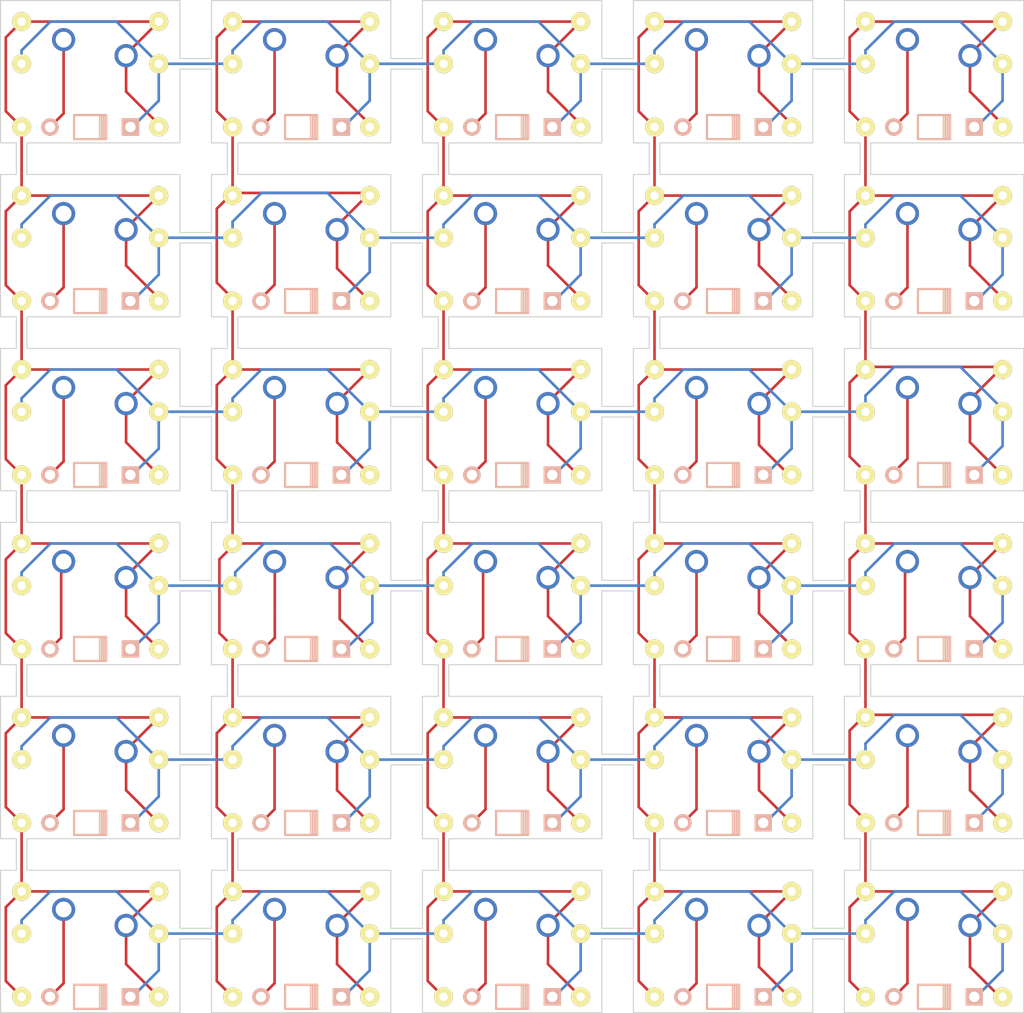
<source format=kicad_pcb>
(kicad_pcb (version 20171130) (host pcbnew 5.1.6)
  (layers (0 F.Cu signal) (31 B.Cu signal) (34 B.Paste user) (35 F.Paste user) (36 B.SilkS user) (37 F.SilkS user) (38 B.Mask user) (39 F.Mask user) (44 Edge.Cuts user))
  (net 0 "")
  (net 1 "Net-(J1-Pad1)")
  (net 2 "Net-(diode1-Pad2)")
  (net 3 "Net-(diode2-Pad2)")
  (net 4 "Net-(diode3-Pad2)")
  (net 5 "Net-(diode4-Pad2)")
  (net 6 "Net-(J100-Pad1)")
  (net 7 "Net-(diode5-Pad2)")
  (net 8 "Net-(diode6-Pad2)")
  (net 9 "Net-(diode7-Pad2)")
  (net 10 "Net-(diode8-Pad2)")
  (net 11 "Net-(diode9-Pad2)")
  (net 12 "Net-(diode10-Pad2)")
  (net 13 "Net-(diode11-Pad2)")
  (net 14 "Net-(diode12-Pad2)")
  (net 15 "Net-(diode13-Pad2)")
  (net 16 "Net-(diode14-Pad2)")
  (net 17 "Net-(diode15-Pad2)")
  (net 18 "Net-(diode16-Pad2)")
  (net 19 "Net-(diode17-Pad2)")
  (net 20 "Net-(diode18-Pad2)")
  (net 21 "Net-(diode19-Pad2)")
  (net 22 "Net-(diode20-Pad2)")
  (net 23 "Net-(diode21-Pad2)")
  (net 24 "Net-(diode22-Pad2)")
  (net 25 "Net-(diode23-Pad2)")
  (net 26 "Net-(diode24-Pad2)")
  (net 27 "Net-(diode25-Pad2)")
  (net 28 "Net-(diode26-Pad2)")
  (net 29 "Net-(diode27-Pad2)")
  (net 30 "Net-(diode28-Pad2)")
  (net 31 "Net-(diode29-Pad2)")
  (net 32 "Net-(diode30-Pad2)")
  (net 33 "Net-(J73-Pad1)")
  (net 34 "Net-(J121-Pad1)")
  (net 35 "Net-(J123-Pad1)")
  (net 36 "Net-(J125-Pad1)")
  (net 37 "Net-(J127-Pad1)")
  (net 38 "Net-(J129-Pad1)")
  (net 39 "Net-(J25-Pad1)")
  (net 40 "Net-(J49-Pad1)")
  (net 41 "Net-(J171-Pad1)")
  (module footprints:1u-minimal (layer F.Cu) (at 120 122.5)
    (fp_text reference switch30 hide)
    (fp_text value switch hide)
    (pad 1 thru_hole circle (at -2.52 -4.79) (size 2.2 2.2) (drill 1.5) (layers *.Cu *.Mask) (net 32 "Net-(diode30-Pad2)"))
    (pad 2 thru_hole circle (at 3.405 -3.27 29) (size 2.2 2.2) (drill 1.5) (layers *.Cu *.Mask) (net 6 "Net-(J100-Pad1)"))
    (pad HOLE np_thru_hole circle (at 5.08 0) (size 1.8 1.8) (drill 1.8) (layers *.Cu *.Mask))
    (pad HOLE np_thru_hole circle (at -5.08 0) (size 1.8 1.8) (drill 1.8) (layers *.Cu *.Mask))
    (pad HOLE np_thru_hole circle (at 0 0) (size 3.9878 3.9878) (drill 3.9878) (layers *.Cu *.Mask))
  )
  (module footprints:1u-minimal (layer F.Cu) (at 120 106)
    (fp_text reference switch29 hide)
    (fp_text value switch hide)
    (pad 1 thru_hole circle (at -2.52 -4.79) (size 2.2 2.2) (drill 1.5) (layers *.Cu *.Mask) (net 31 "Net-(diode29-Pad2)"))
    (pad 2 thru_hole circle (at 3.405 -3.27 29) (size 2.2 2.2) (drill 1.5) (layers *.Cu *.Mask) (net 6 "Net-(J100-Pad1)"))
    (pad HOLE np_thru_hole circle (at 5.08 0) (size 1.8 1.8) (drill 1.8) (layers *.Cu *.Mask))
    (pad HOLE np_thru_hole circle (at -5.08 0) (size 1.8 1.8) (drill 1.8) (layers *.Cu *.Mask))
    (pad HOLE np_thru_hole circle (at 0 0) (size 3.9878 3.9878) (drill 3.9878) (layers *.Cu *.Mask))
  )
  (module footprints:1u-minimal (layer F.Cu) (at 120 89.5)
    (fp_text reference switch28 hide)
    (fp_text value switch hide)
    (pad 1 thru_hole circle (at -2.52 -4.79) (size 2.2 2.2) (drill 1.5) (layers *.Cu *.Mask) (net 30 "Net-(diode28-Pad2)"))
    (pad 2 thru_hole circle (at 3.405 -3.27 29) (size 2.2 2.2) (drill 1.5) (layers *.Cu *.Mask) (net 6 "Net-(J100-Pad1)"))
    (pad HOLE np_thru_hole circle (at 5.08 0) (size 1.8 1.8) (drill 1.8) (layers *.Cu *.Mask))
    (pad HOLE np_thru_hole circle (at -5.08 0) (size 1.8 1.8) (drill 1.8) (layers *.Cu *.Mask))
    (pad HOLE np_thru_hole circle (at 0 0) (size 3.9878 3.9878) (drill 3.9878) (layers *.Cu *.Mask))
  )
  (module footprints:1u-minimal (layer F.Cu) (at 120 73)
    (fp_text reference switch27 hide)
    (fp_text value switch hide)
    (pad 1 thru_hole circle (at -2.52 -4.79) (size 2.2 2.2) (drill 1.5) (layers *.Cu *.Mask) (net 29 "Net-(diode27-Pad2)"))
    (pad 2 thru_hole circle (at 3.405 -3.27 29) (size 2.2 2.2) (drill 1.5) (layers *.Cu *.Mask) (net 6 "Net-(J100-Pad1)"))
    (pad HOLE np_thru_hole circle (at 5.08 0) (size 1.8 1.8) (drill 1.8) (layers *.Cu *.Mask))
    (pad HOLE np_thru_hole circle (at -5.08 0) (size 1.8 1.8) (drill 1.8) (layers *.Cu *.Mask))
    (pad HOLE np_thru_hole circle (at 0 0) (size 3.9878 3.9878) (drill 3.9878) (layers *.Cu *.Mask))
  )
  (module footprints:1u-minimal (layer F.Cu) (at 120 56.5)
    (fp_text reference switch26 hide)
    (fp_text value switch hide)
    (pad 1 thru_hole circle (at -2.52 -4.79) (size 2.2 2.2) (drill 1.5) (layers *.Cu *.Mask) (net 28 "Net-(diode26-Pad2)"))
    (pad 2 thru_hole circle (at 3.405 -3.27 29) (size 2.2 2.2) (drill 1.5) (layers *.Cu *.Mask) (net 6 "Net-(J100-Pad1)"))
    (pad HOLE np_thru_hole circle (at 5.08 0) (size 1.8 1.8) (drill 1.8) (layers *.Cu *.Mask))
    (pad HOLE np_thru_hole circle (at -5.08 0) (size 1.8 1.8) (drill 1.8) (layers *.Cu *.Mask))
    (pad HOLE np_thru_hole circle (at 0 0) (size 3.9878 3.9878) (drill 3.9878) (layers *.Cu *.Mask))
  )
  (module footprints:1u-minimal (layer F.Cu) (at 120 40)
    (fp_text reference switch25 hide)
    (fp_text value switch hide)
    (pad 1 thru_hole circle (at -2.52 -4.79) (size 2.2 2.2) (drill 1.5) (layers *.Cu *.Mask) (net 27 "Net-(diode25-Pad2)"))
    (pad 2 thru_hole circle (at 3.405 -3.27 29) (size 2.2 2.2) (drill 1.5) (layers *.Cu *.Mask) (net 6 "Net-(J100-Pad1)"))
    (pad HOLE np_thru_hole circle (at 5.08 0) (size 1.8 1.8) (drill 1.8) (layers *.Cu *.Mask))
    (pad HOLE np_thru_hole circle (at -5.08 0) (size 1.8 1.8) (drill 1.8) (layers *.Cu *.Mask))
    (pad HOLE np_thru_hole circle (at 0 0) (size 3.9878 3.9878) (drill 3.9878) (layers *.Cu *.Mask))
  )
  (module footprints:1u-minimal (layer F.Cu) (at 100 122.5)
    (fp_text reference switch24 hide)
    (fp_text value switch hide)
    (pad 1 thru_hole circle (at -2.52 -4.79) (size 2.2 2.2) (drill 1.5) (layers *.Cu *.Mask) (net 26 "Net-(diode24-Pad2)"))
    (pad 2 thru_hole circle (at 3.405 -3.27 29) (size 2.2 2.2) (drill 1.5) (layers *.Cu *.Mask) (net 33 "Net-(J73-Pad1)"))
    (pad HOLE np_thru_hole circle (at 5.08 0) (size 1.8 1.8) (drill 1.8) (layers *.Cu *.Mask))
    (pad HOLE np_thru_hole circle (at -5.08 0) (size 1.8 1.8) (drill 1.8) (layers *.Cu *.Mask))
    (pad HOLE np_thru_hole circle (at 0 0) (size 3.9878 3.9878) (drill 3.9878) (layers *.Cu *.Mask))
  )
  (module footprints:1u-minimal (layer F.Cu) (at 100 106)
    (fp_text reference switch23 hide)
    (fp_text value switch hide)
    (pad 1 thru_hole circle (at -2.52 -4.79) (size 2.2 2.2) (drill 1.5) (layers *.Cu *.Mask) (net 25 "Net-(diode23-Pad2)"))
    (pad 2 thru_hole circle (at 3.405 -3.27 29) (size 2.2 2.2) (drill 1.5) (layers *.Cu *.Mask) (net 33 "Net-(J73-Pad1)"))
    (pad HOLE np_thru_hole circle (at 5.08 0) (size 1.8 1.8) (drill 1.8) (layers *.Cu *.Mask))
    (pad HOLE np_thru_hole circle (at -5.08 0) (size 1.8 1.8) (drill 1.8) (layers *.Cu *.Mask))
    (pad HOLE np_thru_hole circle (at 0 0) (size 3.9878 3.9878) (drill 3.9878) (layers *.Cu *.Mask))
  )
  (module footprints:1u-minimal (layer F.Cu) (at 100 89.5)
    (fp_text reference switch22 hide)
    (fp_text value switch hide)
    (pad 1 thru_hole circle (at -2.52 -4.79) (size 2.2 2.2) (drill 1.5) (layers *.Cu *.Mask) (net 24 "Net-(diode22-Pad2)"))
    (pad 2 thru_hole circle (at 3.405 -3.27 29) (size 2.2 2.2) (drill 1.5) (layers *.Cu *.Mask) (net 33 "Net-(J73-Pad1)"))
    (pad HOLE np_thru_hole circle (at 5.08 0) (size 1.8 1.8) (drill 1.8) (layers *.Cu *.Mask))
    (pad HOLE np_thru_hole circle (at -5.08 0) (size 1.8 1.8) (drill 1.8) (layers *.Cu *.Mask))
    (pad HOLE np_thru_hole circle (at 0 0) (size 3.9878 3.9878) (drill 3.9878) (layers *.Cu *.Mask))
  )
  (module footprints:1u-minimal (layer F.Cu) (at 100 73)
    (fp_text reference switch21 hide)
    (fp_text value switch hide)
    (pad 1 thru_hole circle (at -2.52 -4.79) (size 2.2 2.2) (drill 1.5) (layers *.Cu *.Mask) (net 23 "Net-(diode21-Pad2)"))
    (pad 2 thru_hole circle (at 3.405 -3.27 29) (size 2.2 2.2) (drill 1.5) (layers *.Cu *.Mask) (net 33 "Net-(J73-Pad1)"))
    (pad HOLE np_thru_hole circle (at 5.08 0) (size 1.8 1.8) (drill 1.8) (layers *.Cu *.Mask))
    (pad HOLE np_thru_hole circle (at -5.08 0) (size 1.8 1.8) (drill 1.8) (layers *.Cu *.Mask))
    (pad HOLE np_thru_hole circle (at 0 0) (size 3.9878 3.9878) (drill 3.9878) (layers *.Cu *.Mask))
  )
  (module footprints:1u-minimal (layer F.Cu) (at 100 56.5)
    (fp_text reference switch20 hide)
    (fp_text value switch hide)
    (pad 1 thru_hole circle (at -2.52 -4.79) (size 2.2 2.2) (drill 1.5) (layers *.Cu *.Mask) (net 22 "Net-(diode20-Pad2)"))
    (pad 2 thru_hole circle (at 3.405 -3.27 29) (size 2.2 2.2) (drill 1.5) (layers *.Cu *.Mask) (net 33 "Net-(J73-Pad1)"))
    (pad HOLE np_thru_hole circle (at 5.08 0) (size 1.8 1.8) (drill 1.8) (layers *.Cu *.Mask))
    (pad HOLE np_thru_hole circle (at -5.08 0) (size 1.8 1.8) (drill 1.8) (layers *.Cu *.Mask))
    (pad HOLE np_thru_hole circle (at 0 0) (size 3.9878 3.9878) (drill 3.9878) (layers *.Cu *.Mask))
  )
  (module footprints:1u-minimal (layer F.Cu) (at 100 40)
    (fp_text reference switch19 hide)
    (fp_text value switch hide)
    (pad 1 thru_hole circle (at -2.52 -4.79) (size 2.2 2.2) (drill 1.5) (layers *.Cu *.Mask) (net 21 "Net-(diode19-Pad2)"))
    (pad 2 thru_hole circle (at 3.405 -3.27 29) (size 2.2 2.2) (drill 1.5) (layers *.Cu *.Mask) (net 33 "Net-(J73-Pad1)"))
    (pad HOLE np_thru_hole circle (at 5.08 0) (size 1.8 1.8) (drill 1.8) (layers *.Cu *.Mask))
    (pad HOLE np_thru_hole circle (at -5.08 0) (size 1.8 1.8) (drill 1.8) (layers *.Cu *.Mask))
    (pad HOLE np_thru_hole circle (at 0 0) (size 3.9878 3.9878) (drill 3.9878) (layers *.Cu *.Mask))
  )
  (module footprints:1u-minimal (layer F.Cu) (at 80 122.5)
    (fp_text reference switch18 hide)
    (fp_text value switch hide)
    (pad 1 thru_hole circle (at -2.52 -4.79) (size 2.2 2.2) (drill 1.5) (layers *.Cu *.Mask) (net 20 "Net-(diode18-Pad2)"))
    (pad 2 thru_hole circle (at 3.405 -3.27 29) (size 2.2 2.2) (drill 1.5) (layers *.Cu *.Mask) (net 40 "Net-(J49-Pad1)"))
    (pad HOLE np_thru_hole circle (at 5.08 0) (size 1.8 1.8) (drill 1.8) (layers *.Cu *.Mask))
    (pad HOLE np_thru_hole circle (at -5.08 0) (size 1.8 1.8) (drill 1.8) (layers *.Cu *.Mask))
    (pad HOLE np_thru_hole circle (at 0 0) (size 3.9878 3.9878) (drill 3.9878) (layers *.Cu *.Mask))
  )
  (module footprints:1u-minimal (layer F.Cu) (at 80 106)
    (fp_text reference switch17 hide)
    (fp_text value switch hide)
    (pad 1 thru_hole circle (at -2.52 -4.79) (size 2.2 2.2) (drill 1.5) (layers *.Cu *.Mask) (net 19 "Net-(diode17-Pad2)"))
    (pad 2 thru_hole circle (at 3.405 -3.27 29) (size 2.2 2.2) (drill 1.5) (layers *.Cu *.Mask) (net 40 "Net-(J49-Pad1)"))
    (pad HOLE np_thru_hole circle (at 5.08 0) (size 1.8 1.8) (drill 1.8) (layers *.Cu *.Mask))
    (pad HOLE np_thru_hole circle (at -5.08 0) (size 1.8 1.8) (drill 1.8) (layers *.Cu *.Mask))
    (pad HOLE np_thru_hole circle (at 0 0) (size 3.9878 3.9878) (drill 3.9878) (layers *.Cu *.Mask))
  )
  (module footprints:1u-minimal (layer F.Cu) (at 80 89.5)
    (fp_text reference switch16 hide)
    (fp_text value switch hide)
    (pad 1 thru_hole circle (at -2.52 -4.79) (size 2.2 2.2) (drill 1.5) (layers *.Cu *.Mask) (net 18 "Net-(diode16-Pad2)"))
    (pad 2 thru_hole circle (at 3.405 -3.27 29) (size 2.2 2.2) (drill 1.5) (layers *.Cu *.Mask) (net 40 "Net-(J49-Pad1)"))
    (pad HOLE np_thru_hole circle (at 5.08 0) (size 1.8 1.8) (drill 1.8) (layers *.Cu *.Mask))
    (pad HOLE np_thru_hole circle (at -5.08 0) (size 1.8 1.8) (drill 1.8) (layers *.Cu *.Mask))
    (pad HOLE np_thru_hole circle (at 0 0) (size 3.9878 3.9878) (drill 3.9878) (layers *.Cu *.Mask))
  )
  (module footprints:1u-minimal (layer F.Cu) (at 80 73)
    (fp_text reference switch15 hide)
    (fp_text value switch hide)
    (pad 1 thru_hole circle (at -2.52 -4.79) (size 2.2 2.2) (drill 1.5) (layers *.Cu *.Mask) (net 17 "Net-(diode15-Pad2)"))
    (pad 2 thru_hole circle (at 3.405 -3.27 29) (size 2.2 2.2) (drill 1.5) (layers *.Cu *.Mask) (net 40 "Net-(J49-Pad1)"))
    (pad HOLE np_thru_hole circle (at 5.08 0) (size 1.8 1.8) (drill 1.8) (layers *.Cu *.Mask))
    (pad HOLE np_thru_hole circle (at -5.08 0) (size 1.8 1.8) (drill 1.8) (layers *.Cu *.Mask))
    (pad HOLE np_thru_hole circle (at 0 0) (size 3.9878 3.9878) (drill 3.9878) (layers *.Cu *.Mask))
  )
  (module footprints:1u-minimal (layer F.Cu) (at 80 56.5)
    (fp_text reference switch14 hide)
    (fp_text value switch hide)
    (pad 1 thru_hole circle (at -2.52 -4.79) (size 2.2 2.2) (drill 1.5) (layers *.Cu *.Mask) (net 16 "Net-(diode14-Pad2)"))
    (pad 2 thru_hole circle (at 3.405 -3.27 29) (size 2.2 2.2) (drill 1.5) (layers *.Cu *.Mask) (net 40 "Net-(J49-Pad1)"))
    (pad HOLE np_thru_hole circle (at 5.08 0) (size 1.8 1.8) (drill 1.8) (layers *.Cu *.Mask))
    (pad HOLE np_thru_hole circle (at -5.08 0) (size 1.8 1.8) (drill 1.8) (layers *.Cu *.Mask))
    (pad HOLE np_thru_hole circle (at 0 0) (size 3.9878 3.9878) (drill 3.9878) (layers *.Cu *.Mask))
  )
  (module footprints:1u-minimal (layer F.Cu) (at 80 40)
    (fp_text reference switch13 hide)
    (fp_text value switch hide)
    (pad 1 thru_hole circle (at -2.52 -4.79) (size 2.2 2.2) (drill 1.5) (layers *.Cu *.Mask) (net 15 "Net-(diode13-Pad2)"))
    (pad 2 thru_hole circle (at 3.405 -3.27 29) (size 2.2 2.2) (drill 1.5) (layers *.Cu *.Mask) (net 40 "Net-(J49-Pad1)"))
    (pad HOLE np_thru_hole circle (at 5.08 0) (size 1.8 1.8) (drill 1.8) (layers *.Cu *.Mask))
    (pad HOLE np_thru_hole circle (at -5.08 0) (size 1.8 1.8) (drill 1.8) (layers *.Cu *.Mask))
    (pad HOLE np_thru_hole circle (at 0 0) (size 3.9878 3.9878) (drill 3.9878) (layers *.Cu *.Mask))
  )
  (module footprints:1u-minimal (layer F.Cu) (at 60 122.5)
    (fp_text reference switch12 hide)
    (fp_text value switch hide)
    (pad 1 thru_hole circle (at -2.52 -4.79) (size 2.2 2.2) (drill 1.5) (layers *.Cu *.Mask) (net 14 "Net-(diode12-Pad2)"))
    (pad 2 thru_hole circle (at 3.405 -3.27 29) (size 2.2 2.2) (drill 1.5) (layers *.Cu *.Mask) (net 39 "Net-(J25-Pad1)"))
    (pad HOLE np_thru_hole circle (at 5.08 0) (size 1.8 1.8) (drill 1.8) (layers *.Cu *.Mask))
    (pad HOLE np_thru_hole circle (at -5.08 0) (size 1.8 1.8) (drill 1.8) (layers *.Cu *.Mask))
    (pad HOLE np_thru_hole circle (at 0 0) (size 3.9878 3.9878) (drill 3.9878) (layers *.Cu *.Mask))
  )
  (module footprints:1u-minimal (layer F.Cu) (at 60 106)
    (fp_text reference switch11 hide)
    (fp_text value switch hide)
    (pad 1 thru_hole circle (at -2.52 -4.79) (size 2.2 2.2) (drill 1.5) (layers *.Cu *.Mask) (net 13 "Net-(diode11-Pad2)"))
    (pad 2 thru_hole circle (at 3.405 -3.27 29) (size 2.2 2.2) (drill 1.5) (layers *.Cu *.Mask) (net 39 "Net-(J25-Pad1)"))
    (pad HOLE np_thru_hole circle (at 5.08 0) (size 1.8 1.8) (drill 1.8) (layers *.Cu *.Mask))
    (pad HOLE np_thru_hole circle (at -5.08 0) (size 1.8 1.8) (drill 1.8) (layers *.Cu *.Mask))
    (pad HOLE np_thru_hole circle (at 0 0) (size 3.9878 3.9878) (drill 3.9878) (layers *.Cu *.Mask))
  )
  (module footprints:1u-minimal (layer F.Cu) (at 60 89.5)
    (fp_text reference switch10 hide)
    (fp_text value switch hide)
    (pad 1 thru_hole circle (at -2.52 -4.79) (size 2.2 2.2) (drill 1.5) (layers *.Cu *.Mask) (net 12 "Net-(diode10-Pad2)"))
    (pad 2 thru_hole circle (at 3.405 -3.27 29) (size 2.2 2.2) (drill 1.5) (layers *.Cu *.Mask) (net 39 "Net-(J25-Pad1)"))
    (pad HOLE np_thru_hole circle (at 5.08 0) (size 1.8 1.8) (drill 1.8) (layers *.Cu *.Mask))
    (pad HOLE np_thru_hole circle (at -5.08 0) (size 1.8 1.8) (drill 1.8) (layers *.Cu *.Mask))
    (pad HOLE np_thru_hole circle (at 0 0) (size 3.9878 3.9878) (drill 3.9878) (layers *.Cu *.Mask))
  )
  (module footprints:1u-minimal (layer F.Cu) (at 60 73)
    (fp_text reference switch9 hide)
    (fp_text value switch hide)
    (pad 1 thru_hole circle (at -2.52 -4.79) (size 2.2 2.2) (drill 1.5) (layers *.Cu *.Mask) (net 11 "Net-(diode9-Pad2)"))
    (pad 2 thru_hole circle (at 3.405 -3.27 29) (size 2.2 2.2) (drill 1.5) (layers *.Cu *.Mask) (net 39 "Net-(J25-Pad1)"))
    (pad HOLE np_thru_hole circle (at 5.08 0) (size 1.8 1.8) (drill 1.8) (layers *.Cu *.Mask))
    (pad HOLE np_thru_hole circle (at -5.08 0) (size 1.8 1.8) (drill 1.8) (layers *.Cu *.Mask))
    (pad HOLE np_thru_hole circle (at 0 0) (size 3.9878 3.9878) (drill 3.9878) (layers *.Cu *.Mask))
  )
  (module footprints:1u-minimal (layer F.Cu) (at 60 56.5)
    (fp_text reference switch8 hide)
    (fp_text value switch hide)
    (pad 1 thru_hole circle (at -2.52 -4.79) (size 2.2 2.2) (drill 1.5) (layers *.Cu *.Mask) (net 10 "Net-(diode8-Pad2)"))
    (pad 2 thru_hole circle (at 3.405 -3.27 29) (size 2.2 2.2) (drill 1.5) (layers *.Cu *.Mask) (net 39 "Net-(J25-Pad1)"))
    (pad HOLE np_thru_hole circle (at 5.08 0) (size 1.8 1.8) (drill 1.8) (layers *.Cu *.Mask))
    (pad HOLE np_thru_hole circle (at -5.08 0) (size 1.8 1.8) (drill 1.8) (layers *.Cu *.Mask))
    (pad HOLE np_thru_hole circle (at 0 0) (size 3.9878 3.9878) (drill 3.9878) (layers *.Cu *.Mask))
  )
  (module footprints:1u-minimal (layer F.Cu) (at 60 40)
    (fp_text reference switch7 hide)
    (fp_text value switch hide)
    (pad 1 thru_hole circle (at -2.52 -4.79) (size 2.2 2.2) (drill 1.5) (layers *.Cu *.Mask) (net 9 "Net-(diode7-Pad2)"))
    (pad 2 thru_hole circle (at 3.405 -3.27 29) (size 2.2 2.2) (drill 1.5) (layers *.Cu *.Mask) (net 39 "Net-(J25-Pad1)"))
    (pad HOLE np_thru_hole circle (at 5.08 0) (size 1.8 1.8) (drill 1.8) (layers *.Cu *.Mask))
    (pad HOLE np_thru_hole circle (at -5.08 0) (size 1.8 1.8) (drill 1.8) (layers *.Cu *.Mask))
    (pad HOLE np_thru_hole circle (at 0 0) (size 3.9878 3.9878) (drill 3.9878) (layers *.Cu *.Mask))
  )
  (module footprints:1u-minimal (layer F.Cu) (at 40 122.5)
    (fp_text reference switch6 hide)
    (fp_text value switch hide)
    (pad 1 thru_hole circle (at -2.52 -4.79) (size 2.2 2.2) (drill 1.5) (layers *.Cu *.Mask) (net 8 "Net-(diode6-Pad2)"))
    (pad 2 thru_hole circle (at 3.405 -3.27 29) (size 2.2 2.2) (drill 1.5) (layers *.Cu *.Mask) (net 1 "Net-(J1-Pad1)"))
    (pad HOLE np_thru_hole circle (at 5.08 0) (size 1.8 1.8) (drill 1.8) (layers *.Cu *.Mask))
    (pad HOLE np_thru_hole circle (at -5.08 0) (size 1.8 1.8) (drill 1.8) (layers *.Cu *.Mask))
    (pad HOLE np_thru_hole circle (at 0 0) (size 3.9878 3.9878) (drill 3.9878) (layers *.Cu *.Mask))
  )
  (module footprints:1u-minimal (layer F.Cu) (at 40 106)
    (fp_text reference switch5 hide)
    (fp_text value switch hide)
    (pad 1 thru_hole circle (at -2.52 -4.79) (size 2.2 2.2) (drill 1.5) (layers *.Cu *.Mask) (net 7 "Net-(diode5-Pad2)"))
    (pad 2 thru_hole circle (at 3.405 -3.27 29) (size 2.2 2.2) (drill 1.5) (layers *.Cu *.Mask) (net 1 "Net-(J1-Pad1)"))
    (pad HOLE np_thru_hole circle (at 5.08 0) (size 1.8 1.8) (drill 1.8) (layers *.Cu *.Mask))
    (pad HOLE np_thru_hole circle (at -5.08 0) (size 1.8 1.8) (drill 1.8) (layers *.Cu *.Mask))
    (pad HOLE np_thru_hole circle (at 0 0) (size 3.9878 3.9878) (drill 3.9878) (layers *.Cu *.Mask))
  )
  (module footprints:1u-minimal (layer F.Cu) (at 40 89.5)
    (fp_text reference switch4 hide)
    (fp_text value switch hide)
    (pad 1 thru_hole circle (at -2.52 -4.79) (size 2.2 2.2) (drill 1.5) (layers *.Cu *.Mask) (net 5 "Net-(diode4-Pad2)"))
    (pad 2 thru_hole circle (at 3.405 -3.27 29) (size 2.2 2.2) (drill 1.5) (layers *.Cu *.Mask) (net 1 "Net-(J1-Pad1)"))
    (pad HOLE np_thru_hole circle (at 5.08 0) (size 1.8 1.8) (drill 1.8) (layers *.Cu *.Mask))
    (pad HOLE np_thru_hole circle (at -5.08 0) (size 1.8 1.8) (drill 1.8) (layers *.Cu *.Mask))
    (pad HOLE np_thru_hole circle (at 0 0) (size 3.9878 3.9878) (drill 3.9878) (layers *.Cu *.Mask))
  )
  (module footprints:1u-minimal (layer F.Cu) (at 40 73)
    (fp_text reference switch3 hide)
    (fp_text value switch hide)
    (pad 1 thru_hole circle (at -2.52 -4.79) (size 2.2 2.2) (drill 1.5) (layers *.Cu *.Mask) (net 4 "Net-(diode3-Pad2)"))
    (pad 2 thru_hole circle (at 3.405 -3.27 29) (size 2.2 2.2) (drill 1.5) (layers *.Cu *.Mask) (net 1 "Net-(J1-Pad1)"))
    (pad HOLE np_thru_hole circle (at 5.08 0) (size 1.8 1.8) (drill 1.8) (layers *.Cu *.Mask))
    (pad HOLE np_thru_hole circle (at -5.08 0) (size 1.8 1.8) (drill 1.8) (layers *.Cu *.Mask))
    (pad HOLE np_thru_hole circle (at 0 0) (size 3.9878 3.9878) (drill 3.9878) (layers *.Cu *.Mask))
  )
  (module footprints:1u-minimal (layer F.Cu) (at 40 56.5)
    (fp_text reference switch2 hide)
    (fp_text value switch hide)
    (pad 1 thru_hole circle (at -2.52 -4.79) (size 2.2 2.2) (drill 1.5) (layers *.Cu *.Mask) (net 3 "Net-(diode2-Pad2)"))
    (pad 2 thru_hole circle (at 3.405 -3.27 29) (size 2.2 2.2) (drill 1.5) (layers *.Cu *.Mask) (net 1 "Net-(J1-Pad1)"))
    (pad HOLE np_thru_hole circle (at 5.08 0) (size 1.8 1.8) (drill 1.8) (layers *.Cu *.Mask))
    (pad HOLE np_thru_hole circle (at -5.08 0) (size 1.8 1.8) (drill 1.8) (layers *.Cu *.Mask))
    (pad HOLE np_thru_hole circle (at 0 0) (size 3.9878 3.9878) (drill 3.9878) (layers *.Cu *.Mask))
  )
  (module footprints:1u-minimal (layer F.Cu) (at 40 40)
    (fp_text reference switch1 hide)
    (fp_text value switch hide)
    (pad 1 thru_hole circle (at -2.52 -4.79) (size 2.2 2.2) (drill 1.5) (layers *.Cu *.Mask) (net 2 "Net-(diode1-Pad2)"))
    (pad 2 thru_hole circle (at 3.405 -3.27 29) (size 2.2 2.2) (drill 1.5) (layers *.Cu *.Mask) (net 1 "Net-(J1-Pad1)"))
    (pad HOLE np_thru_hole circle (at 5.08 0) (size 1.8 1.8) (drill 1.8) (layers *.Cu *.Mask))
    (pad HOLE np_thru_hole circle (at -5.08 0) (size 1.8 1.8) (drill 1.8) (layers *.Cu *.Mask))
    (pad HOLE np_thru_hole circle (at 0 0) (size 3.9878 3.9878) (drill 3.9878) (layers *.Cu *.Mask))
  )
  (module footprints:wirepad (layer F.Cu) (at 126.5 120)
    (fp_text reference J180 hide)
    (fp_text value Conn_01x01 hide)
    (pad 1 thru_hole circle (at 0 0) (size 1.8 1.8) (drill 0.8) (layers *.Cu *.Mask F.SilkS) (net 41 "Net-(J171-Pad1)"))
  )
  (module footprints:wirepad (layer F.Cu) (at 113.5 120)
    (fp_text reference J179 hide)
    (fp_text value Conn_01x01 hide)
    (pad 1 thru_hole circle (at 0 0) (size 1.8 1.8) (drill 0.8) (layers *.Cu *.Mask F.SilkS) (net 41 "Net-(J171-Pad1)"))
  )
  (module footprints:wirepad (layer F.Cu) (at 106.5 120)
    (fp_text reference J178 hide)
    (fp_text value Conn_01x01 hide)
    (pad 1 thru_hole circle (at 0 0) (size 1.8 1.8) (drill 0.8) (layers *.Cu *.Mask F.SilkS) (net 41 "Net-(J171-Pad1)"))
  )
  (module footprints:wirepad (layer F.Cu) (at 93.5 120)
    (fp_text reference J177 hide)
    (fp_text value Conn_01x01 hide)
    (pad 1 thru_hole circle (at 0 0) (size 1.8 1.8) (drill 0.8) (layers *.Cu *.Mask F.SilkS) (net 41 "Net-(J171-Pad1)"))
  )
  (module footprints:wirepad (layer F.Cu) (at 86.5 120)
    (fp_text reference J176 hide)
    (fp_text value Conn_01x01 hide)
    (pad 1 thru_hole circle (at 0 0) (size 1.8 1.8) (drill 0.8) (layers *.Cu *.Mask F.SilkS) (net 41 "Net-(J171-Pad1)"))
  )
  (module footprints:wirepad (layer F.Cu) (at 73.5 120)
    (fp_text reference J175 hide)
    (fp_text value Conn_01x01 hide)
    (pad 1 thru_hole circle (at 0 0) (size 1.8 1.8) (drill 0.8) (layers *.Cu *.Mask F.SilkS) (net 41 "Net-(J171-Pad1)"))
  )
  (module footprints:wirepad (layer F.Cu) (at 66.5 120)
    (fp_text reference J174 hide)
    (fp_text value Conn_01x01 hide)
    (pad 1 thru_hole circle (at 0 0) (size 1.8 1.8) (drill 0.8) (layers *.Cu *.Mask F.SilkS) (net 41 "Net-(J171-Pad1)"))
  )
  (module footprints:wirepad (layer F.Cu) (at 53.5 120)
    (fp_text reference J173 hide)
    (fp_text value Conn_01x01 hide)
    (pad 1 thru_hole circle (at 0 0) (size 1.8 1.8) (drill 0.8) (layers *.Cu *.Mask F.SilkS) (net 41 "Net-(J171-Pad1)"))
  )
  (module footprints:wirepad (layer F.Cu) (at 46.5 120)
    (fp_text reference J172 hide)
    (fp_text value Conn_01x01 hide)
    (pad 1 thru_hole circle (at 0 0) (size 1.8 1.8) (drill 0.8) (layers *.Cu *.Mask F.SilkS) (net 41 "Net-(J171-Pad1)"))
  )
  (module footprints:wirepad (layer F.Cu) (at 33.5 120)
    (fp_text reference J171 hide)
    (fp_text value Conn_01x01 hide)
    (pad 1 thru_hole circle (at 0 0) (size 1.8 1.8) (drill 0.8) (layers *.Cu *.Mask F.SilkS) (net 41 "Net-(J171-Pad1)"))
  )
  (module footprints:wirepad (layer F.Cu) (at 126.5 103.5)
    (fp_text reference J170 hide)
    (fp_text value Conn_01x01 hide)
    (pad 1 thru_hole circle (at 0 0) (size 1.8 1.8) (drill 0.8) (layers *.Cu *.Mask F.SilkS) (net 38 "Net-(J129-Pad1)"))
  )
  (module footprints:wirepad (layer F.Cu) (at 106.5 103.5)
    (fp_text reference J169 hide)
    (fp_text value Conn_01x01 hide)
    (pad 1 thru_hole circle (at 0 0) (size 1.8 1.8) (drill 0.8) (layers *.Cu *.Mask F.SilkS) (net 38 "Net-(J129-Pad1)"))
  )
  (module footprints:wirepad (layer F.Cu) (at 126.5 87)
    (fp_text reference J168 hide)
    (fp_text value Conn_01x01 hide)
    (pad 1 thru_hole circle (at 0 0) (size 1.8 1.8) (drill 0.8) (layers *.Cu *.Mask F.SilkS) (net 37 "Net-(J127-Pad1)"))
  )
  (module footprints:wirepad (layer F.Cu) (at 113.5 87)
    (fp_text reference J167 hide)
    (fp_text value Conn_01x01 hide)
    (pad 1 thru_hole circle (at 0 0) (size 1.8 1.8) (drill 0.8) (layers *.Cu *.Mask F.SilkS) (net 37 "Net-(J127-Pad1)"))
  )
  (module footprints:wirepad (layer F.Cu) (at 126.5 70.5)
    (fp_text reference J166 hide)
    (fp_text value Conn_01x01 hide)
    (pad 1 thru_hole circle (at 0 0) (size 1.8 1.8) (drill 0.8) (layers *.Cu *.Mask F.SilkS) (net 36 "Net-(J125-Pad1)"))
  )
  (module footprints:wirepad (layer F.Cu) (at 113.5 70.5)
    (fp_text reference J165 hide)
    (fp_text value Conn_01x01 hide)
    (pad 1 thru_hole circle (at 0 0) (size 1.8 1.8) (drill 0.8) (layers *.Cu *.Mask F.SilkS) (net 36 "Net-(J125-Pad1)"))
  )
  (module footprints:wirepad (layer F.Cu) (at 113.5 103.5)
    (fp_text reference J160 hide)
    (fp_text value Conn_01x01 hide)
    (pad 1 thru_hole circle (at 0 0) (size 1.8 1.8) (drill 0.8) (layers *.Cu *.Mask F.SilkS) (net 38 "Net-(J129-Pad1)"))
  )
  (module footprints:wirepad (layer F.Cu) (at 93.5 103.5)
    (fp_text reference J159 hide)
    (fp_text value Conn_01x01 hide)
    (pad 1 thru_hole circle (at 0 0) (size 1.8 1.8) (drill 0.8) (layers *.Cu *.Mask F.SilkS) (net 38 "Net-(J129-Pad1)"))
  )
  (module footprints:wirepad (layer F.Cu) (at 106.5 87)
    (fp_text reference J158 hide)
    (fp_text value Conn_01x01 hide)
    (pad 1 thru_hole circle (at 0 0) (size 1.8 1.8) (drill 0.8) (layers *.Cu *.Mask F.SilkS) (net 37 "Net-(J127-Pad1)"))
  )
  (module footprints:wirepad (layer F.Cu) (at 93.5 87)
    (fp_text reference J157 hide)
    (fp_text value Conn_01x01 hide)
    (pad 1 thru_hole circle (at 0 0) (size 1.8 1.8) (drill 0.8) (layers *.Cu *.Mask F.SilkS) (net 37 "Net-(J127-Pad1)"))
  )
  (module footprints:wirepad (layer F.Cu) (at 106.5 70.5)
    (fp_text reference J156 hide)
    (fp_text value Conn_01x01 hide)
    (pad 1 thru_hole circle (at 0 0) (size 1.8 1.8) (drill 0.8) (layers *.Cu *.Mask F.SilkS) (net 36 "Net-(J125-Pad1)"))
  )
  (module footprints:wirepad (layer F.Cu) (at 93.5 70.5)
    (fp_text reference J155 hide)
    (fp_text value Conn_01x01 hide)
    (pad 1 thru_hole circle (at 0 0) (size 1.8 1.8) (drill 0.8) (layers *.Cu *.Mask F.SilkS) (net 36 "Net-(J125-Pad1)"))
  )
  (module footprints:wirepad (layer F.Cu) (at 86.5 103.5)
    (fp_text reference J150 hide)
    (fp_text value Conn_01x01 hide)
    (pad 1 thru_hole circle (at 0 0) (size 1.8 1.8) (drill 0.8) (layers *.Cu *.Mask F.SilkS) (net 38 "Net-(J129-Pad1)"))
  )
  (module footprints:wirepad (layer F.Cu) (at 73.5 103.5)
    (fp_text reference J149 hide)
    (fp_text value Conn_01x01 hide)
    (pad 1 thru_hole circle (at 0 0) (size 1.8 1.8) (drill 0.8) (layers *.Cu *.Mask F.SilkS) (net 38 "Net-(J129-Pad1)"))
  )
  (module footprints:wirepad (layer F.Cu) (at 86.5 87)
    (fp_text reference J148 hide)
    (fp_text value Conn_01x01 hide)
    (pad 1 thru_hole circle (at 0 0) (size 1.8 1.8) (drill 0.8) (layers *.Cu *.Mask F.SilkS) (net 37 "Net-(J127-Pad1)"))
  )
  (module footprints:wirepad (layer F.Cu) (at 73.5 87)
    (fp_text reference J147 hide)
    (fp_text value Conn_01x01 hide)
    (pad 1 thru_hole circle (at 0 0) (size 1.8 1.8) (drill 0.8) (layers *.Cu *.Mask F.SilkS) (net 37 "Net-(J127-Pad1)"))
  )
  (module footprints:wirepad (layer F.Cu) (at 86.5 70.5)
    (fp_text reference J146 hide)
    (fp_text value Conn_01x01 hide)
    (pad 1 thru_hole circle (at 0 0) (size 1.8 1.8) (drill 0.8) (layers *.Cu *.Mask F.SilkS) (net 36 "Net-(J125-Pad1)"))
  )
  (module footprints:wirepad (layer F.Cu) (at 73.5 70.5)
    (fp_text reference J145 hide)
    (fp_text value Conn_01x01 hide)
    (pad 1 thru_hole circle (at 0 0) (size 1.8 1.8) (drill 0.8) (layers *.Cu *.Mask F.SilkS) (net 36 "Net-(J125-Pad1)"))
  )
  (module footprints:wirepad (layer F.Cu) (at 66.5 103.5)
    (fp_text reference J140 hide)
    (fp_text value Conn_01x01 hide)
    (pad 1 thru_hole circle (at 0 0) (size 1.8 1.8) (drill 0.8) (layers *.Cu *.Mask F.SilkS) (net 38 "Net-(J129-Pad1)"))
  )
  (module footprints:wirepad (layer F.Cu) (at 53.5 103.5)
    (fp_text reference J139 hide)
    (fp_text value Conn_01x01 hide)
    (pad 1 thru_hole circle (at 0 0) (size 1.8 1.8) (drill 0.8) (layers *.Cu *.Mask F.SilkS) (net 38 "Net-(J129-Pad1)"))
  )
  (module footprints:wirepad (layer F.Cu) (at 66.5 87)
    (fp_text reference J138 hide)
    (fp_text value Conn_01x01 hide)
    (pad 1 thru_hole circle (at 0 0) (size 1.8 1.8) (drill 0.8) (layers *.Cu *.Mask F.SilkS) (net 37 "Net-(J127-Pad1)"))
  )
  (module footprints:wirepad (layer F.Cu) (at 53.5 87)
    (fp_text reference J137 hide)
    (fp_text value Conn_01x01 hide)
    (pad 1 thru_hole circle (at 0 0) (size 1.8 1.8) (drill 0.8) (layers *.Cu *.Mask F.SilkS) (net 37 "Net-(J127-Pad1)"))
  )
  (module footprints:wirepad (layer F.Cu) (at 66.5 70.5)
    (fp_text reference J136 hide)
    (fp_text value Conn_01x01 hide)
    (pad 1 thru_hole circle (at 0 0) (size 1.8 1.8) (drill 0.8) (layers *.Cu *.Mask F.SilkS) (net 36 "Net-(J125-Pad1)"))
  )
  (module footprints:wirepad (layer F.Cu) (at 53.5 70.5)
    (fp_text reference J135 hide)
    (fp_text value Conn_01x01 hide)
    (pad 1 thru_hole circle (at 0 0) (size 1.8 1.8) (drill 0.8) (layers *.Cu *.Mask F.SilkS) (net 36 "Net-(J125-Pad1)"))
  )
  (module footprints:wirepad (layer F.Cu) (at 106.5 116)
    (fp_text reference J95 hide)
    (fp_text value Conn_01x01 hide)
    (pad 1 thru_hole circle (at 0 0) (size 1.8 1.8) (drill 0.8) (layers *.Cu *.Mask F.SilkS) (net 33 "Net-(J73-Pad1)"))
  )
  (module footprints:wirepad (layer F.Cu) (at 126.5 54)
    (fp_text reference J164 hide)
    (fp_text value Conn_01x01 hide)
    (pad 1 thru_hole circle (at 0 0) (size 1.8 1.8) (drill 0.8) (layers *.Cu *.Mask F.SilkS) (net 35 "Net-(J123-Pad1)"))
  )
  (module footprints:wirepad (layer F.Cu) (at 113.5 54)
    (fp_text reference J163 hide)
    (fp_text value Conn_01x01 hide)
    (pad 1 thru_hole circle (at 0 0) (size 1.8 1.8) (drill 0.8) (layers *.Cu *.Mask F.SilkS) (net 35 "Net-(J123-Pad1)"))
  )
  (module footprints:wirepad (layer F.Cu) (at 126.5 37.5)
    (fp_text reference J162 hide)
    (fp_text value Conn_01x01 hide)
    (pad 1 thru_hole circle (at 0 0) (size 1.8 1.8) (drill 0.8) (layers *.Cu *.Mask F.SilkS) (net 34 "Net-(J121-Pad1)"))
  )
  (module footprints:wirepad (layer F.Cu) (at 113.5 37.5)
    (fp_text reference J161 hide)
    (fp_text value Conn_01x01 hide)
    (pad 1 thru_hole circle (at 0 0) (size 1.8 1.8) (drill 0.8) (layers *.Cu *.Mask F.SilkS) (net 34 "Net-(J121-Pad1)"))
  )
  (module footprints:wirepad (layer F.Cu) (at 106.5 54)
    (fp_text reference J154 hide)
    (fp_text value Conn_01x01 hide)
    (pad 1 thru_hole circle (at 0 0) (size 1.8 1.8) (drill 0.8) (layers *.Cu *.Mask F.SilkS) (net 35 "Net-(J123-Pad1)"))
  )
  (module footprints:wirepad (layer F.Cu) (at 93.5 54)
    (fp_text reference J153 hide)
    (fp_text value Conn_01x01 hide)
    (pad 1 thru_hole circle (at 0 0) (size 1.8 1.8) (drill 0.8) (layers *.Cu *.Mask F.SilkS) (net 35 "Net-(J123-Pad1)"))
  )
  (module footprints:wirepad (layer F.Cu) (at 106.5 37.5)
    (fp_text reference J152 hide)
    (fp_text value Conn_01x01 hide)
    (pad 1 thru_hole circle (at 0 0) (size 1.8 1.8) (drill 0.8) (layers *.Cu *.Mask F.SilkS) (net 34 "Net-(J121-Pad1)"))
  )
  (module footprints:wirepad (layer F.Cu) (at 93.5 37.5)
    (fp_text reference J151 hide)
    (fp_text value Conn_01x01 hide)
    (pad 1 thru_hole circle (at 0 0) (size 1.8 1.8) (drill 0.8) (layers *.Cu *.Mask F.SilkS) (net 34 "Net-(J121-Pad1)"))
  )
  (module footprints:wirepad (layer F.Cu) (at 86.5 54)
    (fp_text reference J144 hide)
    (fp_text value Conn_01x01 hide)
    (pad 1 thru_hole circle (at 0 0) (size 1.8 1.8) (drill 0.8) (layers *.Cu *.Mask F.SilkS) (net 35 "Net-(J123-Pad1)"))
  )
  (module footprints:wirepad (layer F.Cu) (at 73.5 54)
    (fp_text reference J143 hide)
    (fp_text value Conn_01x01 hide)
    (pad 1 thru_hole circle (at 0 0) (size 1.8 1.8) (drill 0.8) (layers *.Cu *.Mask F.SilkS) (net 35 "Net-(J123-Pad1)"))
  )
  (module footprints:wirepad (layer F.Cu) (at 86.5 37.5)
    (fp_text reference J142 hide)
    (fp_text value Conn_01x01 hide)
    (pad 1 thru_hole circle (at 0 0) (size 1.8 1.8) (drill 0.8) (layers *.Cu *.Mask F.SilkS) (net 34 "Net-(J121-Pad1)"))
  )
  (module footprints:wirepad (layer F.Cu) (at 73.5 37.5)
    (fp_text reference J141 hide)
    (fp_text value Conn_01x01 hide)
    (pad 1 thru_hole circle (at 0 0) (size 1.8 1.8) (drill 0.8) (layers *.Cu *.Mask F.SilkS) (net 34 "Net-(J121-Pad1)"))
  )
  (module footprints:wirepad (layer F.Cu) (at 66.5 54)
    (fp_text reference J134 hide)
    (fp_text value Conn_01x01 hide)
    (pad 1 thru_hole circle (at 0 0) (size 1.8 1.8) (drill 0.8) (layers *.Cu *.Mask F.SilkS) (net 35 "Net-(J123-Pad1)"))
  )
  (module footprints:wirepad (layer F.Cu) (at 53.5 54)
    (fp_text reference J133 hide)
    (fp_text value Conn_01x01 hide)
    (pad 1 thru_hole circle (at 0 0) (size 1.8 1.8) (drill 0.8) (layers *.Cu *.Mask F.SilkS) (net 35 "Net-(J123-Pad1)"))
  )
  (module footprints:wirepad (layer F.Cu) (at 66.5 37.5)
    (fp_text reference J132 hide)
    (fp_text value Conn_01x01 hide)
    (pad 1 thru_hole circle (at 0 0) (size 1.8 1.8) (drill 0.8) (layers *.Cu *.Mask F.SilkS) (net 34 "Net-(J121-Pad1)"))
  )
  (module footprints:wirepad (layer F.Cu) (at 46.5 103.5)
    (fp_text reference J130 hide)
    (fp_text value Conn_01x01 hide)
    (pad 1 thru_hole circle (at 0 0) (size 1.8 1.8) (drill 0.8) (layers *.Cu *.Mask F.SilkS) (net 38 "Net-(J129-Pad1)"))
  )
  (module footprints:wirepad (layer F.Cu) (at 46.5 87)
    (fp_text reference J128 hide)
    (fp_text value Conn_01x01 hide)
    (pad 1 thru_hole circle (at 0 0) (size 1.8 1.8) (drill 0.8) (layers *.Cu *.Mask F.SilkS) (net 37 "Net-(J127-Pad1)"))
  )
  (module footprints:wirepad (layer F.Cu) (at 46.5 70.5)
    (fp_text reference J126 hide)
    (fp_text value Conn_01x01 hide)
    (pad 1 thru_hole circle (at 0 0) (size 1.8 1.8) (drill 0.8) (layers *.Cu *.Mask F.SilkS) (net 36 "Net-(J125-Pad1)"))
  )
  (module footprints:wirepad (layer F.Cu) (at 53.5 37.5)
    (fp_text reference J131 hide)
    (fp_text value Conn_01x01 hide)
    (pad 1 thru_hole circle (at 0 0) (size 1.8 1.8) (drill 0.8) (layers *.Cu *.Mask F.SilkS) (net 34 "Net-(J121-Pad1)"))
  )
  (module footprints:wirepad (layer F.Cu) (at 33.5 103.5)
    (fp_text reference J129 hide)
    (fp_text value Conn_01x01 hide)
    (pad 1 thru_hole circle (at 0 0) (size 1.8 1.8) (drill 0.8) (layers *.Cu *.Mask F.SilkS) (net 38 "Net-(J129-Pad1)"))
  )
  (module footprints:wirepad (layer F.Cu) (at 33.5 87)
    (fp_text reference J127 hide)
    (fp_text value Conn_01x01 hide)
    (pad 1 thru_hole circle (at 0 0) (size 1.8 1.8) (drill 0.8) (layers *.Cu *.Mask F.SilkS) (net 37 "Net-(J127-Pad1)"))
  )
  (module footprints:wirepad (layer F.Cu) (at 33.5 70.5)
    (fp_text reference J125 hide)
    (fp_text value Conn_01x01 hide)
    (pad 1 thru_hole circle (at 0 0) (size 1.8 1.8) (drill 0.8) (layers *.Cu *.Mask F.SilkS) (net 36 "Net-(J125-Pad1)"))
  )
  (module footprints:wirepad (layer F.Cu) (at 46.5 54)
    (fp_text reference J124 hide)
    (fp_text value Conn_01x01 hide)
    (pad 1 thru_hole circle (at 0 0) (size 1.8 1.8) (drill 0.8) (layers *.Cu *.Mask F.SilkS) (net 35 "Net-(J123-Pad1)"))
  )
  (module footprints:wirepad (layer F.Cu) (at 33.5 54)
    (fp_text reference J123 hide)
    (fp_text value Conn_01x01 hide)
    (pad 1 thru_hole circle (at 0 0) (size 1.8 1.8) (drill 0.8) (layers *.Cu *.Mask F.SilkS) (net 35 "Net-(J123-Pad1)"))
  )
  (module footprints:wirepad (layer F.Cu) (at 46.5 37.5)
    (fp_text reference J122 hide)
    (fp_text value Conn_01x01 hide)
    (pad 1 thru_hole circle (at 0 0) (size 1.8 1.8) (drill 0.8) (layers *.Cu *.Mask F.SilkS) (net 34 "Net-(J121-Pad1)"))
  )
  (module footprints:wirepad (layer F.Cu) (at 33.5 37.5)
    (fp_text reference J121 hide)
    (fp_text value Conn_01x01 hide)
    (pad 1 thru_hole circle (at 0 0) (size 1.8 1.8) (drill 0.8) (layers *.Cu *.Mask F.SilkS) (net 34 "Net-(J121-Pad1)"))
  )
  (module footprints:diode (layer F.Cu) (at 120 126)
    (fp_text reference diode30 hide)
    (fp_text value diode hide)
    (pad 1 thru_hole rect (at 3.81 0) (size 1.651 1.651) (drill 0.9906) (layers *.Cu *.SilkS *.Mask) (net 41 "Net-(J171-Pad1)"))
    (pad 2 thru_hole circle (at -3.81 0) (size 1.651 1.651) (drill 0.9906) (layers *.Cu *.SilkS *.Mask) (net 32 "Net-(diode30-Pad2)"))
  )
  (module footprints:diode (layer F.Cu) (at 120 109.5)
    (fp_text reference diode29 hide)
    (fp_text value diode hide)
    (pad 1 thru_hole rect (at 3.81 0) (size 1.651 1.651) (drill 0.9906) (layers *.Cu *.SilkS *.Mask) (net 38 "Net-(J129-Pad1)"))
    (pad 2 thru_hole circle (at -3.81 0) (size 1.651 1.651) (drill 0.9906) (layers *.Cu *.SilkS *.Mask) (net 31 "Net-(diode29-Pad2)"))
  )
  (module footprints:diode (layer F.Cu) (at 120 93)
    (fp_text reference diode28 hide)
    (fp_text value diode hide)
    (pad 1 thru_hole rect (at 3.81 0) (size 1.651 1.651) (drill 0.9906) (layers *.Cu *.SilkS *.Mask) (net 37 "Net-(J127-Pad1)"))
    (pad 2 thru_hole circle (at -3.81 0) (size 1.651 1.651) (drill 0.9906) (layers *.Cu *.SilkS *.Mask) (net 30 "Net-(diode28-Pad2)"))
  )
  (module footprints:diode (layer F.Cu) (at 120 76.5)
    (fp_text reference diode27 hide)
    (fp_text value diode hide)
    (pad 1 thru_hole rect (at 3.81 0) (size 1.651 1.651) (drill 0.9906) (layers *.Cu *.SilkS *.Mask) (net 36 "Net-(J125-Pad1)"))
    (pad 2 thru_hole circle (at -3.81 0) (size 1.651 1.651) (drill 0.9906) (layers *.Cu *.SilkS *.Mask) (net 29 "Net-(diode27-Pad2)"))
  )
  (module footprints:diode (layer F.Cu) (at 120 60)
    (fp_text reference diode26 hide)
    (fp_text value diode hide)
    (pad 1 thru_hole rect (at 3.81 0) (size 1.651 1.651) (drill 0.9906) (layers *.Cu *.SilkS *.Mask) (net 35 "Net-(J123-Pad1)"))
    (pad 2 thru_hole circle (at -3.81 0) (size 1.651 1.651) (drill 0.9906) (layers *.Cu *.SilkS *.Mask) (net 28 "Net-(diode26-Pad2)"))
  )
  (module footprints:diode (layer F.Cu) (at 120 43.5)
    (fp_text reference diode25 hide)
    (fp_text value diode hide)
    (pad 1 thru_hole rect (at 3.81 0) (size 1.651 1.651) (drill 0.9906) (layers *.Cu *.SilkS *.Mask) (net 34 "Net-(J121-Pad1)"))
    (pad 2 thru_hole circle (at -3.81 0) (size 1.651 1.651) (drill 0.9906) (layers *.Cu *.SilkS *.Mask) (net 27 "Net-(diode25-Pad2)"))
  )
  (module footprints:diode (layer F.Cu) (at 100 126)
    (fp_text reference diode24 hide)
    (fp_text value diode hide)
    (pad 1 thru_hole rect (at 3.81 0) (size 1.651 1.651) (drill 0.9906) (layers *.Cu *.SilkS *.Mask) (net 41 "Net-(J171-Pad1)"))
    (pad 2 thru_hole circle (at -3.81 0) (size 1.651 1.651) (drill 0.9906) (layers *.Cu *.SilkS *.Mask) (net 26 "Net-(diode24-Pad2)"))
  )
  (module footprints:diode (layer F.Cu) (at 100 109.5)
    (fp_text reference diode23 hide)
    (fp_text value diode hide)
    (pad 1 thru_hole rect (at 3.81 0) (size 1.651 1.651) (drill 0.9906) (layers *.Cu *.SilkS *.Mask) (net 38 "Net-(J129-Pad1)"))
    (pad 2 thru_hole circle (at -3.81 0) (size 1.651 1.651) (drill 0.9906) (layers *.Cu *.SilkS *.Mask) (net 25 "Net-(diode23-Pad2)"))
  )
  (module footprints:diode (layer F.Cu) (at 100 93)
    (fp_text reference diode22 hide)
    (fp_text value diode hide)
    (pad 1 thru_hole rect (at 3.81 0) (size 1.651 1.651) (drill 0.9906) (layers *.Cu *.SilkS *.Mask) (net 37 "Net-(J127-Pad1)"))
    (pad 2 thru_hole circle (at -3.81 0) (size 1.651 1.651) (drill 0.9906) (layers *.Cu *.SilkS *.Mask) (net 24 "Net-(diode22-Pad2)"))
  )
  (module footprints:diode (layer F.Cu) (at 100 76.5)
    (fp_text reference diode21 hide)
    (fp_text value diode hide)
    (pad 1 thru_hole rect (at 3.81 0) (size 1.651 1.651) (drill 0.9906) (layers *.Cu *.SilkS *.Mask) (net 36 "Net-(J125-Pad1)"))
    (pad 2 thru_hole circle (at -3.81 0) (size 1.651 1.651) (drill 0.9906) (layers *.Cu *.SilkS *.Mask) (net 23 "Net-(diode21-Pad2)"))
  )
  (module footprints:diode (layer F.Cu) (at 100 60)
    (fp_text reference diode20 hide)
    (fp_text value diode hide)
    (pad 1 thru_hole rect (at 3.81 0) (size 1.651 1.651) (drill 0.9906) (layers *.Cu *.SilkS *.Mask) (net 35 "Net-(J123-Pad1)"))
    (pad 2 thru_hole circle (at -3.81 0) (size 1.651 1.651) (drill 0.9906) (layers *.Cu *.SilkS *.Mask) (net 22 "Net-(diode20-Pad2)"))
  )
  (module footprints:diode (layer F.Cu) (at 100 43.5)
    (fp_text reference diode19 hide)
    (fp_text value diode hide)
    (pad 1 thru_hole rect (at 3.81 0) (size 1.651 1.651) (drill 0.9906) (layers *.Cu *.SilkS *.Mask) (net 34 "Net-(J121-Pad1)"))
    (pad 2 thru_hole circle (at -3.81 0) (size 1.651 1.651) (drill 0.9906) (layers *.Cu *.SilkS *.Mask) (net 21 "Net-(diode19-Pad2)"))
  )
  (module footprints:diode (layer F.Cu) (at 80 126)
    (fp_text reference diode18 hide)
    (fp_text value diode hide)
    (pad 1 thru_hole rect (at 3.81 0) (size 1.651 1.651) (drill 0.9906) (layers *.Cu *.SilkS *.Mask) (net 41 "Net-(J171-Pad1)"))
    (pad 2 thru_hole circle (at -3.81 0) (size 1.651 1.651) (drill 0.9906) (layers *.Cu *.SilkS *.Mask) (net 20 "Net-(diode18-Pad2)"))
  )
  (module footprints:diode (layer F.Cu) (at 80 109.5)
    (fp_text reference diode17 hide)
    (fp_text value diode hide)
    (pad 1 thru_hole rect (at 3.81 0) (size 1.651 1.651) (drill 0.9906) (layers *.Cu *.SilkS *.Mask) (net 38 "Net-(J129-Pad1)"))
    (pad 2 thru_hole circle (at -3.81 0) (size 1.651 1.651) (drill 0.9906) (layers *.Cu *.SilkS *.Mask) (net 19 "Net-(diode17-Pad2)"))
  )
  (module footprints:diode (layer F.Cu) (at 80 93)
    (fp_text reference diode16 hide)
    (fp_text value diode hide)
    (pad 1 thru_hole rect (at 3.81 0) (size 1.651 1.651) (drill 0.9906) (layers *.Cu *.SilkS *.Mask) (net 37 "Net-(J127-Pad1)"))
    (pad 2 thru_hole circle (at -3.81 0) (size 1.651 1.651) (drill 0.9906) (layers *.Cu *.SilkS *.Mask) (net 18 "Net-(diode16-Pad2)"))
  )
  (module footprints:diode (layer F.Cu) (at 80 76.5)
    (fp_text reference diode15 hide)
    (fp_text value diode hide)
    (pad 1 thru_hole rect (at 3.81 0) (size 1.651 1.651) (drill 0.9906) (layers *.Cu *.SilkS *.Mask) (net 36 "Net-(J125-Pad1)"))
    (pad 2 thru_hole circle (at -3.81 0) (size 1.651 1.651) (drill 0.9906) (layers *.Cu *.SilkS *.Mask) (net 17 "Net-(diode15-Pad2)"))
  )
  (module footprints:diode (layer F.Cu) (at 80 60)
    (fp_text reference diode14 hide)
    (fp_text value diode hide)
    (pad 1 thru_hole rect (at 3.81 0) (size 1.651 1.651) (drill 0.9906) (layers *.Cu *.SilkS *.Mask) (net 35 "Net-(J123-Pad1)"))
    (pad 2 thru_hole circle (at -3.81 0) (size 1.651 1.651) (drill 0.9906) (layers *.Cu *.SilkS *.Mask) (net 16 "Net-(diode14-Pad2)"))
  )
  (module footprints:diode (layer F.Cu) (at 80 43.5)
    (fp_text reference diode13 hide)
    (fp_text value diode hide)
    (pad 1 thru_hole rect (at 3.81 0) (size 1.651 1.651) (drill 0.9906) (layers *.Cu *.SilkS *.Mask) (net 34 "Net-(J121-Pad1)"))
    (pad 2 thru_hole circle (at -3.81 0) (size 1.651 1.651) (drill 0.9906) (layers *.Cu *.SilkS *.Mask) (net 15 "Net-(diode13-Pad2)"))
  )
  (module footprints:diode (layer F.Cu) (at 60 126)
    (fp_text reference diode12 hide)
    (fp_text value diode hide)
    (pad 1 thru_hole rect (at 3.81 0) (size 1.651 1.651) (drill 0.9906) (layers *.Cu *.SilkS *.Mask) (net 41 "Net-(J171-Pad1)"))
    (pad 2 thru_hole circle (at -3.81 0) (size 1.651 1.651) (drill 0.9906) (layers *.Cu *.SilkS *.Mask) (net 14 "Net-(diode12-Pad2)"))
  )
  (module footprints:diode (layer F.Cu) (at 60 109.5)
    (fp_text reference diode11 hide)
    (fp_text value diode hide)
    (pad 1 thru_hole rect (at 3.81 0) (size 1.651 1.651) (drill 0.9906) (layers *.Cu *.SilkS *.Mask) (net 38 "Net-(J129-Pad1)"))
    (pad 2 thru_hole circle (at -3.81 0) (size 1.651 1.651) (drill 0.9906) (layers *.Cu *.SilkS *.Mask) (net 13 "Net-(diode11-Pad2)"))
  )
  (module footprints:diode (layer F.Cu) (at 60 93)
    (fp_text reference diode10 hide)
    (fp_text value diode hide)
    (pad 1 thru_hole rect (at 3.81 0) (size 1.651 1.651) (drill 0.9906) (layers *.Cu *.SilkS *.Mask) (net 37 "Net-(J127-Pad1)"))
    (pad 2 thru_hole circle (at -3.81 0) (size 1.651 1.651) (drill 0.9906) (layers *.Cu *.SilkS *.Mask) (net 12 "Net-(diode10-Pad2)"))
  )
  (module footprints:diode (layer F.Cu) (at 60 76.5)
    (fp_text reference diode9 hide)
    (fp_text value diode hide)
    (pad 1 thru_hole rect (at 3.81 0) (size 1.651 1.651) (drill 0.9906) (layers *.Cu *.SilkS *.Mask) (net 36 "Net-(J125-Pad1)"))
    (pad 2 thru_hole circle (at -3.81 0) (size 1.651 1.651) (drill 0.9906) (layers *.Cu *.SilkS *.Mask) (net 11 "Net-(diode9-Pad2)"))
  )
  (module footprints:diode (layer F.Cu) (at 60 60)
    (fp_text reference diode8 hide)
    (fp_text value diode hide)
    (pad 1 thru_hole rect (at 3.81 0) (size 1.651 1.651) (drill 0.9906) (layers *.Cu *.SilkS *.Mask) (net 35 "Net-(J123-Pad1)"))
    (pad 2 thru_hole circle (at -3.81 0) (size 1.651 1.651) (drill 0.9906) (layers *.Cu *.SilkS *.Mask) (net 10 "Net-(diode8-Pad2)"))
  )
  (module footprints:diode (layer F.Cu) (at 60 43.5)
    (fp_text reference diode7 hide)
    (fp_text value diode hide)
    (pad 1 thru_hole rect (at 3.81 0) (size 1.651 1.651) (drill 0.9906) (layers *.Cu *.SilkS *.Mask) (net 34 "Net-(J121-Pad1)"))
    (pad 2 thru_hole circle (at -3.81 0) (size 1.651 1.651) (drill 0.9906) (layers *.Cu *.SilkS *.Mask) (net 9 "Net-(diode7-Pad2)"))
  )
  (module footprints:diode (layer F.Cu) (at 40 126)
    (fp_text reference diode6 hide)
    (fp_text value diode hide)
    (pad 1 thru_hole rect (at 3.81 0) (size 1.651 1.651) (drill 0.9906) (layers *.Cu *.SilkS *.Mask) (net 41 "Net-(J171-Pad1)"))
    (pad 2 thru_hole circle (at -3.81 0) (size 1.651 1.651) (drill 0.9906) (layers *.Cu *.SilkS *.Mask) (net 8 "Net-(diode6-Pad2)"))
  )
  (module footprints:diode (layer F.Cu) (at 40 109.5)
    (fp_text reference diode5 hide)
    (fp_text value diode hide)
    (pad 1 thru_hole rect (at 3.81 0) (size 1.651 1.651) (drill 0.9906) (layers *.Cu *.SilkS *.Mask) (net 38 "Net-(J129-Pad1)"))
    (pad 2 thru_hole circle (at -3.81 0) (size 1.651 1.651) (drill 0.9906) (layers *.Cu *.SilkS *.Mask) (net 7 "Net-(diode5-Pad2)"))
  )
  (module footprints:diode (layer F.Cu) (at 40 93)
    (fp_text reference diode4 hide)
    (fp_text value diode hide)
    (pad 1 thru_hole rect (at 3.81 0) (size 1.651 1.651) (drill 0.9906) (layers *.Cu *.SilkS *.Mask) (net 37 "Net-(J127-Pad1)"))
    (pad 2 thru_hole circle (at -3.81 0) (size 1.651 1.651) (drill 0.9906) (layers *.Cu *.SilkS *.Mask) (net 5 "Net-(diode4-Pad2)"))
  )
  (module footprints:diode (layer F.Cu) (at 40 76.5)
    (fp_text reference diode3 hide)
    (fp_text value diode hide)
    (pad 1 thru_hole rect (at 3.81 0) (size 1.651 1.651) (drill 0.9906) (layers *.Cu *.SilkS *.Mask) (net 36 "Net-(J125-Pad1)"))
    (pad 2 thru_hole circle (at -3.81 0) (size 1.651 1.651) (drill 0.9906) (layers *.Cu *.SilkS *.Mask) (net 4 "Net-(diode3-Pad2)"))
  )
  (module footprints:diode (layer F.Cu) (at 40 60)
    (fp_text reference diode2 hide)
    (fp_text value diode hide)
    (pad 1 thru_hole rect (at 3.81 0) (size 1.651 1.651) (drill 0.9906) (layers *.Cu *.SilkS *.Mask) (net 35 "Net-(J123-Pad1)"))
    (pad 2 thru_hole circle (at -3.81 0) (size 1.651 1.651) (drill 0.9906) (layers *.Cu *.SilkS *.Mask) (net 3 "Net-(diode2-Pad2)"))
  )
  (module footprints:diode (layer B.Cu) (at 40 43.5)
    (fp_text reference diode1 hide)
    (fp_text value diode hide)
    (pad 1 thru_hole rect (at 3.81 0) (size 1.651 1.651) (drill 0.9906) (layers *.Cu *.SilkS *.Mask) (net 34 "Net-(J121-Pad1)"))
    (pad 2 thru_hole circle (at -3.81 0) (size 1.651 1.651) (drill 0.9906) (layers *.Cu *.SilkS *.Mask) (net 2 "Net-(diode1-Pad2)"))
  )
  (module footprints:wirepad (layer F.Cu) (at 126.5 126)
    (fp_text reference J120 hide)
    (fp_text value Conn_01x01 hide)
    (pad 1 thru_hole circle (at 0 0) (size 1.8 1.8) (drill 0.8) (layers *.Cu *.Mask F.SilkS) (net 6 "Net-(J100-Pad1)"))
  )
  (module footprints:wirepad (layer F.Cu) (at 126.5 116)
    (fp_text reference J119 hide)
    (fp_text value Conn_01x01 hide)
    (pad 1 thru_hole circle (at 0 0) (size 1.8 1.8) (drill 0.8) (layers *.Cu *.Mask F.SilkS) (net 6 "Net-(J100-Pad1)"))
  )
  (module footprints:wirepad (layer F.Cu) (at 126.5 109.5)
    (fp_text reference J118 hide)
    (fp_text value Conn_01x01 hide)
    (pad 1 thru_hole circle (at 0 0) (size 1.8 1.8) (drill 0.8) (layers *.Cu *.Mask F.SilkS) (net 6 "Net-(J100-Pad1)"))
  )
  (module footprints:wirepad (layer F.Cu) (at 126.5 99.5)
    (fp_text reference J117 hide)
    (fp_text value Conn_01x01 hide)
    (pad 1 thru_hole circle (at 0 0) (size 1.8 1.8) (drill 0.8) (layers *.Cu *.Mask F.SilkS) (net 6 "Net-(J100-Pad1)"))
  )
  (module footprints:wirepad (layer F.Cu) (at 126.5 93)
    (fp_text reference J116 hide)
    (fp_text value Conn_01x01 hide)
    (pad 1 thru_hole circle (at 0 0) (size 1.8 1.8) (drill 0.8) (layers *.Cu *.Mask F.SilkS) (net 6 "Net-(J100-Pad1)"))
  )
  (module footprints:wirepad (layer F.Cu) (at 126.5 83)
    (fp_text reference J115 hide)
    (fp_text value Conn_01x01 hide)
    (pad 1 thru_hole circle (at 0 0) (size 1.8 1.8) (drill 0.8) (layers *.Cu *.Mask F.SilkS) (net 6 "Net-(J100-Pad1)"))
  )
  (module footprints:wirepad (layer F.Cu) (at 126.5 76.5)
    (fp_text reference J114 hide)
    (fp_text value Conn_01x01 hide)
    (pad 1 thru_hole circle (at 0 0) (size 1.8 1.8) (drill 0.8) (layers *.Cu *.Mask F.SilkS) (net 6 "Net-(J100-Pad1)"))
  )
  (module footprints:wirepad (layer F.Cu) (at 126.5 66.5)
    (fp_text reference J113 hide)
    (fp_text value Conn_01x01 hide)
    (pad 1 thru_hole circle (at 0 0) (size 1.8 1.8) (drill 0.8) (layers *.Cu *.Mask F.SilkS) (net 6 "Net-(J100-Pad1)"))
  )
  (module footprints:wirepad (layer F.Cu) (at 113.5 126)
    (fp_text reference J108 hide)
    (fp_text value Conn_01x01 hide)
    (pad 1 thru_hole circle (at 0 0) (size 1.8 1.8) (drill 0.8) (layers *.Cu *.Mask F.SilkS) (net 6 "Net-(J100-Pad1)"))
  )
  (module footprints:wirepad (layer F.Cu) (at 113.5 116)
    (fp_text reference J107 hide)
    (fp_text value Conn_01x01 hide)
    (pad 1 thru_hole circle (at 0 0) (size 1.8 1.8) (drill 0.8) (layers *.Cu *.Mask F.SilkS) (net 6 "Net-(J100-Pad1)"))
  )
  (module footprints:wirepad (layer F.Cu) (at 113.5 109.5)
    (fp_text reference J106 hide)
    (fp_text value Conn_01x01 hide)
    (pad 1 thru_hole circle (at 0 0) (size 1.8 1.8) (drill 0.8) (layers *.Cu *.Mask F.SilkS) (net 6 "Net-(J100-Pad1)"))
  )
  (module footprints:wirepad (layer F.Cu) (at 113.5 99.5)
    (fp_text reference J105 hide)
    (fp_text value Conn_01x01 hide)
    (pad 1 thru_hole circle (at 0 0) (size 1.8 1.8) (drill 0.8) (layers *.Cu *.Mask F.SilkS) (net 6 "Net-(J100-Pad1)"))
  )
  (module footprints:wirepad (layer F.Cu) (at 113.5 93)
    (fp_text reference J104 hide)
    (fp_text value Conn_01x01 hide)
    (pad 1 thru_hole circle (at 0 0) (size 1.8 1.8) (drill 0.8) (layers *.Cu *.Mask F.SilkS) (net 6 "Net-(J100-Pad1)"))
  )
  (module footprints:wirepad (layer F.Cu) (at 113.5 83)
    (fp_text reference J103 hide)
    (fp_text value Conn_01x01 hide)
    (pad 1 thru_hole circle (at 0 0) (size 1.8 1.8) (drill 0.8) (layers *.Cu *.Mask F.SilkS) (net 6 "Net-(J100-Pad1)"))
  )
  (module footprints:wirepad (layer F.Cu) (at 113.5 76.5)
    (fp_text reference J102 hide)
    (fp_text value Conn_01x01 hide)
    (pad 1 thru_hole circle (at 0 0) (size 1.8 1.8) (drill 0.8) (layers *.Cu *.Mask F.SilkS) (net 6 "Net-(J100-Pad1)"))
  )
  (module footprints:wirepad (layer F.Cu) (at 113.5 66.5)
    (fp_text reference J101 hide)
    (fp_text value Conn_01x01 hide)
    (pad 1 thru_hole circle (at 0 0) (size 1.8 1.8) (drill 0.8) (layers *.Cu *.Mask F.SilkS) (net 6 "Net-(J100-Pad1)"))
  )
  (module footprints:wirepad (layer F.Cu) (at 106.5 126)
    (fp_text reference J96 hide)
    (fp_text value Conn_01x01 hide)
    (pad 1 thru_hole circle (at 0 0) (size 1.8 1.8) (drill 0.8) (layers *.Cu *.Mask F.SilkS) (net 33 "Net-(J73-Pad1)"))
  )
  (module footprints:wirepad (layer F.Cu) (at 106.5 109.5)
    (fp_text reference J94 hide)
    (fp_text value Conn_01x01 hide)
    (pad 1 thru_hole circle (at 0 0) (size 1.8 1.8) (drill 0.8) (layers *.Cu *.Mask F.SilkS) (net 33 "Net-(J73-Pad1)"))
  )
  (module footprints:wirepad (layer F.Cu) (at 106.5 99.5)
    (fp_text reference J93 hide)
    (fp_text value Conn_01x01 hide)
    (pad 1 thru_hole circle (at 0 0) (size 1.8 1.8) (drill 0.8) (layers *.Cu *.Mask F.SilkS) (net 33 "Net-(J73-Pad1)"))
  )
  (module footprints:wirepad (layer F.Cu) (at 106.5 93)
    (fp_text reference J92 hide)
    (fp_text value Conn_01x01 hide)
    (pad 1 thru_hole circle (at 0 0) (size 1.8 1.8) (drill 0.8) (layers *.Cu *.Mask F.SilkS) (net 33 "Net-(J73-Pad1)"))
  )
  (module footprints:wirepad (layer F.Cu) (at 106.5 83)
    (fp_text reference J91 hide)
    (fp_text value Conn_01x01 hide)
    (pad 1 thru_hole circle (at 0 0) (size 1.8 1.8) (drill 0.8) (layers *.Cu *.Mask F.SilkS) (net 33 "Net-(J73-Pad1)"))
  )
  (module footprints:wirepad (layer F.Cu) (at 106.5 76.5)
    (fp_text reference J90 hide)
    (fp_text value Conn_01x01 hide)
    (pad 1 thru_hole circle (at 0 0) (size 1.8 1.8) (drill 0.8) (layers *.Cu *.Mask F.SilkS) (net 33 "Net-(J73-Pad1)"))
  )
  (module footprints:wirepad (layer F.Cu) (at 106.5 66.5)
    (fp_text reference J89 hide)
    (fp_text value Conn_01x01 hide)
    (pad 1 thru_hole circle (at 0 0) (size 1.8 1.8) (drill 0.8) (layers *.Cu *.Mask F.SilkS) (net 33 "Net-(J73-Pad1)"))
  )
  (module footprints:wirepad (layer F.Cu) (at 93.5 126)
    (fp_text reference J84 hide)
    (fp_text value Conn_01x01 hide)
    (pad 1 thru_hole circle (at 0 0) (size 1.8 1.8) (drill 0.8) (layers *.Cu *.Mask F.SilkS) (net 33 "Net-(J73-Pad1)"))
  )
  (module footprints:wirepad (layer F.Cu) (at 93.5 116)
    (fp_text reference J83 hide)
    (fp_text value Conn_01x01 hide)
    (pad 1 thru_hole circle (at 0 0) (size 1.8 1.8) (drill 0.8) (layers *.Cu *.Mask F.SilkS) (net 33 "Net-(J73-Pad1)"))
  )
  (module footprints:wirepad (layer F.Cu) (at 93.5 109.5)
    (fp_text reference J82 hide)
    (fp_text value Conn_01x01 hide)
    (pad 1 thru_hole circle (at 0 0) (size 1.8 1.8) (drill 0.8) (layers *.Cu *.Mask F.SilkS) (net 33 "Net-(J73-Pad1)"))
  )
  (module footprints:wirepad (layer F.Cu) (at 93.5 99.5)
    (fp_text reference J81 hide)
    (fp_text value Conn_01x01 hide)
    (pad 1 thru_hole circle (at 0 0) (size 1.8 1.8) (drill 0.8) (layers *.Cu *.Mask F.SilkS) (net 33 "Net-(J73-Pad1)"))
  )
  (module footprints:wirepad (layer F.Cu) (at 93.5 93)
    (fp_text reference J80 hide)
    (fp_text value Conn_01x01 hide)
    (pad 1 thru_hole circle (at 0 0) (size 1.8 1.8) (drill 0.8) (layers *.Cu *.Mask F.SilkS) (net 33 "Net-(J73-Pad1)"))
  )
  (module footprints:wirepad (layer F.Cu) (at 93.5 83)
    (fp_text reference J79 hide)
    (fp_text value Conn_01x01 hide)
    (pad 1 thru_hole circle (at 0 0) (size 1.8 1.8) (drill 0.8) (layers *.Cu *.Mask F.SilkS) (net 33 "Net-(J73-Pad1)"))
  )
  (module footprints:wirepad (layer F.Cu) (at 93.5 76.5)
    (fp_text reference J78 hide)
    (fp_text value Conn_01x01 hide)
    (pad 1 thru_hole circle (at 0 0) (size 1.8 1.8) (drill 0.8) (layers *.Cu *.Mask F.SilkS) (net 33 "Net-(J73-Pad1)"))
  )
  (module footprints:wirepad (layer F.Cu) (at 93.5 66.5)
    (fp_text reference J77 hide)
    (fp_text value Conn_01x01 hide)
    (pad 1 thru_hole circle (at 0 0) (size 1.8 1.8) (drill 0.8) (layers *.Cu *.Mask F.SilkS) (net 33 "Net-(J73-Pad1)"))
  )
  (module footprints:wirepad (layer F.Cu) (at 86.5 126)
    (fp_text reference J72 hide)
    (fp_text value Conn_01x01 hide)
    (pad 1 thru_hole circle (at 0 0) (size 1.8 1.8) (drill 0.8) (layers *.Cu *.Mask F.SilkS) (net 40 "Net-(J49-Pad1)"))
  )
  (module footprints:wirepad (layer F.Cu) (at 86.5 116)
    (fp_text reference J71 hide)
    (fp_text value Conn_01x01 hide)
    (pad 1 thru_hole circle (at 0 0) (size 1.8 1.8) (drill 0.8) (layers *.Cu *.Mask F.SilkS) (net 40 "Net-(J49-Pad1)"))
  )
  (module footprints:wirepad (layer F.Cu) (at 86.5 109.5)
    (fp_text reference J70 hide)
    (fp_text value Conn_01x01 hide)
    (pad 1 thru_hole circle (at 0 0) (size 1.8 1.8) (drill 0.8) (layers *.Cu *.Mask F.SilkS) (net 40 "Net-(J49-Pad1)"))
  )
  (module footprints:wirepad (layer F.Cu) (at 86.5 99.5)
    (fp_text reference J69 hide)
    (fp_text value Conn_01x01 hide)
    (pad 1 thru_hole circle (at 0 0) (size 1.8 1.8) (drill 0.8) (layers *.Cu *.Mask F.SilkS) (net 40 "Net-(J49-Pad1)"))
  )
  (module footprints:wirepad (layer F.Cu) (at 86.5 93)
    (fp_text reference J68 hide)
    (fp_text value Conn_01x01 hide)
    (pad 1 thru_hole circle (at 0 0) (size 1.8 1.8) (drill 0.8) (layers *.Cu *.Mask F.SilkS) (net 40 "Net-(J49-Pad1)"))
  )
  (module footprints:wirepad (layer F.Cu) (at 86.5 83)
    (fp_text reference J67 hide)
    (fp_text value Conn_01x01 hide)
    (pad 1 thru_hole circle (at 0 0) (size 1.8 1.8) (drill 0.8) (layers *.Cu *.Mask F.SilkS) (net 40 "Net-(J49-Pad1)"))
  )
  (module footprints:wirepad (layer F.Cu) (at 86.5 76.5)
    (fp_text reference J66 hide)
    (fp_text value Conn_01x01 hide)
    (pad 1 thru_hole circle (at 0 0) (size 1.8 1.8) (drill 0.8) (layers *.Cu *.Mask F.SilkS) (net 40 "Net-(J49-Pad1)"))
  )
  (module footprints:wirepad (layer F.Cu) (at 86.5 66.5)
    (fp_text reference J65 hide)
    (fp_text value Conn_01x01 hide)
    (pad 1 thru_hole circle (at 0 0) (size 1.8 1.8) (drill 0.8) (layers *.Cu *.Mask F.SilkS) (net 40 "Net-(J49-Pad1)"))
  )
  (module footprints:wirepad (layer F.Cu) (at 73.5 126)
    (fp_text reference J60 hide)
    (fp_text value Conn_01x01 hide)
    (pad 1 thru_hole circle (at 0 0) (size 1.8 1.8) (drill 0.8) (layers *.Cu *.Mask F.SilkS) (net 40 "Net-(J49-Pad1)"))
  )
  (module footprints:wirepad (layer F.Cu) (at 73.5 116)
    (fp_text reference J59 hide)
    (fp_text value Conn_01x01 hide)
    (pad 1 thru_hole circle (at 0 0) (size 1.8 1.8) (drill 0.8) (layers *.Cu *.Mask F.SilkS) (net 40 "Net-(J49-Pad1)"))
  )
  (module footprints:wirepad (layer F.Cu) (at 73.5 109.5)
    (fp_text reference J58 hide)
    (fp_text value Conn_01x01 hide)
    (pad 1 thru_hole circle (at 0 0) (size 1.8 1.8) (drill 0.8) (layers *.Cu *.Mask F.SilkS) (net 40 "Net-(J49-Pad1)"))
  )
  (module footprints:wirepad (layer F.Cu) (at 73.5 99.5)
    (fp_text reference J57 hide)
    (fp_text value Conn_01x01 hide)
    (pad 1 thru_hole circle (at 0 0) (size 1.8 1.8) (drill 0.8) (layers *.Cu *.Mask F.SilkS) (net 40 "Net-(J49-Pad1)"))
  )
  (module footprints:wirepad (layer F.Cu) (at 73.5 93)
    (fp_text reference J56 hide)
    (fp_text value Conn_01x01 hide)
    (pad 1 thru_hole circle (at 0 0) (size 1.8 1.8) (drill 0.8) (layers *.Cu *.Mask F.SilkS) (net 40 "Net-(J49-Pad1)"))
  )
  (module footprints:wirepad (layer F.Cu) (at 73.5 83)
    (fp_text reference J55 hide)
    (fp_text value Conn_01x01 hide)
    (pad 1 thru_hole circle (at 0 0) (size 1.8 1.8) (drill 0.8) (layers *.Cu *.Mask F.SilkS) (net 40 "Net-(J49-Pad1)"))
  )
  (module footprints:wirepad (layer F.Cu) (at 73.5 76.5)
    (fp_text reference J54 hide)
    (fp_text value Conn_01x01 hide)
    (pad 1 thru_hole circle (at 0 0) (size 1.8 1.8) (drill 0.8) (layers *.Cu *.Mask F.SilkS) (net 40 "Net-(J49-Pad1)"))
  )
  (module footprints:wirepad (layer F.Cu) (at 73.5 66.5)
    (fp_text reference J53 hide)
    (fp_text value Conn_01x01 hide)
    (pad 1 thru_hole circle (at 0 0) (size 1.8 1.8) (drill 0.8) (layers *.Cu *.Mask F.SilkS) (net 40 "Net-(J49-Pad1)"))
  )
  (module footprints:wirepad (layer F.Cu) (at 126.5 60)
    (fp_text reference J112 hide)
    (fp_text value Conn_01x01 hide)
    (pad 1 thru_hole circle (at 0 0) (size 1.8 1.8) (drill 0.8) (layers *.Cu *.Mask F.SilkS) (net 6 "Net-(J100-Pad1)"))
  )
  (module footprints:wirepad (layer F.Cu) (at 113.5 60)
    (fp_text reference J100 hide)
    (fp_text value Conn_01x01 hide)
    (pad 1 thru_hole circle (at 0 0) (size 1.8 1.8) (drill 0.8) (layers *.Cu *.Mask F.SilkS) (net 6 "Net-(J100-Pad1)"))
  )
  (module footprints:wirepad (layer F.Cu) (at 106.5 60)
    (fp_text reference J88 hide)
    (fp_text value Conn_01x01 hide)
    (pad 1 thru_hole circle (at 0 0) (size 1.8 1.8) (drill 0.8) (layers *.Cu *.Mask F.SilkS) (net 33 "Net-(J73-Pad1)"))
  )
  (module footprints:wirepad (layer F.Cu) (at 93.5 60)
    (fp_text reference J76 hide)
    (fp_text value Conn_01x01 hide)
    (pad 1 thru_hole circle (at 0 0) (size 1.8 1.8) (drill 0.8) (layers *.Cu *.Mask F.SilkS) (net 33 "Net-(J73-Pad1)"))
  )
  (module footprints:wirepad (layer F.Cu) (at 86.5 60)
    (fp_text reference J64 hide)
    (fp_text value Conn_01x01 hide)
    (pad 1 thru_hole circle (at 0 0) (size 1.8 1.8) (drill 0.8) (layers *.Cu *.Mask F.SilkS) (net 40 "Net-(J49-Pad1)"))
  )
  (module footprints:wirepad (layer F.Cu) (at 73.5 60)
    (fp_text reference J52 hide)
    (fp_text value Conn_01x01 hide)
    (pad 1 thru_hole circle (at 0 0) (size 1.8 1.8) (drill 0.8) (layers *.Cu *.Mask F.SilkS) (net 40 "Net-(J49-Pad1)"))
  )
  (module footprints:wirepad (layer F.Cu) (at 66.5 126)
    (fp_text reference J48 hide)
    (fp_text value Conn_01x01 hide)
    (pad 1 thru_hole circle (at 0 0) (size 1.8 1.8) (drill 0.8) (layers *.Cu *.Mask F.SilkS) (net 39 "Net-(J25-Pad1)"))
  )
  (module footprints:wirepad (layer F.Cu) (at 66.5 116)
    (fp_text reference J47 hide)
    (fp_text value Conn_01x01 hide)
    (pad 1 thru_hole circle (at 0 0) (size 1.8 1.8) (drill 0.8) (layers *.Cu *.Mask F.SilkS) (net 39 "Net-(J25-Pad1)"))
  )
  (module footprints:wirepad (layer F.Cu) (at 66.5 109.5)
    (fp_text reference J46 hide)
    (fp_text value Conn_01x01 hide)
    (pad 1 thru_hole circle (at 0 0) (size 1.8 1.8) (drill 0.8) (layers *.Cu *.Mask F.SilkS) (net 39 "Net-(J25-Pad1)"))
  )
  (module footprints:wirepad (layer F.Cu) (at 66.5 99.5)
    (fp_text reference J45 hide)
    (fp_text value Conn_01x01 hide)
    (pad 1 thru_hole circle (at 0 0) (size 1.8 1.8) (drill 0.8) (layers *.Cu *.Mask F.SilkS) (net 39 "Net-(J25-Pad1)"))
  )
  (module footprints:wirepad (layer F.Cu) (at 66.5 93)
    (fp_text reference J44 hide)
    (fp_text value Conn_01x01 hide)
    (pad 1 thru_hole circle (at 0 0) (size 1.8 1.8) (drill 0.8) (layers *.Cu *.Mask F.SilkS) (net 39 "Net-(J25-Pad1)"))
  )
  (module footprints:wirepad (layer F.Cu) (at 66.5 83)
    (fp_text reference J43 hide)
    (fp_text value Conn_01x01 hide)
    (pad 1 thru_hole circle (at 0 0) (size 1.8 1.8) (drill 0.8) (layers *.Cu *.Mask F.SilkS) (net 39 "Net-(J25-Pad1)"))
  )
  (module footprints:wirepad (layer F.Cu) (at 66.5 76.5)
    (fp_text reference J42 hide)
    (fp_text value Conn_01x01 hide)
    (pad 1 thru_hole circle (at 0 0) (size 1.8 1.8) (drill 0.8) (layers *.Cu *.Mask F.SilkS) (net 39 "Net-(J25-Pad1)"))
  )
  (module footprints:wirepad (layer F.Cu) (at 66.5 66.5)
    (fp_text reference J41 hide)
    (fp_text value Conn_01x01 hide)
    (pad 1 thru_hole circle (at 0 0) (size 1.8 1.8) (drill 0.8) (layers *.Cu *.Mask F.SilkS) (net 39 "Net-(J25-Pad1)"))
  )
  (module footprints:wirepad (layer F.Cu) (at 53.5 126)
    (fp_text reference J36 hide)
    (fp_text value Conn_01x01 hide)
    (pad 1 thru_hole circle (at 0 0) (size 1.8 1.8) (drill 0.8) (layers *.Cu *.Mask F.SilkS) (net 39 "Net-(J25-Pad1)"))
  )
  (module footprints:wirepad (layer F.Cu) (at 53.5 116)
    (fp_text reference J35 hide)
    (fp_text value Conn_01x01 hide)
    (pad 1 thru_hole circle (at 0 0) (size 1.8 1.8) (drill 0.8) (layers *.Cu *.Mask F.SilkS) (net 39 "Net-(J25-Pad1)"))
  )
  (module footprints:wirepad (layer F.Cu) (at 53.5 109.5)
    (fp_text reference J34 hide)
    (fp_text value Conn_01x01 hide)
    (pad 1 thru_hole circle (at 0 0) (size 1.8 1.8) (drill 0.8) (layers *.Cu *.Mask F.SilkS) (net 39 "Net-(J25-Pad1)"))
  )
  (module footprints:wirepad (layer F.Cu) (at 53.5 99.5)
    (fp_text reference J33 hide)
    (fp_text value Conn_01x01 hide)
    (pad 1 thru_hole circle (at 0 0) (size 1.8 1.8) (drill 0.8) (layers *.Cu *.Mask F.SilkS) (net 39 "Net-(J25-Pad1)"))
  )
  (module footprints:wirepad (layer F.Cu) (at 53.5 93)
    (fp_text reference J32 hide)
    (fp_text value Conn_01x01 hide)
    (pad 1 thru_hole circle (at 0 0) (size 1.8 1.8) (drill 0.8) (layers *.Cu *.Mask F.SilkS) (net 39 "Net-(J25-Pad1)"))
  )
  (module footprints:wirepad (layer F.Cu) (at 53.5 83)
    (fp_text reference J31 hide)
    (fp_text value Conn_01x01 hide)
    (pad 1 thru_hole circle (at 0 0) (size 1.8 1.8) (drill 0.8) (layers *.Cu *.Mask F.SilkS) (net 39 "Net-(J25-Pad1)"))
  )
  (module footprints:wirepad (layer F.Cu) (at 53.5 76.5)
    (fp_text reference J30 hide)
    (fp_text value Conn_01x01 hide)
    (pad 1 thru_hole circle (at 0 0) (size 1.8 1.8) (drill 0.8) (layers *.Cu *.Mask F.SilkS) (net 39 "Net-(J25-Pad1)"))
  )
  (module footprints:wirepad (layer F.Cu) (at 53.5 66.5)
    (fp_text reference J29 hide)
    (fp_text value Conn_01x01 hide)
    (pad 1 thru_hole circle (at 0 0) (size 1.8 1.8) (drill 0.8) (layers *.Cu *.Mask F.SilkS) (net 39 "Net-(J25-Pad1)"))
  )
  (module footprints:wirepad (layer F.Cu) (at 126.5 50)
    (fp_text reference J111 hide)
    (fp_text value Conn_01x01 hide)
    (pad 1 thru_hole circle (at 0 0) (size 1.8 1.8) (drill 0.8) (layers *.Cu *.Mask F.SilkS) (net 6 "Net-(J100-Pad1)"))
  )
  (module footprints:wirepad (layer F.Cu) (at 126.5 43.5)
    (fp_text reference J110 hide)
    (fp_text value Conn_01x01 hide)
    (pad 1 thru_hole circle (at 0 0) (size 1.8 1.8) (drill 0.8) (layers *.Cu *.Mask F.SilkS) (net 6 "Net-(J100-Pad1)"))
  )
  (module footprints:wirepad (layer F.Cu) (at 126.5 33.5)
    (fp_text reference J109 hide)
    (fp_text value Conn_01x01 hide)
    (pad 1 thru_hole circle (at 0 0) (size 1.8 1.8) (drill 0.8) (layers *.Cu *.Mask F.SilkS) (net 6 "Net-(J100-Pad1)"))
  )
  (module footprints:wirepad (layer F.Cu) (at 113.5 50)
    (fp_text reference J99 hide)
    (fp_text value Conn_01x01 hide)
    (pad 1 thru_hole circle (at 0 0) (size 1.8 1.8) (drill 0.8) (layers *.Cu *.Mask F.SilkS) (net 6 "Net-(J100-Pad1)"))
  )
  (module footprints:wirepad (layer F.Cu) (at 113.5 43.5)
    (fp_text reference J98 hide)
    (fp_text value Conn_01x01 hide)
    (pad 1 thru_hole circle (at 0 0) (size 1.8 1.8) (drill 0.8) (layers *.Cu *.Mask F.SilkS) (net 6 "Net-(J100-Pad1)"))
  )
  (module footprints:wirepad (layer F.Cu) (at 113.5 33.5)
    (fp_text reference J97 hide)
    (fp_text value Conn_01x01 hide)
    (pad 1 thru_hole circle (at 0 0) (size 1.8 1.8) (drill 0.8) (layers *.Cu *.Mask F.SilkS) (net 6 "Net-(J100-Pad1)"))
  )
  (module footprints:wirepad (layer F.Cu) (at 106.5 50)
    (fp_text reference J87 hide)
    (fp_text value Conn_01x01 hide)
    (pad 1 thru_hole circle (at 0 0) (size 1.8 1.8) (drill 0.8) (layers *.Cu *.Mask F.SilkS) (net 33 "Net-(J73-Pad1)"))
  )
  (module footprints:wirepad (layer F.Cu) (at 106.5 43.5)
    (fp_text reference J86 hide)
    (fp_text value Conn_01x01 hide)
    (pad 1 thru_hole circle (at 0 0) (size 1.8 1.8) (drill 0.8) (layers *.Cu *.Mask F.SilkS) (net 33 "Net-(J73-Pad1)"))
  )
  (module footprints:wirepad (layer F.Cu) (at 106.5 33.5)
    (fp_text reference J85 hide)
    (fp_text value Conn_01x01 hide)
    (pad 1 thru_hole circle (at 0 0) (size 1.8 1.8) (drill 0.8) (layers *.Cu *.Mask F.SilkS) (net 33 "Net-(J73-Pad1)"))
  )
  (module footprints:wirepad (layer F.Cu) (at 93.5 50)
    (fp_text reference J75 hide)
    (fp_text value Conn_01x01 hide)
    (pad 1 thru_hole circle (at 0 0) (size 1.8 1.8) (drill 0.8) (layers *.Cu *.Mask F.SilkS) (net 33 "Net-(J73-Pad1)"))
  )
  (module footprints:wirepad (layer F.Cu) (at 93.5 43.5)
    (fp_text reference J74 hide)
    (fp_text value Conn_01x01 hide)
    (pad 1 thru_hole circle (at 0 0) (size 1.8 1.8) (drill 0.8) (layers *.Cu *.Mask F.SilkS) (net 33 "Net-(J73-Pad1)"))
  )
  (module footprints:wirepad (layer F.Cu) (at 93.5 33.5)
    (fp_text reference J73 hide)
    (fp_text value Conn_01x01 hide)
    (pad 1 thru_hole circle (at 0 0) (size 1.8 1.8) (drill 0.8) (layers *.Cu *.Mask F.SilkS) (net 33 "Net-(J73-Pad1)"))
  )
  (module footprints:wirepad (layer F.Cu) (at 86.5 50)
    (fp_text reference J63 hide)
    (fp_text value Conn_01x01 hide)
    (pad 1 thru_hole circle (at 0 0) (size 1.8 1.8) (drill 0.8) (layers *.Cu *.Mask F.SilkS) (net 40 "Net-(J49-Pad1)"))
  )
  (module footprints:wirepad (layer F.Cu) (at 86.5 43.5)
    (fp_text reference J62 hide)
    (fp_text value Conn_01x01 hide)
    (pad 1 thru_hole circle (at 0 0) (size 1.8 1.8) (drill 0.8) (layers *.Cu *.Mask F.SilkS) (net 40 "Net-(J49-Pad1)"))
  )
  (module footprints:wirepad (layer F.Cu) (at 86.5 33.5)
    (fp_text reference J61 hide)
    (fp_text value Conn_01x01 hide)
    (pad 1 thru_hole circle (at 0 0) (size 1.8 1.8) (drill 0.8) (layers *.Cu *.Mask F.SilkS) (net 40 "Net-(J49-Pad1)"))
  )
  (module footprints:wirepad (layer F.Cu) (at 73.5 50)
    (fp_text reference J51 hide)
    (fp_text value Conn_01x01 hide)
    (pad 1 thru_hole circle (at 0 0) (size 1.8 1.8) (drill 0.8) (layers *.Cu *.Mask F.SilkS) (net 40 "Net-(J49-Pad1)"))
  )
  (module footprints:wirepad (layer F.Cu) (at 73.5 43.5)
    (fp_text reference J50 hide)
    (fp_text value Conn_01x01 hide)
    (pad 1 thru_hole circle (at 0 0) (size 1.8 1.8) (drill 0.8) (layers *.Cu *.Mask F.SilkS) (net 40 "Net-(J49-Pad1)"))
  )
  (module footprints:wirepad (layer F.Cu) (at 73.5 33.5)
    (fp_text reference J49 hide)
    (fp_text value Conn_01x01 hide)
    (pad 1 thru_hole circle (at 0 0) (size 1.8 1.8) (drill 0.8) (layers *.Cu *.Mask F.SilkS) (net 40 "Net-(J49-Pad1)"))
  )
  (module footprints:wirepad (layer F.Cu) (at 66.5 60)
    (fp_text reference J40 hide)
    (fp_text value Conn_01x01 hide)
    (pad 1 thru_hole circle (at 0 0) (size 1.8 1.8) (drill 0.8) (layers *.Cu *.Mask F.SilkS) (net 39 "Net-(J25-Pad1)"))
  )
  (module footprints:wirepad (layer F.Cu) (at 66.5 50)
    (fp_text reference J39 hide)
    (fp_text value Conn_01x01 hide)
    (pad 1 thru_hole circle (at 0 0) (size 1.8 1.8) (drill 0.8) (layers *.Cu *.Mask F.SilkS) (net 39 "Net-(J25-Pad1)"))
  )
  (module footprints:wirepad (layer F.Cu) (at 66.5 43.5)
    (fp_text reference J38 hide)
    (fp_text value Conn_01x01 hide)
    (pad 1 thru_hole circle (at 0 0) (size 1.8 1.8) (drill 0.8) (layers *.Cu *.Mask F.SilkS) (net 39 "Net-(J25-Pad1)"))
  )
  (module footprints:wirepad (layer F.Cu) (at 66.5 33.5)
    (fp_text reference J37 hide)
    (fp_text value Conn_01x01 hide)
    (pad 1 thru_hole circle (at 0 0) (size 1.8 1.8) (drill 0.8) (layers *.Cu *.Mask F.SilkS) (net 39 "Net-(J25-Pad1)"))
  )
  (module footprints:wirepad (layer F.Cu) (at 53.5 60)
    (fp_text reference J28 hide)
    (fp_text value Conn_01x01 hide)
    (pad 1 thru_hole circle (at 0 0) (size 1.8 1.8) (drill 0.8) (layers *.Cu *.Mask F.SilkS) (net 39 "Net-(J25-Pad1)"))
  )
  (module footprints:wirepad (layer F.Cu) (at 53.5 50)
    (fp_text reference J27 hide)
    (fp_text value Conn_01x01 hide)
    (pad 1 thru_hole circle (at 0 0) (size 1.8 1.8) (drill 0.8) (layers *.Cu *.Mask F.SilkS) (net 39 "Net-(J25-Pad1)"))
  )
  (module footprints:wirepad (layer F.Cu) (at 53.5 43.5)
    (fp_text reference J26 hide)
    (fp_text value Conn_01x01 hide)
    (pad 1 thru_hole circle (at 0 0) (size 1.8 1.8) (drill 0.8) (layers *.Cu *.Mask F.SilkS) (net 39 "Net-(J25-Pad1)"))
  )
  (module footprints:wirepad (layer F.Cu) (at 53.5 33.5)
    (fp_text reference J25 hide)
    (fp_text value Conn_01x01 hide)
    (pad 1 thru_hole circle (at 0 0) (size 1.8 1.8) (drill 0.8) (layers *.Cu *.Mask F.SilkS) (net 39 "Net-(J25-Pad1)"))
  )
  (module footprints:wirepad (layer F.Cu) (at 46.5 126)
    (fp_text reference J24 hide)
    (fp_text value Conn_01x01 hide)
    (pad 1 thru_hole circle (at 0 0) (size 1.8 1.8) (drill 0.8) (layers *.Cu *.Mask F.SilkS) (net 1 "Net-(J1-Pad1)"))
  )
  (module footprints:wirepad (layer F.Cu) (at 46.5 116)
    (fp_text reference J23 hide)
    (fp_text value Conn_01x01 hide)
    (pad 1 thru_hole circle (at 0 0) (size 1.8 1.8) (drill 0.8) (layers *.Cu *.Mask F.SilkS) (net 1 "Net-(J1-Pad1)"))
  )
  (module footprints:wirepad (layer F.Cu) (at 46.5 109.5)
    (fp_text reference J22 hide)
    (fp_text value Conn_01x01 hide)
    (pad 1 thru_hole circle (at 0 0) (size 1.8 1.8) (drill 0.8) (layers *.Cu *.Mask F.SilkS) (net 1 "Net-(J1-Pad1)"))
  )
  (module footprints:wirepad (layer F.Cu) (at 46.5 99.5)
    (fp_text reference J21 hide)
    (fp_text value Conn_01x01 hide)
    (pad 1 thru_hole circle (at 0 0) (size 1.8 1.8) (drill 0.8) (layers *.Cu *.Mask F.SilkS) (net 1 "Net-(J1-Pad1)"))
  )
  (module footprints:wirepad (layer F.Cu) (at 46.5 93)
    (fp_text reference J20 hide)
    (fp_text value Conn_01x01 hide)
    (pad 1 thru_hole circle (at 0 0) (size 1.8 1.8) (drill 0.8) (layers *.Cu *.Mask F.SilkS) (net 1 "Net-(J1-Pad1)"))
  )
  (module footprints:wirepad (layer F.Cu) (at 46.5 83)
    (fp_text reference J19 hide)
    (fp_text value Conn_01x01 hide)
    (pad 1 thru_hole circle (at 0 0) (size 1.8 1.8) (drill 0.8) (layers *.Cu *.Mask F.SilkS) (net 1 "Net-(J1-Pad1)"))
  )
  (module footprints:wirepad (layer F.Cu) (at 46.5 76.5)
    (fp_text reference J18 hide)
    (fp_text value Conn_01x01 hide)
    (pad 1 thru_hole circle (at 0 0) (size 1.8 1.8) (drill 0.8) (layers *.Cu *.Mask F.SilkS) (net 1 "Net-(J1-Pad1)"))
  )
  (module footprints:wirepad (layer F.Cu) (at 46.5 66.5)
    (fp_text reference J17 hide)
    (fp_text value Conn_01x01 hide)
    (pad 1 thru_hole circle (at 0 0) (size 1.8 1.8) (drill 0.8) (layers *.Cu *.Mask F.SilkS) (net 1 "Net-(J1-Pad1)"))
  )
  (module footprints:wirepad (layer F.Cu) (at 46.5 60)
    (fp_text reference J16 hide)
    (fp_text value Conn_01x01 hide)
    (pad 1 thru_hole circle (at 0 0) (size 1.8 1.8) (drill 0.8) (layers *.Cu *.Mask F.SilkS) (net 1 "Net-(J1-Pad1)"))
  )
  (module footprints:wirepad (layer F.Cu) (at 46.5 50)
    (fp_text reference J15 hide)
    (fp_text value Conn_01x01 hide)
    (pad 1 thru_hole circle (at 0 0) (size 1.8 1.8) (drill 0.8) (layers *.Cu *.Mask F.SilkS) (net 1 "Net-(J1-Pad1)"))
  )
  (module footprints:wirepad (layer F.Cu) (at 33.5 126)
    (fp_text reference J12 hide)
    (fp_text value Conn_01x01 hide)
    (pad 1 thru_hole circle (at 0 0) (size 1.8 1.8) (drill 0.8) (layers *.Cu *.Mask F.SilkS) (net 1 "Net-(J1-Pad1)"))
  )
  (module footprints:wirepad (layer F.Cu) (at 33.5 116)
    (fp_text reference J11 hide)
    (fp_text value Conn_01x01 hide)
    (pad 1 thru_hole circle (at 0 0) (size 1.8 1.8) (drill 0.8) (layers *.Cu *.Mask F.SilkS) (net 1 "Net-(J1-Pad1)"))
  )
  (module footprints:wirepad (layer F.Cu) (at 33.5 109.5)
    (fp_text reference J10 hide)
    (fp_text value Conn_01x01 hide)
    (pad 1 thru_hole circle (at 0 0) (size 1.8 1.8) (drill 0.8) (layers *.Cu *.Mask F.SilkS) (net 1 "Net-(J1-Pad1)"))
  )
  (module footprints:wirepad (layer F.Cu) (at 33.5 99.5)
    (fp_text reference J9 hide)
    (fp_text value Conn_01x01 hide)
    (pad 1 thru_hole circle (at 0 0) (size 1.8 1.8) (drill 0.8) (layers *.Cu *.Mask F.SilkS) (net 1 "Net-(J1-Pad1)"))
  )
  (module footprints:wirepad (layer F.Cu) (at 33.5 93)
    (fp_text reference J8 hide)
    (fp_text value Conn_01x01 hide)
    (pad 1 thru_hole circle (at 0 0) (size 1.8 1.8) (drill 0.8) (layers *.Cu *.Mask F.SilkS) (net 1 "Net-(J1-Pad1)"))
  )
  (module footprints:wirepad (layer F.Cu) (at 33.5 83)
    (fp_text reference J7 hide)
    (fp_text value Conn_01x01 hide)
    (pad 1 thru_hole circle (at 0 0) (size 1.8 1.8) (drill 0.8) (layers *.Cu *.Mask F.SilkS) (net 1 "Net-(J1-Pad1)"))
  )
  (module footprints:wirepad (layer F.Cu) (at 33.5 76.5)
    (fp_text reference J6 hide)
    (fp_text value Conn_01x01 hide)
    (pad 1 thru_hole circle (at 0 0) (size 1.8 1.8) (drill 0.8) (layers *.Cu *.Mask F.SilkS) (net 1 "Net-(J1-Pad1)"))
  )
  (module footprints:wirepad (layer F.Cu) (at 33.5 66.5)
    (fp_text reference J5 hide)
    (fp_text value Conn_01x01 hide)
    (pad 1 thru_hole circle (at 0 0) (size 1.8 1.8) (drill 0.8) (layers *.Cu *.Mask F.SilkS) (net 1 "Net-(J1-Pad1)"))
  )
  (module footprints:wirepad (layer F.Cu) (at 33.5 60)
    (fp_text reference J4 hide)
    (fp_text value Conn_01x01 hide)
    (pad 1 thru_hole circle (at 0 0) (size 1.8 1.8) (drill 0.8) (layers *.Cu *.Mask F.SilkS) (net 1 "Net-(J1-Pad1)"))
  )
  (module footprints:wirepad (layer F.Cu) (at 33.5 50)
    (fp_text reference J3 hide)
    (fp_text value Conn_01x01 hide)
    (pad 1 thru_hole circle (at 0 0) (size 1.8 1.8) (drill 0.8) (layers *.Cu *.Mask F.SilkS) (net 1 "Net-(J1-Pad1)"))
  )
  (module footprints:wirepad (layer F.Cu) (at 46.5 43.5)
    (fp_text reference J14 hide)
    (fp_text value Conn_01x01 hide)
    (pad 1 thru_hole circle (at 0 0) (size 1.8 1.8) (drill 0.8) (layers *.Cu *.Mask F.SilkS) (net 1 "Net-(J1-Pad1)"))
  )
  (module footprints:wirepad (layer F.Cu) (at 46.5 33.5)
    (fp_text reference J13 hide)
    (fp_text value Conn_01x01 hide)
    (pad 1 thru_hole circle (at 0 0) (size 1.8 1.8) (drill 0.8) (layers *.Cu *.Mask F.SilkS) (net 1 "Net-(J1-Pad1)"))
  )
  (module footprints:wirepad (layer F.Cu) (at 33.5 43.5)
    (fp_text reference J2 hide)
    (fp_text value Conn_01x01 hide)
    (pad 1 thru_hole circle (at 0 0) (size 1.8 1.8) (drill 0.8) (layers *.Cu *.Mask F.SilkS) (net 1 "Net-(J1-Pad1)"))
  )
  (module footprints:wirepad (layer F.Cu) (at 33.5 33.5)
    (fp_text reference J1 hide)
    (fp_text value Conn_01x01 hide)
    (pad 1 thru_hole circle (at 0 0) (size 1.8 1.8) (drill 0.8) (layers *.Cu *.Mask F.SilkS) (net 1 "Net-(J1-Pad1)"))
  )
  (gr_line (start 31.5 61.5) (end 31.5 48) (layer Edge.Cuts) (width 0.1))
  (gr_line (start 31.5 78) (end 31.5 64.5) (layer Edge.Cuts) (width 0.1))
  (gr_line (start 31.5 94.5) (end 31.5 81) (layer Edge.Cuts) (width 0.1))
  (gr_line (start 31.5 111) (end 31.5 97.5) (layer Edge.Cuts) (width 0.1))
  (gr_line (start 31.5 127.5) (end 31.5 114) (layer Edge.Cuts) (width 0.1))
  (gr_line (start 48.5 127.5) (end 31.5 127.5) (layer Edge.Cuts) (width 0.1))
  (gr_line (start 68.5 127.5) (end 51.5 127.5) (layer Edge.Cuts) (width 0.1))
  (gr_line (start 88.5 127.5) (end 71.5 127.5) (layer Edge.Cuts) (width 0.1))
  (gr_line (start 108.5 127.5) (end 91.5 127.5) (layer Edge.Cuts) (width 0.1))
  (gr_line (start 128.5 127.5) (end 111.5 127.5) (layer Edge.Cuts) (width 0.1))
  (gr_line (start 128.5 114) (end 128.5 127.5) (layer Edge.Cuts) (width 0.1))
  (gr_line (start 128.5 97.5) (end 128.5 111) (layer Edge.Cuts) (width 0.1))
  (gr_line (start 128.5 81) (end 128.5 94.5) (layer Edge.Cuts) (width 0.1))
  (gr_line (start 128.5 64.5) (end 128.5 78) (layer Edge.Cuts) (width 0.1))
  (gr_line (start 128.5 48) (end 128.5 61.5) (layer Edge.Cuts) (width 0.1))
  (gr_line (start 128.5 31.5) (end 128.5 45) (layer Edge.Cuts) (width 0.1))
  (gr_line (start 111.5 31.5) (end 128.5 31.5) (layer Edge.Cuts) (width 0.1))
  (gr_line (start 91.5 31.5) (end 108.5 31.5) (layer Edge.Cuts) (width 0.1))
  (gr_line (start 71.5 31.5) (end 88.5 31.5) (layer Edge.Cuts) (width 0.1))
  (gr_line (start 51.5 31.5) (end 68.5 31.5) (layer Edge.Cuts) (width 0.1))
  (gr_line (start 31.5 31.5) (end 48.5 31.5) (layer Edge.Cuts) (width 0.1))
  (gr_line (start 31.5 45) (end 31.5 31.5) (layer Edge.Cuts) (width 0.1))
  (gr_line (start 108.5 87.5) (end 111.5 87.5) (layer Edge.Cuts) (width 0.1))
  (gr_line (start 111.5 53.5) (end 111.5 48) (layer Edge.Cuts) (width 0.1))
  (gr_line (start 108.5 94.5) (end 108.5 87.5) (layer Edge.Cuts) (width 0.1))
  (gr_line (start 111.5 54.5) (end 111.5 61.5) (layer Edge.Cuts) (width 0.1))
  (gr_line (start 108.5 71) (end 111.5 71) (layer Edge.Cuts) (width 0.1))
  (gr_line (start 108.5 103) (end 111.5 103) (layer Edge.Cuts) (width 0.1))
  (gr_line (start 108.5 119.5) (end 111.5 119.5) (layer Edge.Cuts) (width 0.1))
  (gr_line (start 108.5 61.5) (end 108.5 54.5) (layer Edge.Cuts) (width 0.1))
  (gr_line (start 111.5 87.5) (end 111.5 94.5) (layer Edge.Cuts) (width 0.1))
  (gr_line (start 108.5 111) (end 108.5 104) (layer Edge.Cuts) (width 0.1))
  (gr_line (start 108.5 70) (end 111.5 70) (layer Edge.Cuts) (width 0.1))
  (gr_line (start 111.5 86.5) (end 111.5 81) (layer Edge.Cuts) (width 0.1))
  (gr_line (start 111.5 37) (end 111.5 31.5) (layer Edge.Cuts) (width 0.1))
  (gr_line (start 108.5 45) (end 108.5 38) (layer Edge.Cuts) (width 0.1))
  (gr_line (start 108.5 114) (end 108.5 119.5) (layer Edge.Cuts) (width 0.1))
  (gr_line (start 108.5 127.5) (end 108.5 120.5) (layer Edge.Cuts) (width 0.1))
  (gr_line (start 108.5 53.5) (end 111.5 53.5) (layer Edge.Cuts) (width 0.1))
  (gr_line (start 108.5 97.5) (end 108.5 103) (layer Edge.Cuts) (width 0.1))
  (gr_line (start 108.5 81) (end 108.5 86.5) (layer Edge.Cuts) (width 0.1))
  (gr_line (start 108.5 31.5) (end 108.5 37) (layer Edge.Cuts) (width 0.1))
  (gr_line (start 108.5 78) (end 108.5 71) (layer Edge.Cuts) (width 0.1))
  (gr_line (start 111.5 119.5) (end 111.5 114) (layer Edge.Cuts) (width 0.1))
  (gr_line (start 108.5 38) (end 111.5 38) (layer Edge.Cuts) (width 0.1))
  (gr_line (start 111.5 104) (end 111.5 111) (layer Edge.Cuts) (width 0.1))
  (gr_line (start 111.5 120.5) (end 111.5 127.5) (layer Edge.Cuts) (width 0.1))
  (gr_line (start 108.5 86.5) (end 111.5 86.5) (layer Edge.Cuts) (width 0.1))
  (gr_line (start 108.5 48) (end 108.5 53.5) (layer Edge.Cuts) (width 0.1))
  (gr_line (start 111.5 71) (end 111.5 78) (layer Edge.Cuts) (width 0.1))
  (gr_line (start 111.5 103) (end 111.5 97.5) (layer Edge.Cuts) (width 0.1))
  (gr_line (start 111.5 38) (end 111.5 45) (layer Edge.Cuts) (width 0.1))
  (gr_line (start 108.5 37) (end 111.5 37) (layer Edge.Cuts) (width 0.1))
  (gr_line (start 111.5 70) (end 111.5 64.5) (layer Edge.Cuts) (width 0.1))
  (gr_line (start 108.5 104) (end 111.5 104) (layer Edge.Cuts) (width 0.1))
  (gr_line (start 108.5 64.5) (end 108.5 70) (layer Edge.Cuts) (width 0.1))
  (gr_line (start 108.5 54.5) (end 111.5 54.5) (layer Edge.Cuts) (width 0.1))
  (gr_line (start 108.5 120.5) (end 111.5 120.5) (layer Edge.Cuts) (width 0.1))
  (gr_line (start 88.5 87.5) (end 91.5 87.5) (layer Edge.Cuts) (width 0.1))
  (gr_line (start 91.5 53.5) (end 91.5 48) (layer Edge.Cuts) (width 0.1))
  (gr_line (start 88.5 94.5) (end 88.5 87.5) (layer Edge.Cuts) (width 0.1))
  (gr_line (start 88.5 114) (end 88.5 119.5) (layer Edge.Cuts) (width 0.1))
  (gr_line (start 88.5 127.5) (end 88.5 120.5) (layer Edge.Cuts) (width 0.1))
  (gr_line (start 88.5 53.5) (end 91.5 53.5) (layer Edge.Cuts) (width 0.1))
  (gr_line (start 88.5 97.5) (end 88.5 103) (layer Edge.Cuts) (width 0.1))
  (gr_line (start 88.5 81) (end 88.5 86.5) (layer Edge.Cuts) (width 0.1))
  (gr_line (start 88.5 31.5) (end 88.5 37) (layer Edge.Cuts) (width 0.1))
  (gr_line (start 88.5 78) (end 88.5 71) (layer Edge.Cuts) (width 0.1))
  (gr_line (start 91.5 119.5) (end 91.5 114) (layer Edge.Cuts) (width 0.1))
  (gr_line (start 88.5 38) (end 91.5 38) (layer Edge.Cuts) (width 0.1))
  (gr_line (start 88.5 86.5) (end 91.5 86.5) (layer Edge.Cuts) (width 0.1))
  (gr_line (start 88.5 48) (end 88.5 53.5) (layer Edge.Cuts) (width 0.1))
  (gr_line (start 91.5 71) (end 91.5 78) (layer Edge.Cuts) (width 0.1))
  (gr_line (start 91.5 103) (end 91.5 97.5) (layer Edge.Cuts) (width 0.1))
  (gr_line (start 91.5 38) (end 91.5 45) (layer Edge.Cuts) (width 0.1))
  (gr_line (start 91.5 104) (end 91.5 111) (layer Edge.Cuts) (width 0.1))
  (gr_line (start 88.5 61.5) (end 88.5 54.5) (layer Edge.Cuts) (width 0.1))
  (gr_line (start 91.5 86.5) (end 91.5 81) (layer Edge.Cuts) (width 0.1))
  (gr_line (start 91.5 70) (end 91.5 64.5) (layer Edge.Cuts) (width 0.1))
  (gr_line (start 88.5 37) (end 91.5 37) (layer Edge.Cuts) (width 0.1))
  (gr_line (start 88.5 120.5) (end 91.5 120.5) (layer Edge.Cuts) (width 0.1))
  (gr_line (start 91.5 37) (end 91.5 31.5) (layer Edge.Cuts) (width 0.1))
  (gr_line (start 88.5 70) (end 91.5 70) (layer Edge.Cuts) (width 0.1))
  (gr_line (start 88.5 64.5) (end 88.5 70) (layer Edge.Cuts) (width 0.1))
  (gr_line (start 88.5 103) (end 91.5 103) (layer Edge.Cuts) (width 0.1))
  (gr_line (start 91.5 54.5) (end 91.5 61.5) (layer Edge.Cuts) (width 0.1))
  (gr_line (start 88.5 111) (end 88.5 104) (layer Edge.Cuts) (width 0.1))
  (gr_line (start 88.5 119.5) (end 91.5 119.5) (layer Edge.Cuts) (width 0.1))
  (gr_line (start 88.5 45) (end 88.5 38) (layer Edge.Cuts) (width 0.1))
  (gr_line (start 91.5 120.5) (end 91.5 127.5) (layer Edge.Cuts) (width 0.1))
  (gr_line (start 91.5 87.5) (end 91.5 94.5) (layer Edge.Cuts) (width 0.1))
  (gr_line (start 88.5 54.5) (end 91.5 54.5) (layer Edge.Cuts) (width 0.1))
  (gr_line (start 88.5 71) (end 91.5 71) (layer Edge.Cuts) (width 0.1))
  (gr_line (start 88.5 104) (end 91.5 104) (layer Edge.Cuts) (width 0.1))
  (gr_line (start 71.5 38) (end 71.5 45) (layer Edge.Cuts) (width 0.1))
  (gr_line (start 71.5 104) (end 71.5 111) (layer Edge.Cuts) (width 0.1))
  (gr_line (start 68.5 61.5) (end 68.5 54.5) (layer Edge.Cuts) (width 0.1))
  (gr_line (start 71.5 86.5) (end 71.5 81) (layer Edge.Cuts) (width 0.1))
  (gr_line (start 71.5 70) (end 71.5 64.5) (layer Edge.Cuts) (width 0.1))
  (gr_line (start 68.5 37) (end 71.5 37) (layer Edge.Cuts) (width 0.1))
  (gr_line (start 68.5 120.5) (end 71.5 120.5) (layer Edge.Cuts) (width 0.1))
  (gr_line (start 71.5 37) (end 71.5 31.5) (layer Edge.Cuts) (width 0.1))
  (gr_line (start 68.5 70) (end 71.5 70) (layer Edge.Cuts) (width 0.1))
  (gr_line (start 68.5 64.5) (end 68.5 70) (layer Edge.Cuts) (width 0.1))
  (gr_line (start 68.5 103) (end 71.5 103) (layer Edge.Cuts) (width 0.1))
  (gr_line (start 71.5 54.5) (end 71.5 61.5) (layer Edge.Cuts) (width 0.1))
  (gr_line (start 68.5 38) (end 71.5 38) (layer Edge.Cuts) (width 0.1))
  (gr_line (start 68.5 94.5) (end 68.5 87.5) (layer Edge.Cuts) (width 0.1))
  (gr_line (start 68.5 97.5) (end 68.5 103) (layer Edge.Cuts) (width 0.1))
  (gr_line (start 68.5 104) (end 71.5 104) (layer Edge.Cuts) (width 0.1))
  (gr_line (start 71.5 103) (end 71.5 97.5) (layer Edge.Cuts) (width 0.1))
  (gr_line (start 68.5 127.5) (end 68.5 120.5) (layer Edge.Cuts) (width 0.1))
  (gr_line (start 68.5 53.5) (end 71.5 53.5) (layer Edge.Cuts) (width 0.1))
  (gr_line (start 68.5 71) (end 71.5 71) (layer Edge.Cuts) (width 0.1))
  (gr_line (start 71.5 120.5) (end 71.5 127.5) (layer Edge.Cuts) (width 0.1))
  (gr_line (start 68.5 87.5) (end 71.5 87.5) (layer Edge.Cuts) (width 0.1))
  (gr_line (start 71.5 53.5) (end 71.5 48) (layer Edge.Cuts) (width 0.1))
  (gr_line (start 68.5 78) (end 68.5 71) (layer Edge.Cuts) (width 0.1))
  (gr_line (start 68.5 31.5) (end 68.5 37) (layer Edge.Cuts) (width 0.1))
  (gr_line (start 68.5 48) (end 68.5 53.5) (layer Edge.Cuts) (width 0.1))
  (gr_line (start 68.5 81) (end 68.5 86.5) (layer Edge.Cuts) (width 0.1))
  (gr_line (start 68.5 119.5) (end 71.5 119.5) (layer Edge.Cuts) (width 0.1))
  (gr_line (start 68.5 45) (end 68.5 38) (layer Edge.Cuts) (width 0.1))
  (gr_line (start 71.5 71) (end 71.5 78) (layer Edge.Cuts) (width 0.1))
  (gr_line (start 68.5 86.5) (end 71.5 86.5) (layer Edge.Cuts) (width 0.1))
  (gr_line (start 71.5 87.5) (end 71.5 94.5) (layer Edge.Cuts) (width 0.1))
  (gr_line (start 68.5 114) (end 68.5 119.5) (layer Edge.Cuts) (width 0.1))
  (gr_line (start 71.5 119.5) (end 71.5 114) (layer Edge.Cuts) (width 0.1))
  (gr_line (start 68.5 54.5) (end 71.5 54.5) (layer Edge.Cuts) (width 0.1))
  (gr_line (start 68.5 111) (end 68.5 104) (layer Edge.Cuts) (width 0.1))
  (gr_line (start 51.5 120.5) (end 51.5 127.5) (layer Edge.Cuts) (width 0.1))
  (gr_line (start 48.5 119.5) (end 51.5 119.5) (layer Edge.Cuts) (width 0.1))
  (gr_line (start 48.5 114) (end 48.5 119.5) (layer Edge.Cuts) (width 0.1))
  (gr_line (start 48.5 120.5) (end 51.5 120.5) (layer Edge.Cuts) (width 0.1))
  (gr_line (start 51.5 119.5) (end 51.5 114) (layer Edge.Cuts) (width 0.1))
  (gr_line (start 48.5 127.5) (end 48.5 120.5) (layer Edge.Cuts) (width 0.1))
  (gr_line (start 51.5 103) (end 51.5 97.5) (layer Edge.Cuts) (width 0.1))
  (gr_line (start 48.5 111) (end 48.5 104) (layer Edge.Cuts) (width 0.1))
  (gr_line (start 48.5 104) (end 51.5 104) (layer Edge.Cuts) (width 0.1))
  (gr_line (start 48.5 97.5) (end 48.5 103) (layer Edge.Cuts) (width 0.1))
  (gr_line (start 48.5 103) (end 51.5 103) (layer Edge.Cuts) (width 0.1))
  (gr_line (start 51.5 104) (end 51.5 111) (layer Edge.Cuts) (width 0.1))
  (gr_line (start 51.5 86.5) (end 51.5 81) (layer Edge.Cuts) (width 0.1))
  (gr_line (start 48.5 86.5) (end 51.5 86.5) (layer Edge.Cuts) (width 0.1))
  (gr_line (start 48.5 81) (end 48.5 86.5) (layer Edge.Cuts) (width 0.1))
  (gr_line (start 48.5 87.5) (end 51.5 87.5) (layer Edge.Cuts) (width 0.1))
  (gr_line (start 48.5 94.5) (end 48.5 87.5) (layer Edge.Cuts) (width 0.1))
  (gr_line (start 51.5 87.5) (end 51.5 94.5) (layer Edge.Cuts) (width 0.1))
  (gr_line (start 48.5 78) (end 48.5 71) (layer Edge.Cuts) (width 0.1))
  (gr_line (start 51.5 71) (end 51.5 78) (layer Edge.Cuts) (width 0.1))
  (gr_line (start 48.5 70) (end 51.5 70) (layer Edge.Cuts) (width 0.1))
  (gr_line (start 51.5 70) (end 51.5 64.5) (layer Edge.Cuts) (width 0.1))
  (gr_line (start 48.5 64.5) (end 48.5 70) (layer Edge.Cuts) (width 0.1))
  (gr_line (start 48.5 71) (end 51.5 71) (layer Edge.Cuts) (width 0.1))
  (gr_line (start 51.5 54.5) (end 51.5 61.5) (layer Edge.Cuts) (width 0.1))
  (gr_line (start 48.5 53.5) (end 51.5 53.5) (layer Edge.Cuts) (width 0.1))
  (gr_line (start 51.5 53.5) (end 51.5 48) (layer Edge.Cuts) (width 0.1))
  (gr_line (start 48.5 54.5) (end 51.5 54.5) (layer Edge.Cuts) (width 0.1))
  (gr_line (start 48.5 48) (end 48.5 53.5) (layer Edge.Cuts) (width 0.1))
  (gr_line (start 48.5 61.5) (end 48.5 54.5) (layer Edge.Cuts) (width 0.1))
  (gr_line (start 51.5 38) (end 51.5 45) (layer Edge.Cuts) (width 0.1))
  (gr_line (start 48.5 38) (end 51.5 38) (layer Edge.Cuts) (width 0.1))
  (gr_line (start 48.5 45) (end 48.5 38) (layer Edge.Cuts) (width 0.1))
  (gr_line (start 51.5 37) (end 51.5 31.5) (layer Edge.Cuts) (width 0.1))
  (gr_line (start 48.5 37) (end 51.5 37) (layer Edge.Cuts) (width 0.1))
  (gr_line (start 48.5 31.5) (end 48.5 37) (layer Edge.Cuts) (width 0.1))
  (gr_line (start 128.5 114) (end 114 114) (layer Edge.Cuts) (width 0.1))
  (gr_line (start 53 114) (end 51.5 114) (layer Edge.Cuts) (width 0.1))
  (gr_line (start 51.5 111) (end 53 111) (layer Edge.Cuts) (width 0.1))
  (gr_line (start 54 111) (end 68.5 111) (layer Edge.Cuts) (width 0.1))
  (gr_line (start 53 111) (end 53 114) (layer Edge.Cuts) (width 0.1))
  (gr_line (start 113 111) (end 113 114) (layer Edge.Cuts) (width 0.1))
  (gr_line (start 91.5 111) (end 93 111) (layer Edge.Cuts) (width 0.1))
  (gr_line (start 73 111) (end 73 114) (layer Edge.Cuts) (width 0.1))
  (gr_line (start 54 114) (end 54 111) (layer Edge.Cuts) (width 0.1))
  (gr_line (start 33 111) (end 33 114) (layer Edge.Cuts) (width 0.1))
  (gr_line (start 111.5 111) (end 113 111) (layer Edge.Cuts) (width 0.1))
  (gr_line (start 113 114) (end 111.5 114) (layer Edge.Cuts) (width 0.1))
  (gr_line (start 114 114) (end 114 111) (layer Edge.Cuts) (width 0.1))
  (gr_line (start 33 114) (end 31.5 114) (layer Edge.Cuts) (width 0.1))
  (gr_line (start 88.5 114) (end 74 114) (layer Edge.Cuts) (width 0.1))
  (gr_line (start 74 114) (end 74 111) (layer Edge.Cuts) (width 0.1))
  (gr_line (start 31.5 111) (end 33 111) (layer Edge.Cuts) (width 0.1))
  (gr_line (start 73 114) (end 71.5 114) (layer Edge.Cuts) (width 0.1))
  (gr_line (start 94 111) (end 108.5 111) (layer Edge.Cuts) (width 0.1))
  (gr_line (start 71.5 111) (end 73 111) (layer Edge.Cuts) (width 0.1))
  (gr_line (start 93 114) (end 91.5 114) (layer Edge.Cuts) (width 0.1))
  (gr_line (start 34 111) (end 48.5 111) (layer Edge.Cuts) (width 0.1))
  (gr_line (start 93 111) (end 93 114) (layer Edge.Cuts) (width 0.1))
  (gr_line (start 34 114) (end 34 111) (layer Edge.Cuts) (width 0.1))
  (gr_line (start 68.5 114) (end 54 114) (layer Edge.Cuts) (width 0.1))
  (gr_line (start 94 114) (end 94 111) (layer Edge.Cuts) (width 0.1))
  (gr_line (start 74 111) (end 88.5 111) (layer Edge.Cuts) (width 0.1))
  (gr_line (start 114 111) (end 128.5 111) (layer Edge.Cuts) (width 0.1))
  (gr_line (start 48.5 114) (end 34 114) (layer Edge.Cuts) (width 0.1))
  (gr_line (start 108.5 114) (end 94 114) (layer Edge.Cuts) (width 0.1))
  (gr_line (start 88.5 97.5) (end 74 97.5) (layer Edge.Cuts) (width 0.1))
  (gr_line (start 74 97.5) (end 74 94.5) (layer Edge.Cuts) (width 0.1))
  (gr_line (start 31.5 94.5) (end 33 94.5) (layer Edge.Cuts) (width 0.1))
  (gr_line (start 73 97.5) (end 71.5 97.5) (layer Edge.Cuts) (width 0.1))
  (gr_line (start 68.5 97.5) (end 54 97.5) (layer Edge.Cuts) (width 0.1))
  (gr_line (start 94 97.5) (end 94 94.5) (layer Edge.Cuts) (width 0.1))
  (gr_line (start 74 94.5) (end 88.5 94.5) (layer Edge.Cuts) (width 0.1))
  (gr_line (start 54 97.5) (end 54 94.5) (layer Edge.Cuts) (width 0.1))
  (gr_line (start 113 97.5) (end 111.5 97.5) (layer Edge.Cuts) (width 0.1))
  (gr_line (start 128.5 97.5) (end 114 97.5) (layer Edge.Cuts) (width 0.1))
  (gr_line (start 48.5 97.5) (end 34 97.5) (layer Edge.Cuts) (width 0.1))
  (gr_line (start 53 94.5) (end 53 97.5) (layer Edge.Cuts) (width 0.1))
  (gr_line (start 73 94.5) (end 73 97.5) (layer Edge.Cuts) (width 0.1))
  (gr_line (start 91.5 94.5) (end 93 94.5) (layer Edge.Cuts) (width 0.1))
  (gr_line (start 71.5 94.5) (end 73 94.5) (layer Edge.Cuts) (width 0.1))
  (gr_line (start 54 94.5) (end 68.5 94.5) (layer Edge.Cuts) (width 0.1))
  (gr_line (start 93 97.5) (end 91.5 97.5) (layer Edge.Cuts) (width 0.1))
  (gr_line (start 114 94.5) (end 128.5 94.5) (layer Edge.Cuts) (width 0.1))
  (gr_line (start 114 97.5) (end 114 94.5) (layer Edge.Cuts) (width 0.1))
  (gr_line (start 108.5 97.5) (end 94 97.5) (layer Edge.Cuts) (width 0.1))
  (gr_line (start 53 97.5) (end 51.5 97.5) (layer Edge.Cuts) (width 0.1))
  (gr_line (start 33 97.5) (end 31.5 97.5) (layer Edge.Cuts) (width 0.1))
  (gr_line (start 111.5 94.5) (end 113 94.5) (layer Edge.Cuts) (width 0.1))
  (gr_line (start 34 94.5) (end 48.5 94.5) (layer Edge.Cuts) (width 0.1))
  (gr_line (start 33 94.5) (end 33 97.5) (layer Edge.Cuts) (width 0.1))
  (gr_line (start 113 94.5) (end 113 97.5) (layer Edge.Cuts) (width 0.1))
  (gr_line (start 94 94.5) (end 108.5 94.5) (layer Edge.Cuts) (width 0.1))
  (gr_line (start 51.5 94.5) (end 53 94.5) (layer Edge.Cuts) (width 0.1))
  (gr_line (start 34 97.5) (end 34 94.5) (layer Edge.Cuts) (width 0.1))
  (gr_line (start 93 94.5) (end 93 97.5) (layer Edge.Cuts) (width 0.1))
  (gr_line (start 71.5 78) (end 73 78) (layer Edge.Cuts) (width 0.1))
  (gr_line (start 54 78) (end 68.5 78) (layer Edge.Cuts) (width 0.1))
  (gr_line (start 93 81) (end 91.5 81) (layer Edge.Cuts) (width 0.1))
  (gr_line (start 128.5 81) (end 114 81) (layer Edge.Cuts) (width 0.1))
  (gr_line (start 48.5 81) (end 34 81) (layer Edge.Cuts) (width 0.1))
  (gr_line (start 53 78) (end 53 81) (layer Edge.Cuts) (width 0.1))
  (gr_line (start 73 78) (end 73 81) (layer Edge.Cuts) (width 0.1))
  (gr_line (start 91.5 78) (end 93 78) (layer Edge.Cuts) (width 0.1))
  (gr_line (start 94 81) (end 94 78) (layer Edge.Cuts) (width 0.1))
  (gr_line (start 74 78) (end 88.5 78) (layer Edge.Cuts) (width 0.1))
  (gr_line (start 54 81) (end 54 78) (layer Edge.Cuts) (width 0.1))
  (gr_line (start 113 81) (end 111.5 81) (layer Edge.Cuts) (width 0.1))
  (gr_line (start 114 81) (end 114 78) (layer Edge.Cuts) (width 0.1))
  (gr_line (start 108.5 81) (end 94 81) (layer Edge.Cuts) (width 0.1))
  (gr_line (start 111.5 78) (end 113 78) (layer Edge.Cuts) (width 0.1))
  (gr_line (start 51.5 78) (end 53 78) (layer Edge.Cuts) (width 0.1))
  (gr_line (start 88.5 81) (end 74 81) (layer Edge.Cuts) (width 0.1))
  (gr_line (start 68.5 81) (end 54 81) (layer Edge.Cuts) (width 0.1))
  (gr_line (start 31.5 78) (end 33 78) (layer Edge.Cuts) (width 0.1))
  (gr_line (start 114 78) (end 128.5 78) (layer Edge.Cuts) (width 0.1))
  (gr_line (start 93 78) (end 93 81) (layer Edge.Cuts) (width 0.1))
  (gr_line (start 73 81) (end 71.5 81) (layer Edge.Cuts) (width 0.1))
  (gr_line (start 113 78) (end 113 81) (layer Edge.Cuts) (width 0.1))
  (gr_line (start 94 78) (end 108.5 78) (layer Edge.Cuts) (width 0.1))
  (gr_line (start 34 81) (end 34 78) (layer Edge.Cuts) (width 0.1))
  (gr_line (start 34 78) (end 48.5 78) (layer Edge.Cuts) (width 0.1))
  (gr_line (start 74 81) (end 74 78) (layer Edge.Cuts) (width 0.1))
  (gr_line (start 53 81) (end 51.5 81) (layer Edge.Cuts) (width 0.1))
  (gr_line (start 33 81) (end 31.5 81) (layer Edge.Cuts) (width 0.1))
  (gr_line (start 33 78) (end 33 81) (layer Edge.Cuts) (width 0.1))
  (gr_line (start 94 61.5) (end 108.5 61.5) (layer Edge.Cuts) (width 0.1))
  (gr_line (start 53 64.5) (end 51.5 64.5) (layer Edge.Cuts) (width 0.1))
  (gr_line (start 71.5 61.5) (end 73 61.5) (layer Edge.Cuts) (width 0.1))
  (gr_line (start 74 64.5) (end 74 61.5) (layer Edge.Cuts) (width 0.1))
  (gr_line (start 93 61.5) (end 93 64.5) (layer Edge.Cuts) (width 0.1))
  (gr_line (start 114 61.5) (end 128.5 61.5) (layer Edge.Cuts) (width 0.1))
  (gr_line (start 93 64.5) (end 91.5 64.5) (layer Edge.Cuts) (width 0.1))
  (gr_line (start 68.5 64.5) (end 54 64.5) (layer Edge.Cuts) (width 0.1))
  (gr_line (start 53 61.5) (end 53 64.5) (layer Edge.Cuts) (width 0.1))
  (gr_line (start 33 61.5) (end 33 64.5) (layer Edge.Cuts) (width 0.1))
  (gr_line (start 114 64.5) (end 114 61.5) (layer Edge.Cuts) (width 0.1))
  (gr_line (start 54 64.5) (end 54 61.5) (layer Edge.Cuts) (width 0.1))
  (gr_line (start 34 64.5) (end 34 61.5) (layer Edge.Cuts) (width 0.1))
  (gr_line (start 73 64.5) (end 71.5 64.5) (layer Edge.Cuts) (width 0.1))
  (gr_line (start 73 61.5) (end 73 64.5) (layer Edge.Cuts) (width 0.1))
  (gr_line (start 111.5 61.5) (end 113 61.5) (layer Edge.Cuts) (width 0.1))
  (gr_line (start 113 64.5) (end 111.5 64.5) (layer Edge.Cuts) (width 0.1))
  (gr_line (start 94 64.5) (end 94 61.5) (layer Edge.Cuts) (width 0.1))
  (gr_line (start 31.5 61.5) (end 33 61.5) (layer Edge.Cuts) (width 0.1))
  (gr_line (start 74 61.5) (end 88.5 61.5) (layer Edge.Cuts) (width 0.1))
  (gr_line (start 33 64.5) (end 31.5 64.5) (layer Edge.Cuts) (width 0.1))
  (gr_line (start 91.5 61.5) (end 93 61.5) (layer Edge.Cuts) (width 0.1))
  (gr_line (start 34 61.5) (end 48.5 61.5) (layer Edge.Cuts) (width 0.1))
  (gr_line (start 88.5 64.5) (end 74 64.5) (layer Edge.Cuts) (width 0.1))
  (gr_line (start 54 61.5) (end 68.5 61.5) (layer Edge.Cuts) (width 0.1))
  (gr_line (start 51.5 61.5) (end 53 61.5) (layer Edge.Cuts) (width 0.1))
  (gr_line (start 108.5 64.5) (end 94 64.5) (layer Edge.Cuts) (width 0.1))
  (gr_line (start 48.5 64.5) (end 34 64.5) (layer Edge.Cuts) (width 0.1))
  (gr_line (start 128.5 64.5) (end 114 64.5) (layer Edge.Cuts) (width 0.1))
  (gr_line (start 113 61.5) (end 113 64.5) (layer Edge.Cuts) (width 0.1))
  (gr_line (start 114 45) (end 128.5 45) (layer Edge.Cuts) (width 0.1))
  (gr_line (start 113 45) (end 113 48) (layer Edge.Cuts) (width 0.1))
  (gr_line (start 113 48) (end 111.5 48) (layer Edge.Cuts) (width 0.1))
  (gr_line (start 114 48) (end 114 45) (layer Edge.Cuts) (width 0.1))
  (gr_line (start 111.5 45) (end 113 45) (layer Edge.Cuts) (width 0.1))
  (gr_line (start 128.5 48) (end 114 48) (layer Edge.Cuts) (width 0.1))
  (gr_line (start 91.5 45) (end 93 45) (layer Edge.Cuts) (width 0.1))
  (gr_line (start 94 48) (end 94 45) (layer Edge.Cuts) (width 0.1))
  (gr_line (start 93 48) (end 91.5 48) (layer Edge.Cuts) (width 0.1))
  (gr_line (start 93 45) (end 93 48) (layer Edge.Cuts) (width 0.1))
  (gr_line (start 94 45) (end 108.5 45) (layer Edge.Cuts) (width 0.1))
  (gr_line (start 108.5 48) (end 94 48) (layer Edge.Cuts) (width 0.1))
  (gr_line (start 73 48) (end 71.5 48) (layer Edge.Cuts) (width 0.1))
  (gr_line (start 88.5 48) (end 74 48) (layer Edge.Cuts) (width 0.1))
  (gr_line (start 73 45) (end 73 48) (layer Edge.Cuts) (width 0.1))
  (gr_line (start 74 48) (end 74 45) (layer Edge.Cuts) (width 0.1))
  (gr_line (start 74 45) (end 88.5 45) (layer Edge.Cuts) (width 0.1))
  (gr_line (start 71.5 45) (end 73 45) (layer Edge.Cuts) (width 0.1))
  (gr_line (start 53 45) (end 53 48) (layer Edge.Cuts) (width 0.1))
  (gr_line (start 54 48) (end 54 45) (layer Edge.Cuts) (width 0.1))
  (gr_line (start 51.5 45) (end 53 45) (layer Edge.Cuts) (width 0.1))
  (gr_line (start 53 48) (end 51.5 48) (layer Edge.Cuts) (width 0.1))
  (gr_line (start 54 45) (end 68.5 45) (layer Edge.Cuts) (width 0.1))
  (gr_line (start 68.5 48) (end 54 48) (layer Edge.Cuts) (width 0.1))
  (gr_line (start 34 45) (end 48.5 45) (layer Edge.Cuts) (width 0.1))
  (gr_line (start 34 48) (end 34 45) (layer Edge.Cuts) (width 0.1))
  (gr_line (start 48.5 48) (end 34 48) (layer Edge.Cuts) (width 0.1))
  (gr_line (start 33 48) (end 31.5 48) (layer Edge.Cuts) (width 0.1))
  (gr_line (start 33 45) (end 33 48) (layer Edge.Cuts) (width 0.1))
  (gr_line (start 31.5 45) (end 33 45) (layer Edge.Cuts) (width 0.1))
  (segment (start 33.5 33.5) (end 46.5 33.5) (width 0.25) (layer F.Cu) (net 1))
  (segment (start 43.405 36.595) (end 43.405 36.73) (width 0.25) (layer F.Cu) (net 1))
  (segment (start 46.5 33.5) (end 43.405 36.595) (width 0.25) (layer F.Cu) (net 1))
  (segment (start 46.5 43.233002) (end 46.5 43.5) (width 0.25) (layer F.Cu) (net 1))
  (segment (start 43.405 40.138002) (end 46.5 43.233002) (width 0.25) (layer F.Cu) (net 1))
  (segment (start 43.405 36.73) (end 43.405 40.138002) (width 0.25) (layer F.Cu) (net 1))
  (segment (start 32 35) (end 32 42) (width 0.25) (layer F.Cu) (net 1))
  (segment (start 32 42) (end 33.5 43.5) (width 0.25) (layer F.Cu) (net 1))
  (segment (start 33.5 33.5) (end 32 35) (width 0.25) (layer F.Cu) (net 1))
  (segment (start 46.5 50) (end 43.405 53.095) (width 0.25) (layer F.Cu) (net 1))
  (segment (start 33.5 50) (end 46.5 50) (width 0.25) (layer F.Cu) (net 1))
  (segment (start 43.405 56.638002) (end 46.5 59.733002) (width 0.25) (layer F.Cu) (net 1))
  (segment (start 33.5 50) (end 32 51.5) (width 0.25) (layer F.Cu) (net 1))
  (segment (start 43.405 53.23) (end 43.405 56.638002) (width 0.25) (layer F.Cu) (net 1))
  (segment (start 32 58.5) (end 33.5 60) (width 0.25) (layer F.Cu) (net 1))
  (segment (start 32 51.5) (end 32 58.5) (width 0.25) (layer F.Cu) (net 1))
  (segment (start 46.5 66.5) (end 43.405 69.595) (width 0.25) (layer F.Cu) (net 1))
  (segment (start 33.5 66.5) (end 46.5 66.5) (width 0.25) (layer F.Cu) (net 1))
  (segment (start 32 75) (end 33.5 76.5) (width 0.25) (layer F.Cu) (net 1))
  (segment (start 32 68) (end 32 75) (width 0.25) (layer F.Cu) (net 1))
  (segment (start 33.5 66.5) (end 32 68) (width 0.25) (layer F.Cu) (net 1))
  (segment (start 33.5 99.5) (end 46.5 99.5) (width 0.25) (layer F.Cu) (net 1))
  (segment (start 46.5 99.5) (end 43.405 102.595) (width 0.25) (layer F.Cu) (net 1))
  (segment (start 32 108) (end 33.5 109.5) (width 0.25) (layer F.Cu) (net 1))
  (segment (start 32 101) (end 32 108) (width 0.25) (layer F.Cu) (net 1))
  (segment (start 33.5 99.5) (end 32 101) (width 0.25) (layer F.Cu) (net 1))
  (segment (start 33.5 116) (end 46.5 116) (width 0.25) (layer F.Cu) (net 1))
  (segment (start 46.5 116) (end 43.405 119.095) (width 0.25) (layer F.Cu) (net 1))
  (segment (start 33.5 116) (end 32 117.5) (width 0.25) (layer F.Cu) (net 1))
  (segment (start 32 117.5) (end 32 124.5) (width 0.25) (layer F.Cu) (net 1))
  (segment (start 32 124.5) (end 33.5 126) (width 0.25) (layer F.Cu) (net 1))
  (segment (start 33.5 43.5) (end 33.5 50) (width 0.25) (layer F.Cu) (net 1))
  (segment (start 33.5 76.5) (end 33.5 83) (width 0.25) (layer F.Cu) (net 1))
  (segment (start 33.5 93) (end 33.5 99.5) (width 0.25) (layer F.Cu) (net 1))
  (segment (start 33.5 109.5) (end 33.5 116) (width 0.25) (layer F.Cu) (net 1))
  (segment (start 33.5 83) (end 46.5 83) (width 0.25) (layer F.Cu) (net 1))
  (segment (start 46.5 83) (end 43.405 86.095) (width 0.25) (layer F.Cu) (net 1))
  (segment (start 32 91.5) (end 33.5 93) (width 0.25) (layer F.Cu) (net 1))
  (segment (start 32 84.5) (end 32 91.5) (width 0.25) (layer F.Cu) (net 1))
  (segment (start 33.5 83) (end 32 84.5) (width 0.25) (layer F.Cu) (net 1))
  (segment (start 33.5 60) (end 33.5 66.5) (width 0.25) (layer F.Cu) (net 1))
  (segment (start 46.233002 76.233002) (end 46.5 76.233002) (width 0.25) (layer F.Cu) (net 1))
  (segment (start 43.405 73.405) (end 46.233002 76.233002) (width 0.25) (layer F.Cu) (net 1))
  (segment (start 43.405 69.73) (end 43.405 73.405) (width 0.25) (layer F.Cu) (net 1))
  (segment (start 46.233002 109.233002) (end 46.5 109.233002) (width 0.25) (layer F.Cu) (net 1))
  (segment (start 43.405 106.405) (end 46.233002 109.233002) (width 0.25) (layer F.Cu) (net 1))
  (segment (start 43.405 102.73) (end 43.405 106.405) (width 0.25) (layer F.Cu) (net 1))
  (segment (start 46.233002 125.733002) (end 46.5 125.733002) (width 0.25) (layer F.Cu) (net 1))
  (segment (start 43.405 122.905) (end 46.233002 125.733002) (width 0.25) (layer F.Cu) (net 1))
  (segment (start 43.405 119.23) (end 43.405 122.905) (width 0.25) (layer F.Cu) (net 1))
  (segment (start 46.233002 92.733002) (end 46.5 92.733002) (width 0.25) (layer F.Cu) (net 1))
  (segment (start 43.405 89.905) (end 46.233002 92.733002) (width 0.25) (layer F.Cu) (net 1))
  (segment (start 43.405 86.23) (end 43.405 89.905) (width 0.25) (layer F.Cu) (net 1))
  (segment (start 53.5 116) (end 52 117.5) (width 0.25) (layer F.Cu) (net 39))
  (segment (start 52 117.5) (end 52 124.5) (width 0.25) (layer F.Cu) (net 39))
  (segment (start 53.5 116) (end 66.5 116) (width 0.25) (layer F.Cu) (net 39))
  (segment (start 66.5 116) (end 63.405 119.095) (width 0.25) (layer F.Cu) (net 39))
  (segment (start 52 124.5) (end 53.5 126) (width 0.25) (layer F.Cu) (net 39))
  (segment (start 37.48 42.21) (end 36.19 43.5) (width 0.25) (layer F.Cu) (net 2))
  (segment (start 37.48 35.21) (end 37.48 42.21) (width 0.25) (layer F.Cu) (net 2))
  (segment (start 37.48 51.71) (end 37.48 58.71) (width 0.25) (layer F.Cu) (net 3))
  (segment (start 37.48 58.71) (end 36.19 60) (width 0.25) (layer F.Cu) (net 3))
  (segment (start 37.48 68.21) (end 37.48 75.21) (width 0.25) (layer F.Cu) (net 4))
  (segment (start 37.48 75.21) (end 36.19 76.5) (width 0.25) (layer F.Cu) (net 4))
  (segment (start 37.25 91.94) (end 36.19 93) (width 0.25) (layer F.Cu) (net 5))
  (segment (start 37.25 84.94) (end 37.25 91.94) (width 0.25) (layer F.Cu) (net 5))
  (segment (start 37.48 84.71) (end 37.25 84.94) (width 0.25) (layer F.Cu) (net 5))
  (segment (start 37.48 108.21) (end 36.19 109.5) (width 0.25) (layer F.Cu) (net 7))
  (segment (start 37.48 101.21) (end 37.48 108.21) (width 0.25) (layer F.Cu) (net 7))
  (segment (start 37.48 117.71) (end 37.48 124.71) (width 0.25) (layer F.Cu) (net 8))
  (segment (start 37.48 124.71) (end 36.19 126) (width 0.25) (layer F.Cu) (net 8))
  (segment (start 57.48 117.71) (end 57.48 124.71) (width 0.25) (layer F.Cu) (net 14))
  (segment (start 57.48 124.71) (end 56.19 126) (width 0.25) (layer F.Cu) (net 14))
  (segment (start 77.48 117.71) (end 77.48 124.71) (width 0.25) (layer F.Cu) (net 20))
  (segment (start 77.48 124.71) (end 76.19 126) (width 0.25) (layer F.Cu) (net 20))
  (segment (start 97.48 124.71) (end 96.19 126) (width 0.25) (layer F.Cu) (net 26))
  (segment (start 97.48 117.71) (end 97.48 124.71) (width 0.25) (layer F.Cu) (net 26))
  (segment (start 117.48 124.71) (end 116.19 126) (width 0.25) (layer F.Cu) (net 32))
  (segment (start 117.48 117.71) (end 117.48 124.71) (width 0.25) (layer F.Cu) (net 32))
  (segment (start 42.5 33.5) (end 46.5 37.5) (width 0.25) (layer B.Cu) (net 34))
  (segment (start 36.227208 33.5) (end 42.5 33.5) (width 0.25) (layer B.Cu) (net 34))
  (segment (start 33.5 36.227208) (end 36.227208 33.5) (width 0.25) (layer B.Cu) (net 34))
  (segment (start 33.5 37.5) (end 33.5 36.227208) (width 0.25) (layer B.Cu) (net 34))
  (segment (start 43.81 43.5) (end 44 43.5) (width 0.25) (layer B.Cu) (net 34))
  (segment (start 46.5 41) (end 46.5 37.5) (width 0.25) (layer B.Cu) (net 34))
  (segment (start 44 43.5) (end 46.5 41) (width 0.25) (layer B.Cu) (net 34))
  (segment (start 42.5 50) (end 46.5 54) (width 0.25) (layer B.Cu) (net 35))
  (segment (start 33.5 52.727208) (end 36.227208 50) (width 0.25) (layer B.Cu) (net 35))
  (segment (start 33.5 54) (end 33.5 52.727208) (width 0.25) (layer B.Cu) (net 35))
  (segment (start 36.227208 50) (end 42.5 50) (width 0.25) (layer B.Cu) (net 35))
  (segment (start 46.5 57.5) (end 46.5 54) (width 0.25) (layer B.Cu) (net 35))
  (segment (start 44 60) (end 46.5 57.5) (width 0.25) (layer B.Cu) (net 35))
  (segment (start 36.227208 66.5) (end 42.5 66.5) (width 0.25) (layer B.Cu) (net 36))
  (segment (start 46.5 74) (end 46.5 70.5) (width 0.25) (layer B.Cu) (net 36))
  (segment (start 33.5 69.227208) (end 36.227208 66.5) (width 0.25) (layer B.Cu) (net 36))
  (segment (start 33.5 70.5) (end 33.5 69.227208) (width 0.25) (layer B.Cu) (net 36))
  (segment (start 42.5 66.5) (end 46.5 70.5) (width 0.25) (layer B.Cu) (net 36))
  (segment (start 44 76.5) (end 46.5 74) (width 0.25) (layer B.Cu) (net 36))
  (segment (start 33.5 102.227208) (end 36.227208 99.5) (width 0.25) (layer B.Cu) (net 38))
  (segment (start 46.5 107) (end 46.5 103.5) (width 0.25) (layer B.Cu) (net 38))
  (segment (start 44 109.5) (end 46.5 107) (width 0.25) (layer B.Cu) (net 38))
  (segment (start 42.5 99.5) (end 46.5 103.5) (width 0.25) (layer B.Cu) (net 38))
  (segment (start 36.227208 99.5) (end 42.5 99.5) (width 0.25) (layer B.Cu) (net 38))
  (segment (start 33.5 103.5) (end 33.5 102.227208) (width 0.25) (layer B.Cu) (net 38))
  (segment (start 73.5 116) (end 86.5 116) (width 0.25) (layer F.Cu) (net 40))
  (segment (start 86.5 116) (end 83.405 119.095) (width 0.25) (layer F.Cu) (net 40))
  (segment (start 72 124.5) (end 73.5 126) (width 0.25) (layer F.Cu) (net 40))
  (segment (start 73.5 116) (end 72 117.5) (width 0.25) (layer F.Cu) (net 40))
  (segment (start 72 117.5) (end 72 124.5) (width 0.25) (layer F.Cu) (net 40))
  (segment (start 93.5 116) (end 106.5 116) (width 0.25) (layer F.Cu) (net 33))
  (segment (start 106.5 116) (end 103.405 119.095) (width 0.25) (layer F.Cu) (net 33))
  (segment (start 92 124.5) (end 93.5 126) (width 0.25) (layer F.Cu) (net 33))
  (segment (start 93.5 116) (end 92 117.5) (width 0.25) (layer F.Cu) (net 33))
  (segment (start 92 117.5) (end 92 124.5) (width 0.25) (layer F.Cu) (net 33))
  (segment (start 113.5 116) (end 112 117.5) (width 0.25) (layer F.Cu) (net 6))
  (segment (start 113.5 116) (end 126.5 116) (width 0.25) (layer F.Cu) (net 6))
  (segment (start 112 117.5) (end 112 124.5) (width 0.25) (layer F.Cu) (net 6))
  (segment (start 126.5 116) (end 123.405 119.095) (width 0.25) (layer F.Cu) (net 6))
  (segment (start 112 124.5) (end 113.5 126) (width 0.25) (layer F.Cu) (net 6))
  (segment (start 112 100.75) (end 112 107.75) (width 0.25) (layer F.Cu) (net 6))
  (segment (start 113.5 99.25) (end 112 100.75) (width 0.25) (layer F.Cu) (net 6))
  (segment (start 113.5 99.25) (end 126.5 99.25) (width 0.25) (layer F.Cu) (net 6))
  (segment (start 112 107.75) (end 113.5 109.25) (width 0.25) (layer F.Cu) (net 6))
  (segment (start 126.5 99.25) (end 123.405 102.345) (width 0.25) (layer F.Cu) (net 6))
  (segment (start 126.5 83) (end 123.405 86.095) (width 0.25) (layer F.Cu) (net 6))
  (segment (start 113.5 83) (end 126.5 83) (width 0.25) (layer F.Cu) (net 6))
  (segment (start 113.5 83) (end 112 84.5) (width 0.25) (layer F.Cu) (net 6))
  (segment (start 112 91.5) (end 113.5 93) (width 0.25) (layer F.Cu) (net 6))
  (segment (start 112 84.5) (end 112 91.5) (width 0.25) (layer F.Cu) (net 6))
  (segment (start 112 67.75) (end 112 74.75) (width 0.25) (layer F.Cu) (net 6))
  (segment (start 113.5 66.25) (end 126.5 66.25) (width 0.25) (layer F.Cu) (net 6))
  (segment (start 113.5 66.25) (end 112 67.75) (width 0.25) (layer F.Cu) (net 6))
  (segment (start 126.5 66.25) (end 123.405 69.345) (width 0.25) (layer F.Cu) (net 6))
  (segment (start 112 74.75) (end 113.5 76.25) (width 0.25) (layer F.Cu) (net 6))
  (segment (start 112 58.5) (end 113.5 60) (width 0.25) (layer F.Cu) (net 6))
  (segment (start 126.5 50) (end 123.405 53.095) (width 0.25) (layer F.Cu) (net 6))
  (segment (start 123.405 56.638002) (end 126.5 59.733002) (width 0.25) (layer F.Cu) (net 6))
  (segment (start 123.405 53.23) (end 123.405 56.638002) (width 0.25) (layer F.Cu) (net 6))
  (segment (start 113.5 50) (end 112 51.5) (width 0.25) (layer F.Cu) (net 6))
  (segment (start 113.5 50) (end 126.5 50) (width 0.25) (layer F.Cu) (net 6))
  (segment (start 112 51.5) (end 112 58.5) (width 0.25) (layer F.Cu) (net 6))
  (segment (start 112 35) (end 112 42) (width 0.25) (layer F.Cu) (net 6))
  (segment (start 126.5 33.5) (end 123.405 36.595) (width 0.25) (layer F.Cu) (net 6))
  (segment (start 112 42) (end 113.5 43.5) (width 0.25) (layer F.Cu) (net 6))
  (segment (start 123.405 40.138002) (end 126.5 43.233002) (width 0.25) (layer F.Cu) (net 6))
  (segment (start 113.5 33.5) (end 112 35) (width 0.25) (layer F.Cu) (net 6))
  (segment (start 113.5 33.5) (end 126.5 33.5) (width 0.25) (layer F.Cu) (net 6))
  (segment (start 123.405 36.73) (end 123.405 40.138002) (width 0.25) (layer F.Cu) (net 6))
  (segment (start 113.5 43.5) (end 113.5 50) (width 0.25) (layer F.Cu) (net 6))
  (segment (start 113.5 76.5) (end 113.5 83) (width 0.25) (layer F.Cu) (net 6))
  (segment (start 113.5 93) (end 113.5 99.5) (width 0.25) (layer F.Cu) (net 6))
  (segment (start 113.5 109.5) (end 113.5 116) (width 0.25) (layer F.Cu) (net 6))
  (segment (start 113.5 60) (end 113.5 66.5) (width 0.25) (layer F.Cu) (net 6))
  (segment (start 123.405 73.405) (end 125.983002 75.983002) (width 0.25) (layer F.Cu) (net 6))
  (segment (start 125.983002 75.983002) (end 126.5 75.983002) (width 0.25) (layer F.Cu) (net 6))
  (segment (start 123.405 69.48) (end 123.405 73.405) (width 0.25) (layer F.Cu) (net 6))
  (segment (start 125.983002 108.983002) (end 126.5 108.983002) (width 0.25) (layer F.Cu) (net 6))
  (segment (start 123.405 106.405) (end 125.983002 108.983002) (width 0.25) (layer F.Cu) (net 6))
  (segment (start 123.405 102.48) (end 123.405 106.405) (width 0.25) (layer F.Cu) (net 6))
  (segment (start 125.983002 125.733002) (end 126.5 125.733002) (width 0.25) (layer F.Cu) (net 6))
  (segment (start 123.405 123.155) (end 125.983002 125.733002) (width 0.25) (layer F.Cu) (net 6))
  (segment (start 123.405 119.23) (end 123.405 123.155) (width 0.25) (layer F.Cu) (net 6))
  (segment (start 126.241501 92.733002) (end 126.5 92.733002) (width 0.25) (layer F.Cu) (net 6))
  (segment (start 123.405 89.896501) (end 126.241501 92.733002) (width 0.25) (layer F.Cu) (net 6))
  (segment (start 123.405 86.23) (end 123.405 89.896501) (width 0.25) (layer F.Cu) (net 6))
  (segment (start 92 42) (end 93.5 43.5) (width 0.25) (layer F.Cu) (net 33))
  (segment (start 93.5 33.5) (end 106.5 33.5) (width 0.25) (layer F.Cu) (net 33))
  (segment (start 92 35) (end 92 42) (width 0.25) (layer F.Cu) (net 33))
  (segment (start 103.405 36.73) (end 103.405 40.138002) (width 0.25) (layer F.Cu) (net 33))
  (segment (start 103.405 40.138002) (end 106.5 43.233002) (width 0.25) (layer F.Cu) (net 33))
  (segment (start 93.5 33.5) (end 92 35) (width 0.25) (layer F.Cu) (net 33))
  (segment (start 106.5 33.5) (end 103.405 36.595) (width 0.25) (layer F.Cu) (net 33))
  (segment (start 117.48 107.96) (end 116.19 109.25) (width 0.25) (layer F.Cu) (net 31))
  (segment (start 117.48 100.96) (end 117.48 107.96) (width 0.25) (layer F.Cu) (net 31))
  (segment (start 117.48 74.96) (end 116.19 76.25) (width 0.25) (layer F.Cu) (net 29))
  (segment (start 117.48 67.96) (end 117.48 74.96) (width 0.25) (layer F.Cu) (net 29))
  (segment (start 117.48 51.71) (end 117.48 58.71) (width 0.25) (layer F.Cu) (net 28))
  (segment (start 117.48 58.71) (end 116.19 60) (width 0.25) (layer F.Cu) (net 28))
  (segment (start 117.48 42.21) (end 116.19 43.5) (width 0.25) (layer F.Cu) (net 27))
  (segment (start 117.48 35.21) (end 117.48 42.21) (width 0.25) (layer F.Cu) (net 27))
  (segment (start 97.48 35.21) (end 97.48 42.21) (width 0.25) (layer F.Cu) (net 21))
  (segment (start 97.48 42.21) (end 96.19 43.5) (width 0.25) (layer F.Cu) (net 21))
  (segment (start 77.48 35.21) (end 77.48 42.21) (width 0.25) (layer F.Cu) (net 15))
  (segment (start 77.48 42.21) (end 76.19 43.5) (width 0.25) (layer F.Cu) (net 15))
  (segment (start 57.48 42.21) (end 56.19 43.5) (width 0.25) (layer F.Cu) (net 9))
  (segment (start 57.48 35.21) (end 57.48 42.21) (width 0.25) (layer F.Cu) (net 9))
  (segment (start 57.48 75.21) (end 56.19 76.5) (width 0.25) (layer F.Cu) (net 11))
  (segment (start 57.48 68.21) (end 57.48 75.21) (width 0.25) (layer F.Cu) (net 11))
  (segment (start 57.48 108.21) (end 56.19 109.5) (width 0.25) (layer F.Cu) (net 13))
  (segment (start 57.48 101.21) (end 57.48 108.21) (width 0.25) (layer F.Cu) (net 13))
  (segment (start 77.48 101.21) (end 77.48 108.21) (width 0.25) (layer F.Cu) (net 19))
  (segment (start 77.48 108.21) (end 76.19 109.5) (width 0.25) (layer F.Cu) (net 19))
  (segment (start 97.48 108.21) (end 96.19 109.5) (width 0.25) (layer F.Cu) (net 25))
  (segment (start 97.48 101.21) (end 97.48 108.21) (width 0.25) (layer F.Cu) (net 25))
  (segment (start 97.48 84.71) (end 97.48 91.71) (width 0.25) (layer F.Cu) (net 24))
  (segment (start 97.48 91.71) (end 96.19 93) (width 0.25) (layer F.Cu) (net 24))
  (segment (start 97.48 75.21) (end 96.19 76.5) (width 0.25) (layer F.Cu) (net 23))
  (segment (start 97.48 68.21) (end 97.48 75.21) (width 0.25) (layer F.Cu) (net 23))
  (segment (start 97.48 51.71) (end 97.48 58.71) (width 0.25) (layer F.Cu) (net 22))
  (segment (start 97.48 58.71) (end 96.19 60) (width 0.25) (layer F.Cu) (net 22))
  (segment (start 77.48 51.71) (end 77.48 58.71) (width 0.25) (layer F.Cu) (net 16))
  (segment (start 77.48 58.71) (end 76.19 60) (width 0.25) (layer F.Cu) (net 16))
  (segment (start 57.48 51.46) (end 57.48 58.46) (width 0.25) (layer F.Cu) (net 10))
  (segment (start 57.48 58.46) (end 56.19 59.75) (width 0.25) (layer F.Cu) (net 10))
  (segment (start 57.5 91.94) (end 56.44 93) (width 0.25) (layer F.Cu) (net 12))
  (segment (start 57.5 84.94) (end 57.5 91.94) (width 0.25) (layer F.Cu) (net 12))
  (segment (start 57.73 84.71) (end 57.5 84.94) (width 0.25) (layer F.Cu) (net 12))
  (segment (start 77.48 75.21) (end 76.19 76.5) (width 0.25) (layer F.Cu) (net 17))
  (segment (start 77.48 68.21) (end 77.48 75.21) (width 0.25) (layer F.Cu) (net 17))
  (segment (start 77.25 91.94) (end 76.19 93) (width 0.25) (layer F.Cu) (net 18))
  (segment (start 77.25 84.94) (end 77.25 91.94) (width 0.25) (layer F.Cu) (net 18))
  (segment (start 77.48 84.71) (end 77.25 84.94) (width 0.25) (layer F.Cu) (net 18))
  (segment (start 117.25 91.94) (end 116.19 93) (width 0.25) (layer F.Cu) (net 30))
  (segment (start 117.25 84.94) (end 117.25 91.94) (width 0.25) (layer F.Cu) (net 30))
  (segment (start 117.48 84.71) (end 117.25 84.94) (width 0.25) (layer F.Cu) (net 30))
  (segment (start 72 35) (end 72 42) (width 0.25) (layer F.Cu) (net 40))
  (segment (start 72 42) (end 73.5 43.5) (width 0.25) (layer F.Cu) (net 40))
  (segment (start 83.405 36.73) (end 83.405 40.138002) (width 0.25) (layer F.Cu) (net 40))
  (segment (start 83.405 40.138002) (end 86.5 43.233002) (width 0.25) (layer F.Cu) (net 40))
  (segment (start 73.5 33.5) (end 72 35) (width 0.25) (layer F.Cu) (net 40))
  (segment (start 86.5 33.5) (end 83.405 36.595) (width 0.25) (layer F.Cu) (net 40))
  (segment (start 73.5 33.5) (end 86.5 33.5) (width 0.25) (layer F.Cu) (net 40))
  (segment (start 33.5 120) (end 33.5 118.727208) (width 0.25) (layer B.Cu) (net 41))
  (segment (start 44 126) (end 46.5 123.5) (width 0.25) (layer B.Cu) (net 41))
  (segment (start 42.5 116) (end 46.5 120) (width 0.25) (layer B.Cu) (net 41))
  (segment (start 46.5 123.5) (end 46.5 120) (width 0.25) (layer B.Cu) (net 41))
  (segment (start 33.5 118.727208) (end 36.227208 116) (width 0.25) (layer B.Cu) (net 41))
  (segment (start 36.227208 116) (end 42.5 116) (width 0.25) (layer B.Cu) (net 41))
  (segment (start 53.5 120) (end 53.5 118.727208) (width 0.25) (layer B.Cu) (net 41))
  (segment (start 53.5 118.727208) (end 56.227208 116) (width 0.25) (layer B.Cu) (net 41))
  (segment (start 64 126) (end 66.5 123.5) (width 0.25) (layer B.Cu) (net 41))
  (segment (start 62.5 116) (end 66.5 120) (width 0.25) (layer B.Cu) (net 41))
  (segment (start 66.5 123.5) (end 66.5 120) (width 0.25) (layer B.Cu) (net 41))
  (segment (start 56.227208 116) (end 62.5 116) (width 0.25) (layer B.Cu) (net 41))
  (segment (start 84 126) (end 86.5 123.5) (width 0.25) (layer B.Cu) (net 41))
  (segment (start 82.5 116) (end 86.5 120) (width 0.25) (layer B.Cu) (net 41))
  (segment (start 73.5 118.727208) (end 76.227208 116) (width 0.25) (layer B.Cu) (net 41))
  (segment (start 86.5 123.5) (end 86.5 120) (width 0.25) (layer B.Cu) (net 41))
  (segment (start 76.227208 116) (end 82.5 116) (width 0.25) (layer B.Cu) (net 41))
  (segment (start 73.5 120) (end 73.5 118.727208) (width 0.25) (layer B.Cu) (net 41))
  (segment (start 96.227208 116) (end 102.5 116) (width 0.25) (layer B.Cu) (net 41))
  (segment (start 106.5 123.5) (end 106.5 120) (width 0.25) (layer B.Cu) (net 41))
  (segment (start 104 126) (end 106.5 123.5) (width 0.25) (layer B.Cu) (net 41))
  (segment (start 93.5 118.727208) (end 96.227208 116) (width 0.25) (layer B.Cu) (net 41))
  (segment (start 93.5 120) (end 93.5 118.727208) (width 0.25) (layer B.Cu) (net 41))
  (segment (start 102.5 116) (end 106.5 120) (width 0.25) (layer B.Cu) (net 41))
  (segment (start 122.5 116) (end 126.5 120) (width 0.25) (layer B.Cu) (net 41))
  (segment (start 113.5 120) (end 113.5 118.727208) (width 0.25) (layer B.Cu) (net 41))
  (segment (start 124 126) (end 126.5 123.5) (width 0.25) (layer B.Cu) (net 41))
  (segment (start 113.5 118.727208) (end 116.227208 116) (width 0.25) (layer B.Cu) (net 41))
  (segment (start 116.227208 116) (end 122.5 116) (width 0.25) (layer B.Cu) (net 41))
  (segment (start 126.5 123.5) (end 126.5 120) (width 0.25) (layer B.Cu) (net 41))
  (segment (start 124 109.25) (end 126.5 106.75) (width 0.25) (layer B.Cu) (net 38))
  (segment (start 116.227208 99.25) (end 122.5 99.25) (width 0.25) (layer B.Cu) (net 38))
  (segment (start 113.5 103.25) (end 113.5 101.977208) (width 0.25) (layer B.Cu) (net 38))
  (segment (start 126.5 106.75) (end 126.5 103.25) (width 0.25) (layer B.Cu) (net 38))
  (segment (start 113.5 101.977208) (end 116.227208 99.25) (width 0.25) (layer B.Cu) (net 38))
  (segment (start 122.5 99.25) (end 126.5 103.25) (width 0.25) (layer B.Cu) (net 38))
  (segment (start 122.5 83) (end 126.5 87) (width 0.25) (layer B.Cu) (net 37))
  (segment (start 113.5 85.727208) (end 116.227208 83) (width 0.25) (layer B.Cu) (net 37))
  (segment (start 126.5 90.5) (end 126.5 87) (width 0.25) (layer B.Cu) (net 37))
  (segment (start 116.227208 83) (end 122.5 83) (width 0.25) (layer B.Cu) (net 37))
  (segment (start 124 93) (end 126.5 90.5) (width 0.25) (layer B.Cu) (net 37))
  (segment (start 113.5 87) (end 113.5 85.727208) (width 0.25) (layer B.Cu) (net 37))
  (segment (start 113.5 70.25) (end 113.5 68.977208) (width 0.25) (layer B.Cu) (net 36))
  (segment (start 116.227208 66.25) (end 122.5 66.25) (width 0.25) (layer B.Cu) (net 36))
  (segment (start 122.5 66.25) (end 126.5 70.25) (width 0.25) (layer B.Cu) (net 36))
  (segment (start 124 76.25) (end 126.5 73.75) (width 0.25) (layer B.Cu) (net 36))
  (segment (start 126.5 73.75) (end 126.5 70.25) (width 0.25) (layer B.Cu) (net 36))
  (segment (start 113.5 68.977208) (end 116.227208 66.25) (width 0.25) (layer B.Cu) (net 36))
  (segment (start 113.5 52.727208) (end 116.227208 50) (width 0.25) (layer B.Cu) (net 35))
  (segment (start 124 60) (end 126.5 57.5) (width 0.25) (layer B.Cu) (net 35))
  (segment (start 126.5 57.5) (end 126.5 54) (width 0.25) (layer B.Cu) (net 35))
  (segment (start 113.5 54) (end 113.5 52.727208) (width 0.25) (layer B.Cu) (net 35))
  (segment (start 116.227208 50) (end 122.5 50) (width 0.25) (layer B.Cu) (net 35))
  (segment (start 122.5 50) (end 126.5 54) (width 0.25) (layer B.Cu) (net 35))
  (segment (start 113.5 36.227208) (end 116.227208 33.5) (width 0.25) (layer B.Cu) (net 34))
  (segment (start 124 43.5) (end 126.5 41) (width 0.25) (layer B.Cu) (net 34))
  (segment (start 126.5 41) (end 126.5 37.5) (width 0.25) (layer B.Cu) (net 34))
  (segment (start 113.5 37.5) (end 113.5 36.227208) (width 0.25) (layer B.Cu) (net 34))
  (segment (start 122.5 33.5) (end 126.5 37.5) (width 0.25) (layer B.Cu) (net 34))
  (segment (start 116.227208 33.5) (end 122.5 33.5) (width 0.25) (layer B.Cu) (net 34))
  (segment (start 106.5 41) (end 106.5 37.5) (width 0.25) (layer B.Cu) (net 34))
  (segment (start 104 43.5) (end 106.5 41) (width 0.25) (layer B.Cu) (net 34))
  (segment (start 102.5 33.5) (end 106.5 37.5) (width 0.25) (layer B.Cu) (net 34))
  (segment (start 96.227208 33.5) (end 102.5 33.5) (width 0.25) (layer B.Cu) (net 34))
  (segment (start 93.5 37.5) (end 93.5 36.227208) (width 0.25) (layer B.Cu) (net 34))
  (segment (start 93.5 36.227208) (end 96.227208 33.5) (width 0.25) (layer B.Cu) (net 34))
  (segment (start 76.227208 33.5) (end 82.5 33.5) (width 0.25) (layer B.Cu) (net 34))
  (segment (start 82.5 33.5) (end 86.5 37.5) (width 0.25) (layer B.Cu) (net 34))
  (segment (start 86.5 41) (end 86.5 37.5) (width 0.25) (layer B.Cu) (net 34))
  (segment (start 73.5 36.227208) (end 76.227208 33.5) (width 0.25) (layer B.Cu) (net 34))
  (segment (start 84 43.5) (end 86.5 41) (width 0.25) (layer B.Cu) (net 34))
  (segment (start 73.5 37.5) (end 73.5 36.227208) (width 0.25) (layer B.Cu) (net 34))
  (segment (start 62.5 33.5) (end 66.5 37.5) (width 0.25) (layer B.Cu) (net 34))
  (segment (start 53.5 36.227208) (end 56.227208 33.5) (width 0.25) (layer B.Cu) (net 34))
  (segment (start 53.5 37.5) (end 53.5 36.227208) (width 0.25) (layer B.Cu) (net 34))
  (segment (start 66.5 41) (end 66.5 37.5) (width 0.25) (layer B.Cu) (net 34))
  (segment (start 56.227208 33.5) (end 62.5 33.5) (width 0.25) (layer B.Cu) (net 34))
  (segment (start 64 43.5) (end 66.5 41) (width 0.25) (layer B.Cu) (net 34))
  (segment (start 66.5 74) (end 66.5 70.5) (width 0.25) (layer B.Cu) (net 36))
  (segment (start 64 76.5) (end 66.5 74) (width 0.25) (layer B.Cu) (net 36))
  (segment (start 62.5 66.5) (end 66.5 70.5) (width 0.25) (layer B.Cu) (net 36))
  (segment (start 53.5 70.5) (end 53.5 69.227208) (width 0.25) (layer B.Cu) (net 36))
  (segment (start 56.227208 66.5) (end 62.5 66.5) (width 0.25) (layer B.Cu) (net 36))
  (segment (start 53.5 69.227208) (end 56.227208 66.5) (width 0.25) (layer B.Cu) (net 36))
  (segment (start 64.25 93) (end 66.75 90.5) (width 0.25) (layer B.Cu) (net 37))
  (segment (start 66.75 90.5) (end 66.75 87) (width 0.25) (layer B.Cu) (net 37))
  (segment (start 53.75 85.727208) (end 56.477208 83) (width 0.25) (layer B.Cu) (net 37))
  (segment (start 62.75 83) (end 66.75 87) (width 0.25) (layer B.Cu) (net 37))
  (segment (start 53.75 87) (end 53.75 85.727208) (width 0.25) (layer B.Cu) (net 37))
  (segment (start 56.477208 83) (end 62.75 83) (width 0.25) (layer B.Cu) (net 37))
  (segment (start 62.5 99.5) (end 66.5 103.5) (width 0.25) (layer B.Cu) (net 38))
  (segment (start 64 109.5) (end 66.5 107) (width 0.25) (layer B.Cu) (net 38))
  (segment (start 53.5 103.5) (end 53.5 102.227208) (width 0.25) (layer B.Cu) (net 38))
  (segment (start 53.5 102.227208) (end 56.227208 99.5) (width 0.25) (layer B.Cu) (net 38))
  (segment (start 56.227208 99.5) (end 62.5 99.5) (width 0.25) (layer B.Cu) (net 38))
  (segment (start 66.5 107) (end 66.5 103.5) (width 0.25) (layer B.Cu) (net 38))
  (segment (start 73.5 103.5) (end 73.5 102.227208) (width 0.25) (layer B.Cu) (net 38))
  (segment (start 86.5 107) (end 86.5 103.5) (width 0.25) (layer B.Cu) (net 38))
  (segment (start 76.227208 99.5) (end 82.5 99.5) (width 0.25) (layer B.Cu) (net 38))
  (segment (start 82.5 99.5) (end 86.5 103.5) (width 0.25) (layer B.Cu) (net 38))
  (segment (start 73.5 102.227208) (end 76.227208 99.5) (width 0.25) (layer B.Cu) (net 38))
  (segment (start 84 109.5) (end 86.5 107) (width 0.25) (layer B.Cu) (net 38))
  (segment (start 102.5 99.5) (end 106.5 103.5) (width 0.25) (layer B.Cu) (net 38))
  (segment (start 104 109.5) (end 106.5 107) (width 0.25) (layer B.Cu) (net 38))
  (segment (start 93.5 102.227208) (end 96.227208 99.5) (width 0.25) (layer B.Cu) (net 38))
  (segment (start 106.5 107) (end 106.5 103.5) (width 0.25) (layer B.Cu) (net 38))
  (segment (start 93.5 103.5) (end 93.5 102.227208) (width 0.25) (layer B.Cu) (net 38))
  (segment (start 96.227208 99.5) (end 102.5 99.5) (width 0.25) (layer B.Cu) (net 38))
  (segment (start 52 42) (end 53.5 43.5) (width 0.25) (layer F.Cu) (net 39))
  (segment (start 52 35) (end 52 42) (width 0.25) (layer F.Cu) (net 39))
  (segment (start 63.405 40.138002) (end 66.5 43.233002) (width 0.25) (layer F.Cu) (net 39))
  (segment (start 63.405 36.73) (end 63.405 40.138002) (width 0.25) (layer F.Cu) (net 39))
  (segment (start 66.5 33.5) (end 63.405 36.595) (width 0.25) (layer F.Cu) (net 39))
  (segment (start 53.5 33.5) (end 52 35) (width 0.25) (layer F.Cu) (net 39))
  (segment (start 53.5 33.5) (end 66.5 33.5) (width 0.25) (layer F.Cu) (net 39))
  (segment (start 52 68) (end 52 75) (width 0.25) (layer F.Cu) (net 39))
  (segment (start 52 75) (end 53.5 76.5) (width 0.25) (layer F.Cu) (net 39))
  (segment (start 53.5 66.5) (end 52 68) (width 0.25) (layer F.Cu) (net 39))
  (segment (start 53.5 66.5) (end 66.5 66.5) (width 0.25) (layer F.Cu) (net 39))
  (segment (start 66.5 66.5) (end 63.405 69.595) (width 0.25) (layer F.Cu) (net 39))
  (segment (start 53.75 83) (end 66.75 83) (width 0.25) (layer F.Cu) (net 39))
  (segment (start 66.75 83) (end 63.655 86.095) (width 0.25) (layer F.Cu) (net 39))
  (segment (start 53.75 83) (end 52.25 84.5) (width 0.25) (layer F.Cu) (net 39))
  (segment (start 52.25 84.5) (end 52.25 91.5) (width 0.25) (layer F.Cu) (net 39))
  (segment (start 52.25 91.5) (end 53.75 93) (width 0.25) (layer F.Cu) (net 39))
  (segment (start 52 108) (end 53.5 109.5) (width 0.25) (layer F.Cu) (net 39))
  (segment (start 53.5 99.5) (end 52 101) (width 0.25) (layer F.Cu) (net 39))
  (segment (start 52 101) (end 52 108) (width 0.25) (layer F.Cu) (net 39))
  (segment (start 66.5 99.5) (end 63.405 102.595) (width 0.25) (layer F.Cu) (net 39))
  (segment (start 53.5 99.5) (end 66.5 99.5) (width 0.25) (layer F.Cu) (net 39))
  (segment (start 86.5 99.5) (end 83.405 102.595) (width 0.25) (layer F.Cu) (net 40))
  (segment (start 73.5 99.5) (end 72 101) (width 0.25) (layer F.Cu) (net 40))
  (segment (start 72 101) (end 72 108) (width 0.25) (layer F.Cu) (net 40))
  (segment (start 72 108) (end 73.5 109.5) (width 0.25) (layer F.Cu) (net 40))
  (segment (start 73.5 99.5) (end 86.5 99.5) (width 0.25) (layer F.Cu) (net 40))
  (segment (start 93.5 99.5) (end 92 101) (width 0.25) (layer F.Cu) (net 33))
  (segment (start 92 108) (end 93.5 109.5) (width 0.25) (layer F.Cu) (net 33))
  (segment (start 93.5 99.5) (end 106.5 99.5) (width 0.25) (layer F.Cu) (net 33))
  (segment (start 106.5 99.5) (end 103.405 102.595) (width 0.25) (layer F.Cu) (net 33))
  (segment (start 92 101) (end 92 108) (width 0.25) (layer F.Cu) (net 33))
  (segment (start 92 84.5) (end 92 91.5) (width 0.25) (layer F.Cu) (net 33))
  (segment (start 92 91.5) (end 93.5 93) (width 0.25) (layer F.Cu) (net 33))
  (segment (start 103.405 89.638002) (end 106.5 92.733002) (width 0.25) (layer F.Cu) (net 33))
  (segment (start 103.405 86.23) (end 103.405 89.638002) (width 0.25) (layer F.Cu) (net 33))
  (segment (start 93.5 83) (end 106.5 83) (width 0.25) (layer F.Cu) (net 33))
  (segment (start 106.5 83) (end 103.405 86.095) (width 0.25) (layer F.Cu) (net 33))
  (segment (start 93.5 83) (end 92 84.5) (width 0.25) (layer F.Cu) (net 33))
  (segment (start 92 68) (end 92 75) (width 0.25) (layer F.Cu) (net 33))
  (segment (start 106.5 66.5) (end 103.405 69.595) (width 0.25) (layer F.Cu) (net 33))
  (segment (start 92 75) (end 93.5 76.5) (width 0.25) (layer F.Cu) (net 33))
  (segment (start 93.5 66.5) (end 106.5 66.5) (width 0.25) (layer F.Cu) (net 33))
  (segment (start 93.5 66.5) (end 92 68) (width 0.25) (layer F.Cu) (net 33))
  (segment (start 93.5 50) (end 106.5 50) (width 0.25) (layer F.Cu) (net 33))
  (segment (start 93.5 50) (end 92 51.5) (width 0.25) (layer F.Cu) (net 33))
  (segment (start 103.405 56.638002) (end 106.5 59.733002) (width 0.25) (layer F.Cu) (net 33))
  (segment (start 103.405 53.23) (end 103.405 56.638002) (width 0.25) (layer F.Cu) (net 33))
  (segment (start 92 58.5) (end 93.5 60) (width 0.25) (layer F.Cu) (net 33))
  (segment (start 106.5 50) (end 103.405 53.095) (width 0.25) (layer F.Cu) (net 33))
  (segment (start 92 51.5) (end 92 58.5) (width 0.25) (layer F.Cu) (net 33))
  (segment (start 93.5 43.5) (end 93.5 50) (width 0.25) (layer F.Cu) (net 33))
  (segment (start 93.5 76.5) (end 93.5 83) (width 0.25) (layer F.Cu) (net 33))
  (segment (start 93.5 93) (end 93.5 99.5) (width 0.25) (layer F.Cu) (net 33))
  (segment (start 93.5 109.5) (end 93.5 116) (width 0.25) (layer F.Cu) (net 33))
  (segment (start 93.5 60) (end 93.5 66.5) (width 0.25) (layer F.Cu) (net 33))
  (segment (start 105.983002 76.233002) (end 106.5 76.233002) (width 0.25) (layer F.Cu) (net 33))
  (segment (start 103.405 73.655) (end 105.983002 76.233002) (width 0.25) (layer F.Cu) (net 33))
  (segment (start 103.405 69.73) (end 103.405 73.655) (width 0.25) (layer F.Cu) (net 33))
  (segment (start 106.233002 109.233002) (end 106.5 109.233002) (width 0.25) (layer F.Cu) (net 33))
  (segment (start 103.405 106.405) (end 106.233002 109.233002) (width 0.25) (layer F.Cu) (net 33))
  (segment (start 103.405 102.73) (end 103.405 106.405) (width 0.25) (layer F.Cu) (net 33))
  (segment (start 103.405 123.155) (end 105.983002 125.733002) (width 0.25) (layer F.Cu) (net 33))
  (segment (start 105.983002 125.733002) (end 106.5 125.733002) (width 0.25) (layer F.Cu) (net 33))
  (segment (start 103.405 119.23) (end 103.405 123.155) (width 0.25) (layer F.Cu) (net 33))
  (segment (start 113.5 37.5) (end 106.5 37.5) (width 0.25) (layer B.Cu) (net 34))
  (segment (start 93.5 37.5) (end 86.5 37.5) (width 0.25) (layer B.Cu) (net 34))
  (segment (start 73.5 37.5) (end 66.5 37.5) (width 0.25) (layer B.Cu) (net 34))
  (segment (start 53.5 37.5) (end 46.5 37.5) (width 0.25) (layer B.Cu) (net 34))
  (segment (start 83.405 56.638002) (end 86.5 59.733002) (width 0.25) (layer F.Cu) (net 40))
  (segment (start 73.5 50) (end 72 51.5) (width 0.25) (layer F.Cu) (net 40))
  (segment (start 72 58.5) (end 73.5 60) (width 0.25) (layer F.Cu) (net 40))
  (segment (start 86.5 50) (end 83.405 53.095) (width 0.25) (layer F.Cu) (net 40))
  (segment (start 73.5 50) (end 86.5 50) (width 0.25) (layer F.Cu) (net 40))
  (segment (start 72 51.5) (end 72 58.5) (width 0.25) (layer F.Cu) (net 40))
  (segment (start 83.405 53.23) (end 83.405 56.638002) (width 0.25) (layer F.Cu) (net 40))
  (segment (start 104 93) (end 106.5 90.5) (width 0.25) (layer B.Cu) (net 37))
  (segment (start 106.5 90.5) (end 106.5 87) (width 0.25) (layer B.Cu) (net 37))
  (segment (start 96.227208 83) (end 102.5 83) (width 0.25) (layer B.Cu) (net 37))
  (segment (start 93.5 85.727208) (end 96.227208 83) (width 0.25) (layer B.Cu) (net 37))
  (segment (start 93.5 87) (end 93.5 85.727208) (width 0.25) (layer B.Cu) (net 37))
  (segment (start 102.5 83) (end 106.5 87) (width 0.25) (layer B.Cu) (net 37))
  (segment (start 102.5 66.5) (end 106.5 70.5) (width 0.25) (layer B.Cu) (net 36))
  (segment (start 104 76.5) (end 106.5 74) (width 0.25) (layer B.Cu) (net 36))
  (segment (start 93.5 70.5) (end 93.5 69.227208) (width 0.25) (layer B.Cu) (net 36))
  (segment (start 96.227208 66.5) (end 102.5 66.5) (width 0.25) (layer B.Cu) (net 36))
  (segment (start 93.5 69.227208) (end 96.227208 66.5) (width 0.25) (layer B.Cu) (net 36))
  (segment (start 106.5 74) (end 106.5 70.5) (width 0.25) (layer B.Cu) (net 36))
  (segment (start 96.227208 50) (end 102.5 50) (width 0.25) (layer B.Cu) (net 35))
  (segment (start 93.5 54) (end 93.5 52.727208) (width 0.25) (layer B.Cu) (net 35))
  (segment (start 104 60) (end 106.5 57.5) (width 0.25) (layer B.Cu) (net 35))
  (segment (start 93.5 52.727208) (end 96.227208 50) (width 0.25) (layer B.Cu) (net 35))
  (segment (start 102.5 50) (end 106.5 54) (width 0.25) (layer B.Cu) (net 35))
  (segment (start 106.5 57.5) (end 106.5 54) (width 0.25) (layer B.Cu) (net 35))
  (segment (start 82.5 50) (end 86.5 54) (width 0.25) (layer B.Cu) (net 35))
  (segment (start 86.5 57.5) (end 86.5 54) (width 0.25) (layer B.Cu) (net 35))
  (segment (start 73.5 54) (end 73.5 52.727208) (width 0.25) (layer B.Cu) (net 35))
  (segment (start 73.5 52.727208) (end 76.227208 50) (width 0.25) (layer B.Cu) (net 35))
  (segment (start 84 60) (end 86.5 57.5) (width 0.25) (layer B.Cu) (net 35))
  (segment (start 76.227208 50) (end 82.5 50) (width 0.25) (layer B.Cu) (net 35))
  (segment (start 56.227208 49.75) (end 62.5 49.75) (width 0.25) (layer B.Cu) (net 35))
  (segment (start 53.5 53.75) (end 53.5 52.477208) (width 0.25) (layer B.Cu) (net 35))
  (segment (start 53.5 52.477208) (end 56.227208 49.75) (width 0.25) (layer B.Cu) (net 35))
  (segment (start 62.5 49.75) (end 66.5 53.75) (width 0.25) (layer B.Cu) (net 35))
  (segment (start 64 59.75) (end 66.5 57.25) (width 0.25) (layer B.Cu) (net 35))
  (segment (start 66.5 57.25) (end 66.5 53.75) (width 0.25) (layer B.Cu) (net 35))
  (segment (start 46.5 54) (end 53.5 54) (width 0.25) (layer B.Cu) (net 35))
  (segment (start 66.5 54) (end 73.5 54) (width 0.25) (layer B.Cu) (net 35))
  (segment (start 86.5 54) (end 93.5 54) (width 0.25) (layer B.Cu) (net 35))
  (segment (start 106.5 54) (end 113.5 54) (width 0.25) (layer B.Cu) (net 35))
  (segment (start 73.5 85.727208) (end 76.227208 83) (width 0.25) (layer B.Cu) (net 37))
  (segment (start 86.5 90.5) (end 86.5 87) (width 0.25) (layer B.Cu) (net 37))
  (segment (start 82.5 83) (end 86.5 87) (width 0.25) (layer B.Cu) (net 37))
  (segment (start 73.5 87) (end 73.5 85.727208) (width 0.25) (layer B.Cu) (net 37))
  (segment (start 84 93) (end 86.5 90.5) (width 0.25) (layer B.Cu) (net 37))
  (segment (start 76.227208 83) (end 82.5 83) (width 0.25) (layer B.Cu) (net 37))
  (segment (start 84 76.5) (end 86.5 74) (width 0.25) (layer B.Cu) (net 36))
  (segment (start 73.5 70.5) (end 73.5 69.227208) (width 0.25) (layer B.Cu) (net 36))
  (segment (start 86.5 74) (end 86.5 70.5) (width 0.25) (layer B.Cu) (net 36))
  (segment (start 76.227208 66.5) (end 82.5 66.5) (width 0.25) (layer B.Cu) (net 36))
  (segment (start 73.5 69.227208) (end 76.227208 66.5) (width 0.25) (layer B.Cu) (net 36))
  (segment (start 82.5 66.5) (end 86.5 70.5) (width 0.25) (layer B.Cu) (net 36))
  (segment (start 113.5 70.5) (end 106.5 70.5) (width 0.25) (layer B.Cu) (net 36))
  (segment (start 93.5 70.5) (end 86.5 70.5) (width 0.25) (layer B.Cu) (net 36))
  (segment (start 73.5 70.5) (end 66.5 70.5) (width 0.25) (layer B.Cu) (net 36))
  (segment (start 53.5 70.5) (end 46.5 70.5) (width 0.25) (layer B.Cu) (net 36))
  (segment (start 33.5 85.727208) (end 36.227208 83) (width 0.25) (layer B.Cu) (net 37))
  (segment (start 46.5 90.5) (end 46.5 87) (width 0.25) (layer B.Cu) (net 37))
  (segment (start 44 93) (end 46.5 90.5) (width 0.25) (layer B.Cu) (net 37))
  (segment (start 42.5 83) (end 46.5 87) (width 0.25) (layer B.Cu) (net 37))
  (segment (start 36.227208 83) (end 42.5 83) (width 0.25) (layer B.Cu) (net 37))
  (segment (start 33.5 87) (end 33.5 85.727208) (width 0.25) (layer B.Cu) (net 37))
  (segment (start 46.5 87) (end 53.5 87) (width 0.25) (layer B.Cu) (net 37))
  (segment (start 66.5 87) (end 73.5 87) (width 0.25) (layer B.Cu) (net 37))
  (segment (start 86.5 87) (end 93.5 87) (width 0.25) (layer B.Cu) (net 37))
  (segment (start 106.5 87) (end 113.5 87) (width 0.25) (layer B.Cu) (net 37))
  (segment (start 106.5 103.5) (end 113.5 103.5) (width 0.25) (layer B.Cu) (net 38))
  (segment (start 86.5 103.5) (end 93.5 103.5) (width 0.25) (layer B.Cu) (net 38))
  (segment (start 66.5 103.5) (end 73.5 103.5) (width 0.25) (layer B.Cu) (net 38))
  (segment (start 46.5 103.5) (end 53.5 103.5) (width 0.25) (layer B.Cu) (net 38))
  (segment (start 66.5 49.75) (end 63.405 52.845) (width 0.25) (layer F.Cu) (net 39))
  (segment (start 52 58.25) (end 53.5 59.75) (width 0.25) (layer F.Cu) (net 39))
  (segment (start 53.5 49.75) (end 52 51.25) (width 0.25) (layer F.Cu) (net 39))
  (segment (start 52 51.25) (end 52 58.25) (width 0.25) (layer F.Cu) (net 39))
  (segment (start 53.5 49.75) (end 66.5 49.75) (width 0.25) (layer F.Cu) (net 39))
  (segment (start 53.5 43.5) (end 53.5 50) (width 0.25) (layer F.Cu) (net 39))
  (segment (start 53.5 76.5) (end 53.5 83) (width 0.25) (layer F.Cu) (net 39))
  (segment (start 53.5 93) (end 53.5 99.5) (width 0.25) (layer F.Cu) (net 39))
  (segment (start 53.5 109.5) (end 53.5 116) (width 0.25) (layer F.Cu) (net 39))
  (segment (start 53.5 60) (end 53.5 66.5) (width 0.25) (layer F.Cu) (net 39))
  (segment (start 66.233002 76.233002) (end 66.5 76.233002) (width 0.25) (layer F.Cu) (net 39))
  (segment (start 63.405 73.405) (end 66.233002 76.233002) (width 0.25) (layer F.Cu) (net 39))
  (segment (start 63.405 69.73) (end 63.405 73.405) (width 0.25) (layer F.Cu) (net 39))
  (segment (start 66.233002 109.233002) (end 66.5 109.233002) (width 0.25) (layer F.Cu) (net 39))
  (segment (start 63.405 106.405) (end 66.233002 109.233002) (width 0.25) (layer F.Cu) (net 39))
  (segment (start 63.405 102.73) (end 63.405 106.405) (width 0.25) (layer F.Cu) (net 39))
  (segment (start 66.233002 125.733002) (end 66.5 125.733002) (width 0.25) (layer F.Cu) (net 39))
  (segment (start 63.405 122.905) (end 66.233002 125.733002) (width 0.25) (layer F.Cu) (net 39))
  (segment (start 63.405 119.23) (end 63.405 122.905) (width 0.25) (layer F.Cu) (net 39))
  (segment (start 66.233002 92.733002) (end 66.75 92.733002) (width 0.25) (layer F.Cu) (net 39))
  (segment (start 63.655 90.155) (end 66.233002 92.733002) (width 0.25) (layer F.Cu) (net 39))
  (segment (start 63.655 86.23) (end 63.655 90.155) (width 0.25) (layer F.Cu) (net 39))
  (segment (start 65.983002 59.483002) (end 66.5 59.483002) (width 0.25) (layer F.Cu) (net 39))
  (segment (start 63.405 56.905) (end 65.983002 59.483002) (width 0.25) (layer F.Cu) (net 39))
  (segment (start 63.405 52.98) (end 63.405 56.905) (width 0.25) (layer F.Cu) (net 39))
  (segment (start 73.5 83) (end 72 84.5) (width 0.25) (layer F.Cu) (net 40))
  (segment (start 86.5 83) (end 83.405 86.095) (width 0.25) (layer F.Cu) (net 40))
  (segment (start 73.5 83) (end 86.5 83) (width 0.25) (layer F.Cu) (net 40))
  (segment (start 72 91.5) (end 73.5 93) (width 0.25) (layer F.Cu) (net 40))
  (segment (start 72 84.5) (end 72 91.5) (width 0.25) (layer F.Cu) (net 40))
  (segment (start 72 75) (end 73.5 76.5) (width 0.25) (layer F.Cu) (net 40))
  (segment (start 73.5 66.5) (end 72 68) (width 0.25) (layer F.Cu) (net 40))
  (segment (start 73.5 66.5) (end 86.5 66.5) (width 0.25) (layer F.Cu) (net 40))
  (segment (start 72 68) (end 72 75) (width 0.25) (layer F.Cu) (net 40))
  (segment (start 86.5 66.5) (end 83.405 69.595) (width 0.25) (layer F.Cu) (net 40))
  (segment (start 73.5 43.5) (end 73.5 50) (width 0.25) (layer F.Cu) (net 40))
  (segment (start 73.5 76.5) (end 73.5 83) (width 0.25) (layer F.Cu) (net 40))
  (segment (start 73.5 93) (end 73.5 99.5) (width 0.25) (layer F.Cu) (net 40))
  (segment (start 73.5 109.5) (end 73.5 116) (width 0.25) (layer F.Cu) (net 40))
  (segment (start 73.5 60) (end 73.5 66.5) (width 0.25) (layer F.Cu) (net 40))
  (segment (start 85.983002 76.233002) (end 86.5 76.233002) (width 0.25) (layer F.Cu) (net 40))
  (segment (start 83.405 73.655) (end 85.983002 76.233002) (width 0.25) (layer F.Cu) (net 40))
  (segment (start 83.405 69.73) (end 83.405 73.655) (width 0.25) (layer F.Cu) (net 40))
  (segment (start 86.233002 109.233002) (end 86.5 109.233002) (width 0.25) (layer F.Cu) (net 40))
  (segment (start 83.405 106.405) (end 86.233002 109.233002) (width 0.25) (layer F.Cu) (net 40))
  (segment (start 83.405 102.73) (end 83.405 106.405) (width 0.25) (layer F.Cu) (net 40))
  (segment (start 83.405 122.905) (end 86.233002 125.733002) (width 0.25) (layer F.Cu) (net 40))
  (segment (start 86.233002 125.733002) (end 86.5 125.733002) (width 0.25) (layer F.Cu) (net 40))
  (segment (start 83.405 119.23) (end 83.405 122.905) (width 0.25) (layer F.Cu) (net 40))
  (segment (start 83.405 89.905) (end 86.233002 92.733002) (width 0.25) (layer F.Cu) (net 40))
  (segment (start 86.233002 92.733002) (end 86.5 92.733002) (width 0.25) (layer F.Cu) (net 40))
  (segment (start 83.405 86.23) (end 83.405 89.905) (width 0.25) (layer F.Cu) (net 40))
  (segment (start 46.5 120) (end 53.5 120) (width 0.25) (layer B.Cu) (net 41))
  (segment (start 66.5 120) (end 73.5 120) (width 0.25) (layer B.Cu) (net 41))
  (segment (start 86.5 120) (end 93.5 120) (width 0.25) (layer B.Cu) (net 41))
  (segment (start 106.5 120) (end 113.5 120) (width 0.25) (layer B.Cu) (net 41))
)
</source>
